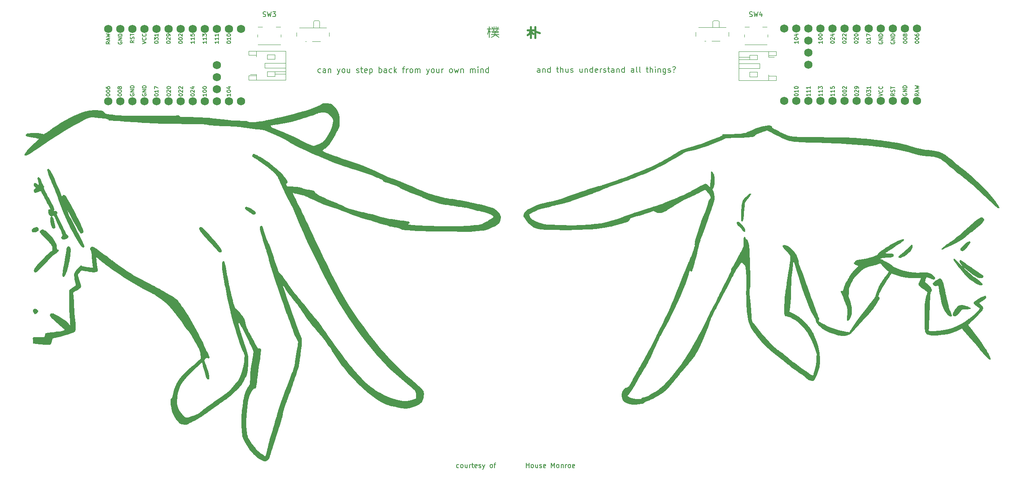
<source format=gbr>
%TF.GenerationSoftware,KiCad,Pcbnew,7.0.6*%
%TF.CreationDate,2023-11-09T09:41:23-05:00*%
%TF.ProjectId,split38,73706c69-7433-4382-9e6b-696361645f70,rev?*%
%TF.SameCoordinates,Original*%
%TF.FileFunction,Legend,Top*%
%TF.FilePolarity,Positive*%
%FSLAX46Y46*%
G04 Gerber Fmt 4.6, Leading zero omitted, Abs format (unit mm)*
G04 Created by KiCad (PCBNEW 7.0.6) date 2023-11-09 09:41:23*
%MOMM*%
%LPD*%
G01*
G04 APERTURE LIST*
%ADD10C,0.150000*%
%ADD11C,0.200000*%
%ADD12C,0.400000*%
%ADD13C,0.120000*%
%ADD14C,1.752600*%
G04 APERTURE END LIST*
D10*
X108941600Y-122897200D02*
X108846362Y-122944819D01*
X108846362Y-122944819D02*
X108655886Y-122944819D01*
X108655886Y-122944819D02*
X108560648Y-122897200D01*
X108560648Y-122897200D02*
X108513029Y-122849580D01*
X108513029Y-122849580D02*
X108465410Y-122754342D01*
X108465410Y-122754342D02*
X108465410Y-122468628D01*
X108465410Y-122468628D02*
X108513029Y-122373390D01*
X108513029Y-122373390D02*
X108560648Y-122325771D01*
X108560648Y-122325771D02*
X108655886Y-122278152D01*
X108655886Y-122278152D02*
X108846362Y-122278152D01*
X108846362Y-122278152D02*
X108941600Y-122325771D01*
X109513029Y-122944819D02*
X109417791Y-122897200D01*
X109417791Y-122897200D02*
X109370172Y-122849580D01*
X109370172Y-122849580D02*
X109322553Y-122754342D01*
X109322553Y-122754342D02*
X109322553Y-122468628D01*
X109322553Y-122468628D02*
X109370172Y-122373390D01*
X109370172Y-122373390D02*
X109417791Y-122325771D01*
X109417791Y-122325771D02*
X109513029Y-122278152D01*
X109513029Y-122278152D02*
X109655886Y-122278152D01*
X109655886Y-122278152D02*
X109751124Y-122325771D01*
X109751124Y-122325771D02*
X109798743Y-122373390D01*
X109798743Y-122373390D02*
X109846362Y-122468628D01*
X109846362Y-122468628D02*
X109846362Y-122754342D01*
X109846362Y-122754342D02*
X109798743Y-122849580D01*
X109798743Y-122849580D02*
X109751124Y-122897200D01*
X109751124Y-122897200D02*
X109655886Y-122944819D01*
X109655886Y-122944819D02*
X109513029Y-122944819D01*
X110703505Y-122278152D02*
X110703505Y-122944819D01*
X110274934Y-122278152D02*
X110274934Y-122801961D01*
X110274934Y-122801961D02*
X110322553Y-122897200D01*
X110322553Y-122897200D02*
X110417791Y-122944819D01*
X110417791Y-122944819D02*
X110560648Y-122944819D01*
X110560648Y-122944819D02*
X110655886Y-122897200D01*
X110655886Y-122897200D02*
X110703505Y-122849580D01*
X111179696Y-122944819D02*
X111179696Y-122278152D01*
X111179696Y-122468628D02*
X111227315Y-122373390D01*
X111227315Y-122373390D02*
X111274934Y-122325771D01*
X111274934Y-122325771D02*
X111370172Y-122278152D01*
X111370172Y-122278152D02*
X111465410Y-122278152D01*
X111655887Y-122278152D02*
X112036839Y-122278152D01*
X111798744Y-121944819D02*
X111798744Y-122801961D01*
X111798744Y-122801961D02*
X111846363Y-122897200D01*
X111846363Y-122897200D02*
X111941601Y-122944819D01*
X111941601Y-122944819D02*
X112036839Y-122944819D01*
X112751125Y-122897200D02*
X112655887Y-122944819D01*
X112655887Y-122944819D02*
X112465411Y-122944819D01*
X112465411Y-122944819D02*
X112370173Y-122897200D01*
X112370173Y-122897200D02*
X112322554Y-122801961D01*
X112322554Y-122801961D02*
X112322554Y-122421009D01*
X112322554Y-122421009D02*
X112370173Y-122325771D01*
X112370173Y-122325771D02*
X112465411Y-122278152D01*
X112465411Y-122278152D02*
X112655887Y-122278152D01*
X112655887Y-122278152D02*
X112751125Y-122325771D01*
X112751125Y-122325771D02*
X112798744Y-122421009D01*
X112798744Y-122421009D02*
X112798744Y-122516247D01*
X112798744Y-122516247D02*
X112322554Y-122611485D01*
X113179697Y-122897200D02*
X113274935Y-122944819D01*
X113274935Y-122944819D02*
X113465411Y-122944819D01*
X113465411Y-122944819D02*
X113560649Y-122897200D01*
X113560649Y-122897200D02*
X113608268Y-122801961D01*
X113608268Y-122801961D02*
X113608268Y-122754342D01*
X113608268Y-122754342D02*
X113560649Y-122659104D01*
X113560649Y-122659104D02*
X113465411Y-122611485D01*
X113465411Y-122611485D02*
X113322554Y-122611485D01*
X113322554Y-122611485D02*
X113227316Y-122563866D01*
X113227316Y-122563866D02*
X113179697Y-122468628D01*
X113179697Y-122468628D02*
X113179697Y-122421009D01*
X113179697Y-122421009D02*
X113227316Y-122325771D01*
X113227316Y-122325771D02*
X113322554Y-122278152D01*
X113322554Y-122278152D02*
X113465411Y-122278152D01*
X113465411Y-122278152D02*
X113560649Y-122325771D01*
X113941602Y-122278152D02*
X114179697Y-122944819D01*
X114417792Y-122278152D02*
X114179697Y-122944819D01*
X114179697Y-122944819D02*
X114084459Y-123182914D01*
X114084459Y-123182914D02*
X114036840Y-123230533D01*
X114036840Y-123230533D02*
X113941602Y-123278152D01*
X115703507Y-122944819D02*
X115608269Y-122897200D01*
X115608269Y-122897200D02*
X115560650Y-122849580D01*
X115560650Y-122849580D02*
X115513031Y-122754342D01*
X115513031Y-122754342D02*
X115513031Y-122468628D01*
X115513031Y-122468628D02*
X115560650Y-122373390D01*
X115560650Y-122373390D02*
X115608269Y-122325771D01*
X115608269Y-122325771D02*
X115703507Y-122278152D01*
X115703507Y-122278152D02*
X115846364Y-122278152D01*
X115846364Y-122278152D02*
X115941602Y-122325771D01*
X115941602Y-122325771D02*
X115989221Y-122373390D01*
X115989221Y-122373390D02*
X116036840Y-122468628D01*
X116036840Y-122468628D02*
X116036840Y-122754342D01*
X116036840Y-122754342D02*
X115989221Y-122849580D01*
X115989221Y-122849580D02*
X115941602Y-122897200D01*
X115941602Y-122897200D02*
X115846364Y-122944819D01*
X115846364Y-122944819D02*
X115703507Y-122944819D01*
X116322555Y-122278152D02*
X116703507Y-122278152D01*
X116465412Y-122944819D02*
X116465412Y-122087676D01*
X116465412Y-122087676D02*
X116513031Y-121992438D01*
X116513031Y-121992438D02*
X116608269Y-121944819D01*
X116608269Y-121944819D02*
X116703507Y-121944819D01*
X123132081Y-122944819D02*
X123132081Y-121944819D01*
X123132081Y-122421009D02*
X123703509Y-122421009D01*
X123703509Y-122944819D02*
X123703509Y-121944819D01*
X124322557Y-122944819D02*
X124227319Y-122897200D01*
X124227319Y-122897200D02*
X124179700Y-122849580D01*
X124179700Y-122849580D02*
X124132081Y-122754342D01*
X124132081Y-122754342D02*
X124132081Y-122468628D01*
X124132081Y-122468628D02*
X124179700Y-122373390D01*
X124179700Y-122373390D02*
X124227319Y-122325771D01*
X124227319Y-122325771D02*
X124322557Y-122278152D01*
X124322557Y-122278152D02*
X124465414Y-122278152D01*
X124465414Y-122278152D02*
X124560652Y-122325771D01*
X124560652Y-122325771D02*
X124608271Y-122373390D01*
X124608271Y-122373390D02*
X124655890Y-122468628D01*
X124655890Y-122468628D02*
X124655890Y-122754342D01*
X124655890Y-122754342D02*
X124608271Y-122849580D01*
X124608271Y-122849580D02*
X124560652Y-122897200D01*
X124560652Y-122897200D02*
X124465414Y-122944819D01*
X124465414Y-122944819D02*
X124322557Y-122944819D01*
X125513033Y-122278152D02*
X125513033Y-122944819D01*
X125084462Y-122278152D02*
X125084462Y-122801961D01*
X125084462Y-122801961D02*
X125132081Y-122897200D01*
X125132081Y-122897200D02*
X125227319Y-122944819D01*
X125227319Y-122944819D02*
X125370176Y-122944819D01*
X125370176Y-122944819D02*
X125465414Y-122897200D01*
X125465414Y-122897200D02*
X125513033Y-122849580D01*
X125941605Y-122897200D02*
X126036843Y-122944819D01*
X126036843Y-122944819D02*
X126227319Y-122944819D01*
X126227319Y-122944819D02*
X126322557Y-122897200D01*
X126322557Y-122897200D02*
X126370176Y-122801961D01*
X126370176Y-122801961D02*
X126370176Y-122754342D01*
X126370176Y-122754342D02*
X126322557Y-122659104D01*
X126322557Y-122659104D02*
X126227319Y-122611485D01*
X126227319Y-122611485D02*
X126084462Y-122611485D01*
X126084462Y-122611485D02*
X125989224Y-122563866D01*
X125989224Y-122563866D02*
X125941605Y-122468628D01*
X125941605Y-122468628D02*
X125941605Y-122421009D01*
X125941605Y-122421009D02*
X125989224Y-122325771D01*
X125989224Y-122325771D02*
X126084462Y-122278152D01*
X126084462Y-122278152D02*
X126227319Y-122278152D01*
X126227319Y-122278152D02*
X126322557Y-122325771D01*
X127179700Y-122897200D02*
X127084462Y-122944819D01*
X127084462Y-122944819D02*
X126893986Y-122944819D01*
X126893986Y-122944819D02*
X126798748Y-122897200D01*
X126798748Y-122897200D02*
X126751129Y-122801961D01*
X126751129Y-122801961D02*
X126751129Y-122421009D01*
X126751129Y-122421009D02*
X126798748Y-122325771D01*
X126798748Y-122325771D02*
X126893986Y-122278152D01*
X126893986Y-122278152D02*
X127084462Y-122278152D01*
X127084462Y-122278152D02*
X127179700Y-122325771D01*
X127179700Y-122325771D02*
X127227319Y-122421009D01*
X127227319Y-122421009D02*
X127227319Y-122516247D01*
X127227319Y-122516247D02*
X126751129Y-122611485D01*
X128417796Y-122944819D02*
X128417796Y-121944819D01*
X128417796Y-121944819D02*
X128751129Y-122659104D01*
X128751129Y-122659104D02*
X129084462Y-121944819D01*
X129084462Y-121944819D02*
X129084462Y-122944819D01*
X129703510Y-122944819D02*
X129608272Y-122897200D01*
X129608272Y-122897200D02*
X129560653Y-122849580D01*
X129560653Y-122849580D02*
X129513034Y-122754342D01*
X129513034Y-122754342D02*
X129513034Y-122468628D01*
X129513034Y-122468628D02*
X129560653Y-122373390D01*
X129560653Y-122373390D02*
X129608272Y-122325771D01*
X129608272Y-122325771D02*
X129703510Y-122278152D01*
X129703510Y-122278152D02*
X129846367Y-122278152D01*
X129846367Y-122278152D02*
X129941605Y-122325771D01*
X129941605Y-122325771D02*
X129989224Y-122373390D01*
X129989224Y-122373390D02*
X130036843Y-122468628D01*
X130036843Y-122468628D02*
X130036843Y-122754342D01*
X130036843Y-122754342D02*
X129989224Y-122849580D01*
X129989224Y-122849580D02*
X129941605Y-122897200D01*
X129941605Y-122897200D02*
X129846367Y-122944819D01*
X129846367Y-122944819D02*
X129703510Y-122944819D01*
X130465415Y-122278152D02*
X130465415Y-122944819D01*
X130465415Y-122373390D02*
X130513034Y-122325771D01*
X130513034Y-122325771D02*
X130608272Y-122278152D01*
X130608272Y-122278152D02*
X130751129Y-122278152D01*
X130751129Y-122278152D02*
X130846367Y-122325771D01*
X130846367Y-122325771D02*
X130893986Y-122421009D01*
X130893986Y-122421009D02*
X130893986Y-122944819D01*
X131370177Y-122944819D02*
X131370177Y-122278152D01*
X131370177Y-122468628D02*
X131417796Y-122373390D01*
X131417796Y-122373390D02*
X131465415Y-122325771D01*
X131465415Y-122325771D02*
X131560653Y-122278152D01*
X131560653Y-122278152D02*
X131655891Y-122278152D01*
X132132082Y-122944819D02*
X132036844Y-122897200D01*
X132036844Y-122897200D02*
X131989225Y-122849580D01*
X131989225Y-122849580D02*
X131941606Y-122754342D01*
X131941606Y-122754342D02*
X131941606Y-122468628D01*
X131941606Y-122468628D02*
X131989225Y-122373390D01*
X131989225Y-122373390D02*
X132036844Y-122325771D01*
X132036844Y-122325771D02*
X132132082Y-122278152D01*
X132132082Y-122278152D02*
X132274939Y-122278152D01*
X132274939Y-122278152D02*
X132370177Y-122325771D01*
X132370177Y-122325771D02*
X132417796Y-122373390D01*
X132417796Y-122373390D02*
X132465415Y-122468628D01*
X132465415Y-122468628D02*
X132465415Y-122754342D01*
X132465415Y-122754342D02*
X132417796Y-122849580D01*
X132417796Y-122849580D02*
X132370177Y-122897200D01*
X132370177Y-122897200D02*
X132274939Y-122944819D01*
X132274939Y-122944819D02*
X132132082Y-122944819D01*
X133274939Y-122897200D02*
X133179701Y-122944819D01*
X133179701Y-122944819D02*
X132989225Y-122944819D01*
X132989225Y-122944819D02*
X132893987Y-122897200D01*
X132893987Y-122897200D02*
X132846368Y-122801961D01*
X132846368Y-122801961D02*
X132846368Y-122421009D01*
X132846368Y-122421009D02*
X132893987Y-122325771D01*
X132893987Y-122325771D02*
X132989225Y-122278152D01*
X132989225Y-122278152D02*
X133179701Y-122278152D01*
X133179701Y-122278152D02*
X133274939Y-122325771D01*
X133274939Y-122325771D02*
X133322558Y-122421009D01*
X133322558Y-122421009D02*
X133322558Y-122516247D01*
X133322558Y-122516247D02*
X132846368Y-122611485D01*
D11*
X115860685Y-30545552D02*
X117384494Y-30545552D01*
X114908304Y-30545552D02*
X115765447Y-30545552D01*
X115860685Y-31021742D02*
X117289256Y-31021742D01*
X115955923Y-31307457D02*
X117289256Y-31307457D01*
X115765447Y-31688409D02*
X117384494Y-31688409D01*
X115384494Y-29974123D02*
X115384494Y-32259838D01*
X116336875Y-29974123D02*
X116336875Y-30545552D01*
X116813066Y-29974123D02*
X116813066Y-30545552D01*
X115384494Y-30926504D02*
X115574970Y-31212219D01*
X117194018Y-30069361D02*
X117098780Y-30355076D01*
X116241637Y-30640790D02*
X116241637Y-30926504D01*
X115955923Y-30069361D02*
X116051161Y-30355076D01*
X116622589Y-31021742D02*
X116527351Y-31688409D01*
X116527351Y-31688409D02*
X117003542Y-32069361D01*
X117003542Y-32069361D02*
X117384494Y-32259838D01*
X117003542Y-30640790D02*
X116908304Y-30926504D01*
X116527351Y-31783647D02*
X116241637Y-32069361D01*
X116241637Y-32069361D02*
X115765447Y-32259838D01*
X115384494Y-30450314D02*
X115003542Y-31593171D01*
X79887828Y-39660600D02*
X79773542Y-39717742D01*
X79773542Y-39717742D02*
X79544970Y-39717742D01*
X79544970Y-39717742D02*
X79430685Y-39660600D01*
X79430685Y-39660600D02*
X79373542Y-39603457D01*
X79373542Y-39603457D02*
X79316399Y-39489171D01*
X79316399Y-39489171D02*
X79316399Y-39146314D01*
X79316399Y-39146314D02*
X79373542Y-39032028D01*
X79373542Y-39032028D02*
X79430685Y-38974885D01*
X79430685Y-38974885D02*
X79544970Y-38917742D01*
X79544970Y-38917742D02*
X79773542Y-38917742D01*
X79773542Y-38917742D02*
X79887828Y-38974885D01*
X80916399Y-39717742D02*
X80916399Y-39089171D01*
X80916399Y-39089171D02*
X80859256Y-38974885D01*
X80859256Y-38974885D02*
X80744970Y-38917742D01*
X80744970Y-38917742D02*
X80516399Y-38917742D01*
X80516399Y-38917742D02*
X80402113Y-38974885D01*
X80916399Y-39660600D02*
X80802113Y-39717742D01*
X80802113Y-39717742D02*
X80516399Y-39717742D01*
X80516399Y-39717742D02*
X80402113Y-39660600D01*
X80402113Y-39660600D02*
X80344970Y-39546314D01*
X80344970Y-39546314D02*
X80344970Y-39432028D01*
X80344970Y-39432028D02*
X80402113Y-39317742D01*
X80402113Y-39317742D02*
X80516399Y-39260600D01*
X80516399Y-39260600D02*
X80802113Y-39260600D01*
X80802113Y-39260600D02*
X80916399Y-39203457D01*
X81487827Y-38917742D02*
X81487827Y-39717742D01*
X81487827Y-39032028D02*
X81544970Y-38974885D01*
X81544970Y-38974885D02*
X81659255Y-38917742D01*
X81659255Y-38917742D02*
X81830684Y-38917742D01*
X81830684Y-38917742D02*
X81944970Y-38974885D01*
X81944970Y-38974885D02*
X82002113Y-39089171D01*
X82002113Y-39089171D02*
X82002113Y-39717742D01*
X83373541Y-38917742D02*
X83659255Y-39717742D01*
X83944970Y-38917742D02*
X83659255Y-39717742D01*
X83659255Y-39717742D02*
X83544970Y-40003457D01*
X83544970Y-40003457D02*
X83487827Y-40060600D01*
X83487827Y-40060600D02*
X83373541Y-40117742D01*
X84573541Y-39717742D02*
X84459256Y-39660600D01*
X84459256Y-39660600D02*
X84402113Y-39603457D01*
X84402113Y-39603457D02*
X84344970Y-39489171D01*
X84344970Y-39489171D02*
X84344970Y-39146314D01*
X84344970Y-39146314D02*
X84402113Y-39032028D01*
X84402113Y-39032028D02*
X84459256Y-38974885D01*
X84459256Y-38974885D02*
X84573541Y-38917742D01*
X84573541Y-38917742D02*
X84744970Y-38917742D01*
X84744970Y-38917742D02*
X84859256Y-38974885D01*
X84859256Y-38974885D02*
X84916399Y-39032028D01*
X84916399Y-39032028D02*
X84973541Y-39146314D01*
X84973541Y-39146314D02*
X84973541Y-39489171D01*
X84973541Y-39489171D02*
X84916399Y-39603457D01*
X84916399Y-39603457D02*
X84859256Y-39660600D01*
X84859256Y-39660600D02*
X84744970Y-39717742D01*
X84744970Y-39717742D02*
X84573541Y-39717742D01*
X86002113Y-38917742D02*
X86002113Y-39717742D01*
X85487827Y-38917742D02*
X85487827Y-39546314D01*
X85487827Y-39546314D02*
X85544970Y-39660600D01*
X85544970Y-39660600D02*
X85659255Y-39717742D01*
X85659255Y-39717742D02*
X85830684Y-39717742D01*
X85830684Y-39717742D02*
X85944970Y-39660600D01*
X85944970Y-39660600D02*
X86002113Y-39603457D01*
X87430684Y-39660600D02*
X87544970Y-39717742D01*
X87544970Y-39717742D02*
X87773541Y-39717742D01*
X87773541Y-39717742D02*
X87887827Y-39660600D01*
X87887827Y-39660600D02*
X87944970Y-39546314D01*
X87944970Y-39546314D02*
X87944970Y-39489171D01*
X87944970Y-39489171D02*
X87887827Y-39374885D01*
X87887827Y-39374885D02*
X87773541Y-39317742D01*
X87773541Y-39317742D02*
X87602113Y-39317742D01*
X87602113Y-39317742D02*
X87487827Y-39260600D01*
X87487827Y-39260600D02*
X87430684Y-39146314D01*
X87430684Y-39146314D02*
X87430684Y-39089171D01*
X87430684Y-39089171D02*
X87487827Y-38974885D01*
X87487827Y-38974885D02*
X87602113Y-38917742D01*
X87602113Y-38917742D02*
X87773541Y-38917742D01*
X87773541Y-38917742D02*
X87887827Y-38974885D01*
X88287827Y-38917742D02*
X88744970Y-38917742D01*
X88459256Y-38517742D02*
X88459256Y-39546314D01*
X88459256Y-39546314D02*
X88516399Y-39660600D01*
X88516399Y-39660600D02*
X88630684Y-39717742D01*
X88630684Y-39717742D02*
X88744970Y-39717742D01*
X89602113Y-39660600D02*
X89487827Y-39717742D01*
X89487827Y-39717742D02*
X89259256Y-39717742D01*
X89259256Y-39717742D02*
X89144970Y-39660600D01*
X89144970Y-39660600D02*
X89087827Y-39546314D01*
X89087827Y-39546314D02*
X89087827Y-39089171D01*
X89087827Y-39089171D02*
X89144970Y-38974885D01*
X89144970Y-38974885D02*
X89259256Y-38917742D01*
X89259256Y-38917742D02*
X89487827Y-38917742D01*
X89487827Y-38917742D02*
X89602113Y-38974885D01*
X89602113Y-38974885D02*
X89659256Y-39089171D01*
X89659256Y-39089171D02*
X89659256Y-39203457D01*
X89659256Y-39203457D02*
X89087827Y-39317742D01*
X90173541Y-38917742D02*
X90173541Y-40117742D01*
X90173541Y-38974885D02*
X90287827Y-38917742D01*
X90287827Y-38917742D02*
X90516398Y-38917742D01*
X90516398Y-38917742D02*
X90630684Y-38974885D01*
X90630684Y-38974885D02*
X90687827Y-39032028D01*
X90687827Y-39032028D02*
X90744969Y-39146314D01*
X90744969Y-39146314D02*
X90744969Y-39489171D01*
X90744969Y-39489171D02*
X90687827Y-39603457D01*
X90687827Y-39603457D02*
X90630684Y-39660600D01*
X90630684Y-39660600D02*
X90516398Y-39717742D01*
X90516398Y-39717742D02*
X90287827Y-39717742D01*
X90287827Y-39717742D02*
X90173541Y-39660600D01*
X92173541Y-39717742D02*
X92173541Y-38517742D01*
X92173541Y-38974885D02*
X92287827Y-38917742D01*
X92287827Y-38917742D02*
X92516398Y-38917742D01*
X92516398Y-38917742D02*
X92630684Y-38974885D01*
X92630684Y-38974885D02*
X92687827Y-39032028D01*
X92687827Y-39032028D02*
X92744969Y-39146314D01*
X92744969Y-39146314D02*
X92744969Y-39489171D01*
X92744969Y-39489171D02*
X92687827Y-39603457D01*
X92687827Y-39603457D02*
X92630684Y-39660600D01*
X92630684Y-39660600D02*
X92516398Y-39717742D01*
X92516398Y-39717742D02*
X92287827Y-39717742D01*
X92287827Y-39717742D02*
X92173541Y-39660600D01*
X93773541Y-39717742D02*
X93773541Y-39089171D01*
X93773541Y-39089171D02*
X93716398Y-38974885D01*
X93716398Y-38974885D02*
X93602112Y-38917742D01*
X93602112Y-38917742D02*
X93373541Y-38917742D01*
X93373541Y-38917742D02*
X93259255Y-38974885D01*
X93773541Y-39660600D02*
X93659255Y-39717742D01*
X93659255Y-39717742D02*
X93373541Y-39717742D01*
X93373541Y-39717742D02*
X93259255Y-39660600D01*
X93259255Y-39660600D02*
X93202112Y-39546314D01*
X93202112Y-39546314D02*
X93202112Y-39432028D01*
X93202112Y-39432028D02*
X93259255Y-39317742D01*
X93259255Y-39317742D02*
X93373541Y-39260600D01*
X93373541Y-39260600D02*
X93659255Y-39260600D01*
X93659255Y-39260600D02*
X93773541Y-39203457D01*
X94859255Y-39660600D02*
X94744969Y-39717742D01*
X94744969Y-39717742D02*
X94516397Y-39717742D01*
X94516397Y-39717742D02*
X94402112Y-39660600D01*
X94402112Y-39660600D02*
X94344969Y-39603457D01*
X94344969Y-39603457D02*
X94287826Y-39489171D01*
X94287826Y-39489171D02*
X94287826Y-39146314D01*
X94287826Y-39146314D02*
X94344969Y-39032028D01*
X94344969Y-39032028D02*
X94402112Y-38974885D01*
X94402112Y-38974885D02*
X94516397Y-38917742D01*
X94516397Y-38917742D02*
X94744969Y-38917742D01*
X94744969Y-38917742D02*
X94859255Y-38974885D01*
X95373540Y-39717742D02*
X95373540Y-38517742D01*
X95487826Y-39260600D02*
X95830683Y-39717742D01*
X95830683Y-38917742D02*
X95373540Y-39374885D01*
X97087826Y-38917742D02*
X97544969Y-38917742D01*
X97259255Y-39717742D02*
X97259255Y-38689171D01*
X97259255Y-38689171D02*
X97316398Y-38574885D01*
X97316398Y-38574885D02*
X97430683Y-38517742D01*
X97430683Y-38517742D02*
X97544969Y-38517742D01*
X97944969Y-39717742D02*
X97944969Y-38917742D01*
X97944969Y-39146314D02*
X98002112Y-39032028D01*
X98002112Y-39032028D02*
X98059255Y-38974885D01*
X98059255Y-38974885D02*
X98173540Y-38917742D01*
X98173540Y-38917742D02*
X98287826Y-38917742D01*
X98859254Y-39717742D02*
X98744969Y-39660600D01*
X98744969Y-39660600D02*
X98687826Y-39603457D01*
X98687826Y-39603457D02*
X98630683Y-39489171D01*
X98630683Y-39489171D02*
X98630683Y-39146314D01*
X98630683Y-39146314D02*
X98687826Y-39032028D01*
X98687826Y-39032028D02*
X98744969Y-38974885D01*
X98744969Y-38974885D02*
X98859254Y-38917742D01*
X98859254Y-38917742D02*
X99030683Y-38917742D01*
X99030683Y-38917742D02*
X99144969Y-38974885D01*
X99144969Y-38974885D02*
X99202112Y-39032028D01*
X99202112Y-39032028D02*
X99259254Y-39146314D01*
X99259254Y-39146314D02*
X99259254Y-39489171D01*
X99259254Y-39489171D02*
X99202112Y-39603457D01*
X99202112Y-39603457D02*
X99144969Y-39660600D01*
X99144969Y-39660600D02*
X99030683Y-39717742D01*
X99030683Y-39717742D02*
X98859254Y-39717742D01*
X99773540Y-39717742D02*
X99773540Y-38917742D01*
X99773540Y-39032028D02*
X99830683Y-38974885D01*
X99830683Y-38974885D02*
X99944968Y-38917742D01*
X99944968Y-38917742D02*
X100116397Y-38917742D01*
X100116397Y-38917742D02*
X100230683Y-38974885D01*
X100230683Y-38974885D02*
X100287826Y-39089171D01*
X100287826Y-39089171D02*
X100287826Y-39717742D01*
X100287826Y-39089171D02*
X100344968Y-38974885D01*
X100344968Y-38974885D02*
X100459254Y-38917742D01*
X100459254Y-38917742D02*
X100630683Y-38917742D01*
X100630683Y-38917742D02*
X100744968Y-38974885D01*
X100744968Y-38974885D02*
X100802111Y-39089171D01*
X100802111Y-39089171D02*
X100802111Y-39717742D01*
X102173540Y-38917742D02*
X102459254Y-39717742D01*
X102744969Y-38917742D02*
X102459254Y-39717742D01*
X102459254Y-39717742D02*
X102344969Y-40003457D01*
X102344969Y-40003457D02*
X102287826Y-40060600D01*
X102287826Y-40060600D02*
X102173540Y-40117742D01*
X103373540Y-39717742D02*
X103259255Y-39660600D01*
X103259255Y-39660600D02*
X103202112Y-39603457D01*
X103202112Y-39603457D02*
X103144969Y-39489171D01*
X103144969Y-39489171D02*
X103144969Y-39146314D01*
X103144969Y-39146314D02*
X103202112Y-39032028D01*
X103202112Y-39032028D02*
X103259255Y-38974885D01*
X103259255Y-38974885D02*
X103373540Y-38917742D01*
X103373540Y-38917742D02*
X103544969Y-38917742D01*
X103544969Y-38917742D02*
X103659255Y-38974885D01*
X103659255Y-38974885D02*
X103716398Y-39032028D01*
X103716398Y-39032028D02*
X103773540Y-39146314D01*
X103773540Y-39146314D02*
X103773540Y-39489171D01*
X103773540Y-39489171D02*
X103716398Y-39603457D01*
X103716398Y-39603457D02*
X103659255Y-39660600D01*
X103659255Y-39660600D02*
X103544969Y-39717742D01*
X103544969Y-39717742D02*
X103373540Y-39717742D01*
X104802112Y-38917742D02*
X104802112Y-39717742D01*
X104287826Y-38917742D02*
X104287826Y-39546314D01*
X104287826Y-39546314D02*
X104344969Y-39660600D01*
X104344969Y-39660600D02*
X104459254Y-39717742D01*
X104459254Y-39717742D02*
X104630683Y-39717742D01*
X104630683Y-39717742D02*
X104744969Y-39660600D01*
X104744969Y-39660600D02*
X104802112Y-39603457D01*
X105373540Y-39717742D02*
X105373540Y-38917742D01*
X105373540Y-39146314D02*
X105430683Y-39032028D01*
X105430683Y-39032028D02*
X105487826Y-38974885D01*
X105487826Y-38974885D02*
X105602111Y-38917742D01*
X105602111Y-38917742D02*
X105716397Y-38917742D01*
X107202111Y-39717742D02*
X107087826Y-39660600D01*
X107087826Y-39660600D02*
X107030683Y-39603457D01*
X107030683Y-39603457D02*
X106973540Y-39489171D01*
X106973540Y-39489171D02*
X106973540Y-39146314D01*
X106973540Y-39146314D02*
X107030683Y-39032028D01*
X107030683Y-39032028D02*
X107087826Y-38974885D01*
X107087826Y-38974885D02*
X107202111Y-38917742D01*
X107202111Y-38917742D02*
X107373540Y-38917742D01*
X107373540Y-38917742D02*
X107487826Y-38974885D01*
X107487826Y-38974885D02*
X107544969Y-39032028D01*
X107544969Y-39032028D02*
X107602111Y-39146314D01*
X107602111Y-39146314D02*
X107602111Y-39489171D01*
X107602111Y-39489171D02*
X107544969Y-39603457D01*
X107544969Y-39603457D02*
X107487826Y-39660600D01*
X107487826Y-39660600D02*
X107373540Y-39717742D01*
X107373540Y-39717742D02*
X107202111Y-39717742D01*
X108002111Y-38917742D02*
X108230683Y-39717742D01*
X108230683Y-39717742D02*
X108459254Y-39146314D01*
X108459254Y-39146314D02*
X108687825Y-39717742D01*
X108687825Y-39717742D02*
X108916397Y-38917742D01*
X109373540Y-38917742D02*
X109373540Y-39717742D01*
X109373540Y-39032028D02*
X109430683Y-38974885D01*
X109430683Y-38974885D02*
X109544968Y-38917742D01*
X109544968Y-38917742D02*
X109716397Y-38917742D01*
X109716397Y-38917742D02*
X109830683Y-38974885D01*
X109830683Y-38974885D02*
X109887826Y-39089171D01*
X109887826Y-39089171D02*
X109887826Y-39717742D01*
X111373540Y-39717742D02*
X111373540Y-38917742D01*
X111373540Y-39032028D02*
X111430683Y-38974885D01*
X111430683Y-38974885D02*
X111544968Y-38917742D01*
X111544968Y-38917742D02*
X111716397Y-38917742D01*
X111716397Y-38917742D02*
X111830683Y-38974885D01*
X111830683Y-38974885D02*
X111887826Y-39089171D01*
X111887826Y-39089171D02*
X111887826Y-39717742D01*
X111887826Y-39089171D02*
X111944968Y-38974885D01*
X111944968Y-38974885D02*
X112059254Y-38917742D01*
X112059254Y-38917742D02*
X112230683Y-38917742D01*
X112230683Y-38917742D02*
X112344968Y-38974885D01*
X112344968Y-38974885D02*
X112402111Y-39089171D01*
X112402111Y-39089171D02*
X112402111Y-39717742D01*
X112973540Y-39717742D02*
X112973540Y-38917742D01*
X112973540Y-38517742D02*
X112916397Y-38574885D01*
X112916397Y-38574885D02*
X112973540Y-38632028D01*
X112973540Y-38632028D02*
X113030683Y-38574885D01*
X113030683Y-38574885D02*
X112973540Y-38517742D01*
X112973540Y-38517742D02*
X112973540Y-38632028D01*
X113544969Y-38917742D02*
X113544969Y-39717742D01*
X113544969Y-39032028D02*
X113602112Y-38974885D01*
X113602112Y-38974885D02*
X113716397Y-38917742D01*
X113716397Y-38917742D02*
X113887826Y-38917742D01*
X113887826Y-38917742D02*
X114002112Y-38974885D01*
X114002112Y-38974885D02*
X114059255Y-39089171D01*
X114059255Y-39089171D02*
X114059255Y-39717742D01*
X115144969Y-39717742D02*
X115144969Y-38517742D01*
X115144969Y-39660600D02*
X115030683Y-39717742D01*
X115030683Y-39717742D02*
X114802111Y-39717742D01*
X114802111Y-39717742D02*
X114687826Y-39660600D01*
X114687826Y-39660600D02*
X114630683Y-39603457D01*
X114630683Y-39603457D02*
X114573540Y-39489171D01*
X114573540Y-39489171D02*
X114573540Y-39146314D01*
X114573540Y-39146314D02*
X114630683Y-39032028D01*
X114630683Y-39032028D02*
X114687826Y-38974885D01*
X114687826Y-38974885D02*
X114802111Y-38917742D01*
X114802111Y-38917742D02*
X115030683Y-38917742D01*
X115030683Y-38917742D02*
X115144969Y-38974885D01*
D12*
X123419883Y-30730390D02*
X124657978Y-30730390D01*
X124086549Y-30063723D02*
X124086549Y-32349438D01*
X125038930Y-30063723D02*
X125038930Y-32349438D01*
X124086549Y-31016104D02*
X124562740Y-31492295D01*
X125038930Y-31016104D02*
X125896073Y-31397057D01*
X124086549Y-30730390D02*
X123705597Y-31492295D01*
X123705597Y-31492295D02*
X123419883Y-31778009D01*
D11*
X126007828Y-39667742D02*
X126007828Y-39039171D01*
X126007828Y-39039171D02*
X125950685Y-38924885D01*
X125950685Y-38924885D02*
X125836399Y-38867742D01*
X125836399Y-38867742D02*
X125607828Y-38867742D01*
X125607828Y-38867742D02*
X125493542Y-38924885D01*
X126007828Y-39610600D02*
X125893542Y-39667742D01*
X125893542Y-39667742D02*
X125607828Y-39667742D01*
X125607828Y-39667742D02*
X125493542Y-39610600D01*
X125493542Y-39610600D02*
X125436399Y-39496314D01*
X125436399Y-39496314D02*
X125436399Y-39382028D01*
X125436399Y-39382028D02*
X125493542Y-39267742D01*
X125493542Y-39267742D02*
X125607828Y-39210600D01*
X125607828Y-39210600D02*
X125893542Y-39210600D01*
X125893542Y-39210600D02*
X126007828Y-39153457D01*
X126579256Y-38867742D02*
X126579256Y-39667742D01*
X126579256Y-38982028D02*
X126636399Y-38924885D01*
X126636399Y-38924885D02*
X126750684Y-38867742D01*
X126750684Y-38867742D02*
X126922113Y-38867742D01*
X126922113Y-38867742D02*
X127036399Y-38924885D01*
X127036399Y-38924885D02*
X127093542Y-39039171D01*
X127093542Y-39039171D02*
X127093542Y-39667742D01*
X128179256Y-39667742D02*
X128179256Y-38467742D01*
X128179256Y-39610600D02*
X128064970Y-39667742D01*
X128064970Y-39667742D02*
X127836398Y-39667742D01*
X127836398Y-39667742D02*
X127722113Y-39610600D01*
X127722113Y-39610600D02*
X127664970Y-39553457D01*
X127664970Y-39553457D02*
X127607827Y-39439171D01*
X127607827Y-39439171D02*
X127607827Y-39096314D01*
X127607827Y-39096314D02*
X127664970Y-38982028D01*
X127664970Y-38982028D02*
X127722113Y-38924885D01*
X127722113Y-38924885D02*
X127836398Y-38867742D01*
X127836398Y-38867742D02*
X128064970Y-38867742D01*
X128064970Y-38867742D02*
X128179256Y-38924885D01*
X129493541Y-38867742D02*
X129950684Y-38867742D01*
X129664970Y-38467742D02*
X129664970Y-39496314D01*
X129664970Y-39496314D02*
X129722113Y-39610600D01*
X129722113Y-39610600D02*
X129836398Y-39667742D01*
X129836398Y-39667742D02*
X129950684Y-39667742D01*
X130350684Y-39667742D02*
X130350684Y-38467742D01*
X130864970Y-39667742D02*
X130864970Y-39039171D01*
X130864970Y-39039171D02*
X130807827Y-38924885D01*
X130807827Y-38924885D02*
X130693541Y-38867742D01*
X130693541Y-38867742D02*
X130522112Y-38867742D01*
X130522112Y-38867742D02*
X130407827Y-38924885D01*
X130407827Y-38924885D02*
X130350684Y-38982028D01*
X131950684Y-38867742D02*
X131950684Y-39667742D01*
X131436398Y-38867742D02*
X131436398Y-39496314D01*
X131436398Y-39496314D02*
X131493541Y-39610600D01*
X131493541Y-39610600D02*
X131607826Y-39667742D01*
X131607826Y-39667742D02*
X131779255Y-39667742D01*
X131779255Y-39667742D02*
X131893541Y-39610600D01*
X131893541Y-39610600D02*
X131950684Y-39553457D01*
X132464969Y-39610600D02*
X132579255Y-39667742D01*
X132579255Y-39667742D02*
X132807826Y-39667742D01*
X132807826Y-39667742D02*
X132922112Y-39610600D01*
X132922112Y-39610600D02*
X132979255Y-39496314D01*
X132979255Y-39496314D02*
X132979255Y-39439171D01*
X132979255Y-39439171D02*
X132922112Y-39324885D01*
X132922112Y-39324885D02*
X132807826Y-39267742D01*
X132807826Y-39267742D02*
X132636398Y-39267742D01*
X132636398Y-39267742D02*
X132522112Y-39210600D01*
X132522112Y-39210600D02*
X132464969Y-39096314D01*
X132464969Y-39096314D02*
X132464969Y-39039171D01*
X132464969Y-39039171D02*
X132522112Y-38924885D01*
X132522112Y-38924885D02*
X132636398Y-38867742D01*
X132636398Y-38867742D02*
X132807826Y-38867742D01*
X132807826Y-38867742D02*
X132922112Y-38924885D01*
X134922113Y-38867742D02*
X134922113Y-39667742D01*
X134407827Y-38867742D02*
X134407827Y-39496314D01*
X134407827Y-39496314D02*
X134464970Y-39610600D01*
X134464970Y-39610600D02*
X134579255Y-39667742D01*
X134579255Y-39667742D02*
X134750684Y-39667742D01*
X134750684Y-39667742D02*
X134864970Y-39610600D01*
X134864970Y-39610600D02*
X134922113Y-39553457D01*
X135493541Y-38867742D02*
X135493541Y-39667742D01*
X135493541Y-38982028D02*
X135550684Y-38924885D01*
X135550684Y-38924885D02*
X135664969Y-38867742D01*
X135664969Y-38867742D02*
X135836398Y-38867742D01*
X135836398Y-38867742D02*
X135950684Y-38924885D01*
X135950684Y-38924885D02*
X136007827Y-39039171D01*
X136007827Y-39039171D02*
X136007827Y-39667742D01*
X137093541Y-39667742D02*
X137093541Y-38467742D01*
X137093541Y-39610600D02*
X136979255Y-39667742D01*
X136979255Y-39667742D02*
X136750683Y-39667742D01*
X136750683Y-39667742D02*
X136636398Y-39610600D01*
X136636398Y-39610600D02*
X136579255Y-39553457D01*
X136579255Y-39553457D02*
X136522112Y-39439171D01*
X136522112Y-39439171D02*
X136522112Y-39096314D01*
X136522112Y-39096314D02*
X136579255Y-38982028D01*
X136579255Y-38982028D02*
X136636398Y-38924885D01*
X136636398Y-38924885D02*
X136750683Y-38867742D01*
X136750683Y-38867742D02*
X136979255Y-38867742D01*
X136979255Y-38867742D02*
X137093541Y-38924885D01*
X138122112Y-39610600D02*
X138007826Y-39667742D01*
X138007826Y-39667742D02*
X137779255Y-39667742D01*
X137779255Y-39667742D02*
X137664969Y-39610600D01*
X137664969Y-39610600D02*
X137607826Y-39496314D01*
X137607826Y-39496314D02*
X137607826Y-39039171D01*
X137607826Y-39039171D02*
X137664969Y-38924885D01*
X137664969Y-38924885D02*
X137779255Y-38867742D01*
X137779255Y-38867742D02*
X138007826Y-38867742D01*
X138007826Y-38867742D02*
X138122112Y-38924885D01*
X138122112Y-38924885D02*
X138179255Y-39039171D01*
X138179255Y-39039171D02*
X138179255Y-39153457D01*
X138179255Y-39153457D02*
X137607826Y-39267742D01*
X138693540Y-39667742D02*
X138693540Y-38867742D01*
X138693540Y-39096314D02*
X138750683Y-38982028D01*
X138750683Y-38982028D02*
X138807826Y-38924885D01*
X138807826Y-38924885D02*
X138922111Y-38867742D01*
X138922111Y-38867742D02*
X139036397Y-38867742D01*
X139379254Y-39610600D02*
X139493540Y-39667742D01*
X139493540Y-39667742D02*
X139722111Y-39667742D01*
X139722111Y-39667742D02*
X139836397Y-39610600D01*
X139836397Y-39610600D02*
X139893540Y-39496314D01*
X139893540Y-39496314D02*
X139893540Y-39439171D01*
X139893540Y-39439171D02*
X139836397Y-39324885D01*
X139836397Y-39324885D02*
X139722111Y-39267742D01*
X139722111Y-39267742D02*
X139550683Y-39267742D01*
X139550683Y-39267742D02*
X139436397Y-39210600D01*
X139436397Y-39210600D02*
X139379254Y-39096314D01*
X139379254Y-39096314D02*
X139379254Y-39039171D01*
X139379254Y-39039171D02*
X139436397Y-38924885D01*
X139436397Y-38924885D02*
X139550683Y-38867742D01*
X139550683Y-38867742D02*
X139722111Y-38867742D01*
X139722111Y-38867742D02*
X139836397Y-38924885D01*
X140236397Y-38867742D02*
X140693540Y-38867742D01*
X140407826Y-38467742D02*
X140407826Y-39496314D01*
X140407826Y-39496314D02*
X140464969Y-39610600D01*
X140464969Y-39610600D02*
X140579254Y-39667742D01*
X140579254Y-39667742D02*
X140693540Y-39667742D01*
X141607826Y-39667742D02*
X141607826Y-39039171D01*
X141607826Y-39039171D02*
X141550683Y-38924885D01*
X141550683Y-38924885D02*
X141436397Y-38867742D01*
X141436397Y-38867742D02*
X141207826Y-38867742D01*
X141207826Y-38867742D02*
X141093540Y-38924885D01*
X141607826Y-39610600D02*
X141493540Y-39667742D01*
X141493540Y-39667742D02*
X141207826Y-39667742D01*
X141207826Y-39667742D02*
X141093540Y-39610600D01*
X141093540Y-39610600D02*
X141036397Y-39496314D01*
X141036397Y-39496314D02*
X141036397Y-39382028D01*
X141036397Y-39382028D02*
X141093540Y-39267742D01*
X141093540Y-39267742D02*
X141207826Y-39210600D01*
X141207826Y-39210600D02*
X141493540Y-39210600D01*
X141493540Y-39210600D02*
X141607826Y-39153457D01*
X142179254Y-38867742D02*
X142179254Y-39667742D01*
X142179254Y-38982028D02*
X142236397Y-38924885D01*
X142236397Y-38924885D02*
X142350682Y-38867742D01*
X142350682Y-38867742D02*
X142522111Y-38867742D01*
X142522111Y-38867742D02*
X142636397Y-38924885D01*
X142636397Y-38924885D02*
X142693540Y-39039171D01*
X142693540Y-39039171D02*
X142693540Y-39667742D01*
X143779254Y-39667742D02*
X143779254Y-38467742D01*
X143779254Y-39610600D02*
X143664968Y-39667742D01*
X143664968Y-39667742D02*
X143436396Y-39667742D01*
X143436396Y-39667742D02*
X143322111Y-39610600D01*
X143322111Y-39610600D02*
X143264968Y-39553457D01*
X143264968Y-39553457D02*
X143207825Y-39439171D01*
X143207825Y-39439171D02*
X143207825Y-39096314D01*
X143207825Y-39096314D02*
X143264968Y-38982028D01*
X143264968Y-38982028D02*
X143322111Y-38924885D01*
X143322111Y-38924885D02*
X143436396Y-38867742D01*
X143436396Y-38867742D02*
X143664968Y-38867742D01*
X143664968Y-38867742D02*
X143779254Y-38924885D01*
X145779254Y-39667742D02*
X145779254Y-39039171D01*
X145779254Y-39039171D02*
X145722111Y-38924885D01*
X145722111Y-38924885D02*
X145607825Y-38867742D01*
X145607825Y-38867742D02*
X145379254Y-38867742D01*
X145379254Y-38867742D02*
X145264968Y-38924885D01*
X145779254Y-39610600D02*
X145664968Y-39667742D01*
X145664968Y-39667742D02*
X145379254Y-39667742D01*
X145379254Y-39667742D02*
X145264968Y-39610600D01*
X145264968Y-39610600D02*
X145207825Y-39496314D01*
X145207825Y-39496314D02*
X145207825Y-39382028D01*
X145207825Y-39382028D02*
X145264968Y-39267742D01*
X145264968Y-39267742D02*
X145379254Y-39210600D01*
X145379254Y-39210600D02*
X145664968Y-39210600D01*
X145664968Y-39210600D02*
X145779254Y-39153457D01*
X146522110Y-39667742D02*
X146407825Y-39610600D01*
X146407825Y-39610600D02*
X146350682Y-39496314D01*
X146350682Y-39496314D02*
X146350682Y-38467742D01*
X147150681Y-39667742D02*
X147036396Y-39610600D01*
X147036396Y-39610600D02*
X146979253Y-39496314D01*
X146979253Y-39496314D02*
X146979253Y-38467742D01*
X148350681Y-38867742D02*
X148807824Y-38867742D01*
X148522110Y-38467742D02*
X148522110Y-39496314D01*
X148522110Y-39496314D02*
X148579253Y-39610600D01*
X148579253Y-39610600D02*
X148693538Y-39667742D01*
X148693538Y-39667742D02*
X148807824Y-39667742D01*
X149207824Y-39667742D02*
X149207824Y-38467742D01*
X149722110Y-39667742D02*
X149722110Y-39039171D01*
X149722110Y-39039171D02*
X149664967Y-38924885D01*
X149664967Y-38924885D02*
X149550681Y-38867742D01*
X149550681Y-38867742D02*
X149379252Y-38867742D01*
X149379252Y-38867742D02*
X149264967Y-38924885D01*
X149264967Y-38924885D02*
X149207824Y-38982028D01*
X150293538Y-39667742D02*
X150293538Y-38867742D01*
X150293538Y-38467742D02*
X150236395Y-38524885D01*
X150236395Y-38524885D02*
X150293538Y-38582028D01*
X150293538Y-38582028D02*
X150350681Y-38524885D01*
X150350681Y-38524885D02*
X150293538Y-38467742D01*
X150293538Y-38467742D02*
X150293538Y-38582028D01*
X150864967Y-38867742D02*
X150864967Y-39667742D01*
X150864967Y-38982028D02*
X150922110Y-38924885D01*
X150922110Y-38924885D02*
X151036395Y-38867742D01*
X151036395Y-38867742D02*
X151207824Y-38867742D01*
X151207824Y-38867742D02*
X151322110Y-38924885D01*
X151322110Y-38924885D02*
X151379253Y-39039171D01*
X151379253Y-39039171D02*
X151379253Y-39667742D01*
X152464967Y-38867742D02*
X152464967Y-39839171D01*
X152464967Y-39839171D02*
X152407824Y-39953457D01*
X152407824Y-39953457D02*
X152350681Y-40010600D01*
X152350681Y-40010600D02*
X152236395Y-40067742D01*
X152236395Y-40067742D02*
X152064967Y-40067742D01*
X152064967Y-40067742D02*
X151950681Y-40010600D01*
X152464967Y-39610600D02*
X152350681Y-39667742D01*
X152350681Y-39667742D02*
X152122109Y-39667742D01*
X152122109Y-39667742D02*
X152007824Y-39610600D01*
X152007824Y-39610600D02*
X151950681Y-39553457D01*
X151950681Y-39553457D02*
X151893538Y-39439171D01*
X151893538Y-39439171D02*
X151893538Y-39096314D01*
X151893538Y-39096314D02*
X151950681Y-38982028D01*
X151950681Y-38982028D02*
X152007824Y-38924885D01*
X152007824Y-38924885D02*
X152122109Y-38867742D01*
X152122109Y-38867742D02*
X152350681Y-38867742D01*
X152350681Y-38867742D02*
X152464967Y-38924885D01*
X152979252Y-39610600D02*
X153093538Y-39667742D01*
X153093538Y-39667742D02*
X153322109Y-39667742D01*
X153322109Y-39667742D02*
X153436395Y-39610600D01*
X153436395Y-39610600D02*
X153493538Y-39496314D01*
X153493538Y-39496314D02*
X153493538Y-39439171D01*
X153493538Y-39439171D02*
X153436395Y-39324885D01*
X153436395Y-39324885D02*
X153322109Y-39267742D01*
X153322109Y-39267742D02*
X153150681Y-39267742D01*
X153150681Y-39267742D02*
X153036395Y-39210600D01*
X153036395Y-39210600D02*
X152979252Y-39096314D01*
X152979252Y-39096314D02*
X152979252Y-39039171D01*
X152979252Y-39039171D02*
X153036395Y-38924885D01*
X153036395Y-38924885D02*
X153150681Y-38867742D01*
X153150681Y-38867742D02*
X153322109Y-38867742D01*
X153322109Y-38867742D02*
X153436395Y-38924885D01*
X154179252Y-39553457D02*
X154236395Y-39610600D01*
X154236395Y-39610600D02*
X154179252Y-39667742D01*
X154179252Y-39667742D02*
X154122110Y-39610600D01*
X154122110Y-39610600D02*
X154179252Y-39553457D01*
X154179252Y-39553457D02*
X154179252Y-39667742D01*
X153950681Y-38524885D02*
X154064967Y-38467742D01*
X154064967Y-38467742D02*
X154350681Y-38467742D01*
X154350681Y-38467742D02*
X154464967Y-38524885D01*
X154464967Y-38524885D02*
X154522110Y-38639171D01*
X154522110Y-38639171D02*
X154522110Y-38753457D01*
X154522110Y-38753457D02*
X154464967Y-38867742D01*
X154464967Y-38867742D02*
X154407824Y-38924885D01*
X154407824Y-38924885D02*
X154293538Y-38982028D01*
X154293538Y-38982028D02*
X154236395Y-39039171D01*
X154236395Y-39039171D02*
X154179252Y-39153457D01*
X154179252Y-39153457D02*
X154179252Y-39210600D01*
D10*
X53305395Y-33096142D02*
X53305395Y-33553285D01*
X53305395Y-33324713D02*
X52505395Y-33324713D01*
X52505395Y-33324713D02*
X52619680Y-33400904D01*
X52619680Y-33400904D02*
X52695871Y-33477094D01*
X52695871Y-33477094D02*
X52733966Y-33553285D01*
X53305395Y-32334237D02*
X53305395Y-32791380D01*
X53305395Y-32562808D02*
X52505395Y-32562808D01*
X52505395Y-32562808D02*
X52619680Y-32638999D01*
X52619680Y-32638999D02*
X52695871Y-32715189D01*
X52695871Y-32715189D02*
X52733966Y-32791380D01*
X52505395Y-31610427D02*
X52505395Y-31991379D01*
X52505395Y-31991379D02*
X52886347Y-32029475D01*
X52886347Y-32029475D02*
X52848252Y-31991379D01*
X52848252Y-31991379D02*
X52810157Y-31915189D01*
X52810157Y-31915189D02*
X52810157Y-31724713D01*
X52810157Y-31724713D02*
X52848252Y-31648522D01*
X52848252Y-31648522D02*
X52886347Y-31610427D01*
X52886347Y-31610427D02*
X52962538Y-31572332D01*
X52962538Y-31572332D02*
X53153014Y-31572332D01*
X53153014Y-31572332D02*
X53229204Y-31610427D01*
X53229204Y-31610427D02*
X53267300Y-31648522D01*
X53267300Y-31648522D02*
X53305395Y-31724713D01*
X53305395Y-31724713D02*
X53305395Y-31915189D01*
X53305395Y-31915189D02*
X53267300Y-31991379D01*
X53267300Y-31991379D02*
X53229204Y-32029475D01*
X37195395Y-44437189D02*
X37195395Y-44360999D01*
X37195395Y-44360999D02*
X37233490Y-44284808D01*
X37233490Y-44284808D02*
X37271585Y-44246713D01*
X37271585Y-44246713D02*
X37347776Y-44208618D01*
X37347776Y-44208618D02*
X37500157Y-44170523D01*
X37500157Y-44170523D02*
X37690633Y-44170523D01*
X37690633Y-44170523D02*
X37843014Y-44208618D01*
X37843014Y-44208618D02*
X37919204Y-44246713D01*
X37919204Y-44246713D02*
X37957300Y-44284808D01*
X37957300Y-44284808D02*
X37995395Y-44360999D01*
X37995395Y-44360999D02*
X37995395Y-44437189D01*
X37995395Y-44437189D02*
X37957300Y-44513380D01*
X37957300Y-44513380D02*
X37919204Y-44551475D01*
X37919204Y-44551475D02*
X37843014Y-44589570D01*
X37843014Y-44589570D02*
X37690633Y-44627666D01*
X37690633Y-44627666D02*
X37500157Y-44627666D01*
X37500157Y-44627666D02*
X37347776Y-44589570D01*
X37347776Y-44589570D02*
X37271585Y-44551475D01*
X37271585Y-44551475D02*
X37233490Y-44513380D01*
X37233490Y-44513380D02*
X37195395Y-44437189D01*
X37195395Y-43675284D02*
X37195395Y-43599094D01*
X37195395Y-43599094D02*
X37233490Y-43522903D01*
X37233490Y-43522903D02*
X37271585Y-43484808D01*
X37271585Y-43484808D02*
X37347776Y-43446713D01*
X37347776Y-43446713D02*
X37500157Y-43408618D01*
X37500157Y-43408618D02*
X37690633Y-43408618D01*
X37690633Y-43408618D02*
X37843014Y-43446713D01*
X37843014Y-43446713D02*
X37919204Y-43484808D01*
X37919204Y-43484808D02*
X37957300Y-43522903D01*
X37957300Y-43522903D02*
X37995395Y-43599094D01*
X37995395Y-43599094D02*
X37995395Y-43675284D01*
X37995395Y-43675284D02*
X37957300Y-43751475D01*
X37957300Y-43751475D02*
X37919204Y-43789570D01*
X37919204Y-43789570D02*
X37843014Y-43827665D01*
X37843014Y-43827665D02*
X37690633Y-43865761D01*
X37690633Y-43865761D02*
X37500157Y-43865761D01*
X37500157Y-43865761D02*
X37347776Y-43827665D01*
X37347776Y-43827665D02*
X37271585Y-43789570D01*
X37271585Y-43789570D02*
X37233490Y-43751475D01*
X37233490Y-43751475D02*
X37195395Y-43675284D01*
X37538252Y-42951475D02*
X37500157Y-43027665D01*
X37500157Y-43027665D02*
X37462061Y-43065760D01*
X37462061Y-43065760D02*
X37385871Y-43103856D01*
X37385871Y-43103856D02*
X37347776Y-43103856D01*
X37347776Y-43103856D02*
X37271585Y-43065760D01*
X37271585Y-43065760D02*
X37233490Y-43027665D01*
X37233490Y-43027665D02*
X37195395Y-42951475D01*
X37195395Y-42951475D02*
X37195395Y-42799094D01*
X37195395Y-42799094D02*
X37233490Y-42722903D01*
X37233490Y-42722903D02*
X37271585Y-42684808D01*
X37271585Y-42684808D02*
X37347776Y-42646713D01*
X37347776Y-42646713D02*
X37385871Y-42646713D01*
X37385871Y-42646713D02*
X37462061Y-42684808D01*
X37462061Y-42684808D02*
X37500157Y-42722903D01*
X37500157Y-42722903D02*
X37538252Y-42799094D01*
X37538252Y-42799094D02*
X37538252Y-42951475D01*
X37538252Y-42951475D02*
X37576347Y-43027665D01*
X37576347Y-43027665D02*
X37614442Y-43065760D01*
X37614442Y-43065760D02*
X37690633Y-43103856D01*
X37690633Y-43103856D02*
X37843014Y-43103856D01*
X37843014Y-43103856D02*
X37919204Y-43065760D01*
X37919204Y-43065760D02*
X37957300Y-43027665D01*
X37957300Y-43027665D02*
X37995395Y-42951475D01*
X37995395Y-42951475D02*
X37995395Y-42799094D01*
X37995395Y-42799094D02*
X37957300Y-42722903D01*
X37957300Y-42722903D02*
X37919204Y-42684808D01*
X37919204Y-42684808D02*
X37843014Y-42646713D01*
X37843014Y-42646713D02*
X37690633Y-42646713D01*
X37690633Y-42646713D02*
X37614442Y-42684808D01*
X37614442Y-42684808D02*
X37576347Y-42722903D01*
X37576347Y-42722903D02*
X37538252Y-42799094D01*
X58385395Y-33096142D02*
X58385395Y-33553285D01*
X58385395Y-33324713D02*
X57585395Y-33324713D01*
X57585395Y-33324713D02*
X57699680Y-33400904D01*
X57699680Y-33400904D02*
X57775871Y-33477094D01*
X57775871Y-33477094D02*
X57813966Y-33553285D01*
X58385395Y-32334237D02*
X58385395Y-32791380D01*
X58385395Y-32562808D02*
X57585395Y-32562808D01*
X57585395Y-32562808D02*
X57699680Y-32638999D01*
X57699680Y-32638999D02*
X57775871Y-32715189D01*
X57775871Y-32715189D02*
X57813966Y-32791380D01*
X58385395Y-31572332D02*
X58385395Y-32029475D01*
X58385395Y-31800903D02*
X57585395Y-31800903D01*
X57585395Y-31800903D02*
X57699680Y-31877094D01*
X57699680Y-31877094D02*
X57775871Y-31953284D01*
X57775871Y-31953284D02*
X57813966Y-32029475D01*
X44885395Y-33362808D02*
X44885395Y-33286618D01*
X44885395Y-33286618D02*
X44923490Y-33210427D01*
X44923490Y-33210427D02*
X44961585Y-33172332D01*
X44961585Y-33172332D02*
X45037776Y-33134237D01*
X45037776Y-33134237D02*
X45190157Y-33096142D01*
X45190157Y-33096142D02*
X45380633Y-33096142D01*
X45380633Y-33096142D02*
X45533014Y-33134237D01*
X45533014Y-33134237D02*
X45609204Y-33172332D01*
X45609204Y-33172332D02*
X45647300Y-33210427D01*
X45647300Y-33210427D02*
X45685395Y-33286618D01*
X45685395Y-33286618D02*
X45685395Y-33362808D01*
X45685395Y-33362808D02*
X45647300Y-33438999D01*
X45647300Y-33438999D02*
X45609204Y-33477094D01*
X45609204Y-33477094D02*
X45533014Y-33515189D01*
X45533014Y-33515189D02*
X45380633Y-33553285D01*
X45380633Y-33553285D02*
X45190157Y-33553285D01*
X45190157Y-33553285D02*
X45037776Y-33515189D01*
X45037776Y-33515189D02*
X44961585Y-33477094D01*
X44961585Y-33477094D02*
X44923490Y-33438999D01*
X44923490Y-33438999D02*
X44885395Y-33362808D01*
X44885395Y-32829475D02*
X44885395Y-32334237D01*
X44885395Y-32334237D02*
X45190157Y-32600903D01*
X45190157Y-32600903D02*
X45190157Y-32486618D01*
X45190157Y-32486618D02*
X45228252Y-32410427D01*
X45228252Y-32410427D02*
X45266347Y-32372332D01*
X45266347Y-32372332D02*
X45342538Y-32334237D01*
X45342538Y-32334237D02*
X45533014Y-32334237D01*
X45533014Y-32334237D02*
X45609204Y-32372332D01*
X45609204Y-32372332D02*
X45647300Y-32410427D01*
X45647300Y-32410427D02*
X45685395Y-32486618D01*
X45685395Y-32486618D02*
X45685395Y-32715189D01*
X45685395Y-32715189D02*
X45647300Y-32791380D01*
X45647300Y-32791380D02*
X45609204Y-32829475D01*
X45685395Y-31572332D02*
X45685395Y-32029475D01*
X45685395Y-31800903D02*
X44885395Y-31800903D01*
X44885395Y-31800903D02*
X44999680Y-31877094D01*
X44999680Y-31877094D02*
X45075871Y-31953284D01*
X45075871Y-31953284D02*
X45113966Y-32029475D01*
X49995395Y-44437189D02*
X49995395Y-44360999D01*
X49995395Y-44360999D02*
X50033490Y-44284808D01*
X50033490Y-44284808D02*
X50071585Y-44246713D01*
X50071585Y-44246713D02*
X50147776Y-44208618D01*
X50147776Y-44208618D02*
X50300157Y-44170523D01*
X50300157Y-44170523D02*
X50490633Y-44170523D01*
X50490633Y-44170523D02*
X50643014Y-44208618D01*
X50643014Y-44208618D02*
X50719204Y-44246713D01*
X50719204Y-44246713D02*
X50757300Y-44284808D01*
X50757300Y-44284808D02*
X50795395Y-44360999D01*
X50795395Y-44360999D02*
X50795395Y-44437189D01*
X50795395Y-44437189D02*
X50757300Y-44513380D01*
X50757300Y-44513380D02*
X50719204Y-44551475D01*
X50719204Y-44551475D02*
X50643014Y-44589570D01*
X50643014Y-44589570D02*
X50490633Y-44627666D01*
X50490633Y-44627666D02*
X50300157Y-44627666D01*
X50300157Y-44627666D02*
X50147776Y-44589570D01*
X50147776Y-44589570D02*
X50071585Y-44551475D01*
X50071585Y-44551475D02*
X50033490Y-44513380D01*
X50033490Y-44513380D02*
X49995395Y-44437189D01*
X50071585Y-43865761D02*
X50033490Y-43827665D01*
X50033490Y-43827665D02*
X49995395Y-43751475D01*
X49995395Y-43751475D02*
X49995395Y-43560999D01*
X49995395Y-43560999D02*
X50033490Y-43484808D01*
X50033490Y-43484808D02*
X50071585Y-43446713D01*
X50071585Y-43446713D02*
X50147776Y-43408618D01*
X50147776Y-43408618D02*
X50223966Y-43408618D01*
X50223966Y-43408618D02*
X50338252Y-43446713D01*
X50338252Y-43446713D02*
X50795395Y-43903856D01*
X50795395Y-43903856D02*
X50795395Y-43408618D01*
X50071585Y-43103856D02*
X50033490Y-43065760D01*
X50033490Y-43065760D02*
X49995395Y-42989570D01*
X49995395Y-42989570D02*
X49995395Y-42799094D01*
X49995395Y-42799094D02*
X50033490Y-42722903D01*
X50033490Y-42722903D02*
X50071585Y-42684808D01*
X50071585Y-42684808D02*
X50147776Y-42646713D01*
X50147776Y-42646713D02*
X50223966Y-42646713D01*
X50223966Y-42646713D02*
X50338252Y-42684808D01*
X50338252Y-42684808D02*
X50795395Y-43141951D01*
X50795395Y-43141951D02*
X50795395Y-42646713D01*
X52505395Y-44437189D02*
X52505395Y-44360999D01*
X52505395Y-44360999D02*
X52543490Y-44284808D01*
X52543490Y-44284808D02*
X52581585Y-44246713D01*
X52581585Y-44246713D02*
X52657776Y-44208618D01*
X52657776Y-44208618D02*
X52810157Y-44170523D01*
X52810157Y-44170523D02*
X53000633Y-44170523D01*
X53000633Y-44170523D02*
X53153014Y-44208618D01*
X53153014Y-44208618D02*
X53229204Y-44246713D01*
X53229204Y-44246713D02*
X53267300Y-44284808D01*
X53267300Y-44284808D02*
X53305395Y-44360999D01*
X53305395Y-44360999D02*
X53305395Y-44437189D01*
X53305395Y-44437189D02*
X53267300Y-44513380D01*
X53267300Y-44513380D02*
X53229204Y-44551475D01*
X53229204Y-44551475D02*
X53153014Y-44589570D01*
X53153014Y-44589570D02*
X53000633Y-44627666D01*
X53000633Y-44627666D02*
X52810157Y-44627666D01*
X52810157Y-44627666D02*
X52657776Y-44589570D01*
X52657776Y-44589570D02*
X52581585Y-44551475D01*
X52581585Y-44551475D02*
X52543490Y-44513380D01*
X52543490Y-44513380D02*
X52505395Y-44437189D01*
X52581585Y-43865761D02*
X52543490Y-43827665D01*
X52543490Y-43827665D02*
X52505395Y-43751475D01*
X52505395Y-43751475D02*
X52505395Y-43560999D01*
X52505395Y-43560999D02*
X52543490Y-43484808D01*
X52543490Y-43484808D02*
X52581585Y-43446713D01*
X52581585Y-43446713D02*
X52657776Y-43408618D01*
X52657776Y-43408618D02*
X52733966Y-43408618D01*
X52733966Y-43408618D02*
X52848252Y-43446713D01*
X52848252Y-43446713D02*
X53305395Y-43903856D01*
X53305395Y-43903856D02*
X53305395Y-43408618D01*
X52772061Y-42722903D02*
X53305395Y-42722903D01*
X52467300Y-42913379D02*
X53038728Y-43103856D01*
X53038728Y-43103856D02*
X53038728Y-42608617D01*
X42383490Y-44170523D02*
X42345395Y-44246713D01*
X42345395Y-44246713D02*
X42345395Y-44360999D01*
X42345395Y-44360999D02*
X42383490Y-44475285D01*
X42383490Y-44475285D02*
X42459680Y-44551475D01*
X42459680Y-44551475D02*
X42535871Y-44589570D01*
X42535871Y-44589570D02*
X42688252Y-44627666D01*
X42688252Y-44627666D02*
X42802538Y-44627666D01*
X42802538Y-44627666D02*
X42954919Y-44589570D01*
X42954919Y-44589570D02*
X43031109Y-44551475D01*
X43031109Y-44551475D02*
X43107300Y-44475285D01*
X43107300Y-44475285D02*
X43145395Y-44360999D01*
X43145395Y-44360999D02*
X43145395Y-44284808D01*
X43145395Y-44284808D02*
X43107300Y-44170523D01*
X43107300Y-44170523D02*
X43069204Y-44132427D01*
X43069204Y-44132427D02*
X42802538Y-44132427D01*
X42802538Y-44132427D02*
X42802538Y-44284808D01*
X43145395Y-43789570D02*
X42345395Y-43789570D01*
X42345395Y-43789570D02*
X43145395Y-43332427D01*
X43145395Y-43332427D02*
X42345395Y-43332427D01*
X43145395Y-42951475D02*
X42345395Y-42951475D01*
X42345395Y-42951475D02*
X42345395Y-42760999D01*
X42345395Y-42760999D02*
X42383490Y-42646713D01*
X42383490Y-42646713D02*
X42459680Y-42570523D01*
X42459680Y-42570523D02*
X42535871Y-42532428D01*
X42535871Y-42532428D02*
X42688252Y-42494332D01*
X42688252Y-42494332D02*
X42802538Y-42494332D01*
X42802538Y-42494332D02*
X42954919Y-42532428D01*
X42954919Y-42532428D02*
X43031109Y-42570523D01*
X43031109Y-42570523D02*
X43107300Y-42646713D01*
X43107300Y-42646713D02*
X43145395Y-42760999D01*
X43145395Y-42760999D02*
X43145395Y-42951475D01*
X49965395Y-33362808D02*
X49965395Y-33286618D01*
X49965395Y-33286618D02*
X50003490Y-33210427D01*
X50003490Y-33210427D02*
X50041585Y-33172332D01*
X50041585Y-33172332D02*
X50117776Y-33134237D01*
X50117776Y-33134237D02*
X50270157Y-33096142D01*
X50270157Y-33096142D02*
X50460633Y-33096142D01*
X50460633Y-33096142D02*
X50613014Y-33134237D01*
X50613014Y-33134237D02*
X50689204Y-33172332D01*
X50689204Y-33172332D02*
X50727300Y-33210427D01*
X50727300Y-33210427D02*
X50765395Y-33286618D01*
X50765395Y-33286618D02*
X50765395Y-33362808D01*
X50765395Y-33362808D02*
X50727300Y-33438999D01*
X50727300Y-33438999D02*
X50689204Y-33477094D01*
X50689204Y-33477094D02*
X50613014Y-33515189D01*
X50613014Y-33515189D02*
X50460633Y-33553285D01*
X50460633Y-33553285D02*
X50270157Y-33553285D01*
X50270157Y-33553285D02*
X50117776Y-33515189D01*
X50117776Y-33515189D02*
X50041585Y-33477094D01*
X50041585Y-33477094D02*
X50003490Y-33438999D01*
X50003490Y-33438999D02*
X49965395Y-33362808D01*
X49965395Y-32600903D02*
X49965395Y-32524713D01*
X49965395Y-32524713D02*
X50003490Y-32448522D01*
X50003490Y-32448522D02*
X50041585Y-32410427D01*
X50041585Y-32410427D02*
X50117776Y-32372332D01*
X50117776Y-32372332D02*
X50270157Y-32334237D01*
X50270157Y-32334237D02*
X50460633Y-32334237D01*
X50460633Y-32334237D02*
X50613014Y-32372332D01*
X50613014Y-32372332D02*
X50689204Y-32410427D01*
X50689204Y-32410427D02*
X50727300Y-32448522D01*
X50727300Y-32448522D02*
X50765395Y-32524713D01*
X50765395Y-32524713D02*
X50765395Y-32600903D01*
X50765395Y-32600903D02*
X50727300Y-32677094D01*
X50727300Y-32677094D02*
X50689204Y-32715189D01*
X50689204Y-32715189D02*
X50613014Y-32753284D01*
X50613014Y-32753284D02*
X50460633Y-32791380D01*
X50460633Y-32791380D02*
X50270157Y-32791380D01*
X50270157Y-32791380D02*
X50117776Y-32753284D01*
X50117776Y-32753284D02*
X50041585Y-32715189D01*
X50041585Y-32715189D02*
X50003490Y-32677094D01*
X50003490Y-32677094D02*
X49965395Y-32600903D01*
X50041585Y-32029475D02*
X50003490Y-31991379D01*
X50003490Y-31991379D02*
X49965395Y-31915189D01*
X49965395Y-31915189D02*
X49965395Y-31724713D01*
X49965395Y-31724713D02*
X50003490Y-31648522D01*
X50003490Y-31648522D02*
X50041585Y-31610427D01*
X50041585Y-31610427D02*
X50117776Y-31572332D01*
X50117776Y-31572332D02*
X50193966Y-31572332D01*
X50193966Y-31572332D02*
X50308252Y-31610427D01*
X50308252Y-31610427D02*
X50765395Y-32067570D01*
X50765395Y-32067570D02*
X50765395Y-31572332D01*
X44895395Y-44437189D02*
X44895395Y-44360999D01*
X44895395Y-44360999D02*
X44933490Y-44284808D01*
X44933490Y-44284808D02*
X44971585Y-44246713D01*
X44971585Y-44246713D02*
X45047776Y-44208618D01*
X45047776Y-44208618D02*
X45200157Y-44170523D01*
X45200157Y-44170523D02*
X45390633Y-44170523D01*
X45390633Y-44170523D02*
X45543014Y-44208618D01*
X45543014Y-44208618D02*
X45619204Y-44246713D01*
X45619204Y-44246713D02*
X45657300Y-44284808D01*
X45657300Y-44284808D02*
X45695395Y-44360999D01*
X45695395Y-44360999D02*
X45695395Y-44437189D01*
X45695395Y-44437189D02*
X45657300Y-44513380D01*
X45657300Y-44513380D02*
X45619204Y-44551475D01*
X45619204Y-44551475D02*
X45543014Y-44589570D01*
X45543014Y-44589570D02*
X45390633Y-44627666D01*
X45390633Y-44627666D02*
X45200157Y-44627666D01*
X45200157Y-44627666D02*
X45047776Y-44589570D01*
X45047776Y-44589570D02*
X44971585Y-44551475D01*
X44971585Y-44551475D02*
X44933490Y-44513380D01*
X44933490Y-44513380D02*
X44895395Y-44437189D01*
X45695395Y-43408618D02*
X45695395Y-43865761D01*
X45695395Y-43637189D02*
X44895395Y-43637189D01*
X44895395Y-43637189D02*
X45009680Y-43713380D01*
X45009680Y-43713380D02*
X45085871Y-43789570D01*
X45085871Y-43789570D02*
X45123966Y-43865761D01*
X44895395Y-43141951D02*
X44895395Y-42608617D01*
X44895395Y-42608617D02*
X45695395Y-42951475D01*
X60925395Y-44170523D02*
X60925395Y-44627666D01*
X60925395Y-44399094D02*
X60125395Y-44399094D01*
X60125395Y-44399094D02*
X60239680Y-44475285D01*
X60239680Y-44475285D02*
X60315871Y-44551475D01*
X60315871Y-44551475D02*
X60353966Y-44627666D01*
X60125395Y-43675284D02*
X60125395Y-43599094D01*
X60125395Y-43599094D02*
X60163490Y-43522903D01*
X60163490Y-43522903D02*
X60201585Y-43484808D01*
X60201585Y-43484808D02*
X60277776Y-43446713D01*
X60277776Y-43446713D02*
X60430157Y-43408618D01*
X60430157Y-43408618D02*
X60620633Y-43408618D01*
X60620633Y-43408618D02*
X60773014Y-43446713D01*
X60773014Y-43446713D02*
X60849204Y-43484808D01*
X60849204Y-43484808D02*
X60887300Y-43522903D01*
X60887300Y-43522903D02*
X60925395Y-43599094D01*
X60925395Y-43599094D02*
X60925395Y-43675284D01*
X60925395Y-43675284D02*
X60887300Y-43751475D01*
X60887300Y-43751475D02*
X60849204Y-43789570D01*
X60849204Y-43789570D02*
X60773014Y-43827665D01*
X60773014Y-43827665D02*
X60620633Y-43865761D01*
X60620633Y-43865761D02*
X60430157Y-43865761D01*
X60430157Y-43865761D02*
X60277776Y-43827665D01*
X60277776Y-43827665D02*
X60201585Y-43789570D01*
X60201585Y-43789570D02*
X60163490Y-43751475D01*
X60163490Y-43751475D02*
X60125395Y-43675284D01*
X60392061Y-42722903D02*
X60925395Y-42722903D01*
X60087300Y-42913379D02*
X60658728Y-43103856D01*
X60658728Y-43103856D02*
X60658728Y-42608617D01*
X39843490Y-44170523D02*
X39805395Y-44246713D01*
X39805395Y-44246713D02*
X39805395Y-44360999D01*
X39805395Y-44360999D02*
X39843490Y-44475285D01*
X39843490Y-44475285D02*
X39919680Y-44551475D01*
X39919680Y-44551475D02*
X39995871Y-44589570D01*
X39995871Y-44589570D02*
X40148252Y-44627666D01*
X40148252Y-44627666D02*
X40262538Y-44627666D01*
X40262538Y-44627666D02*
X40414919Y-44589570D01*
X40414919Y-44589570D02*
X40491109Y-44551475D01*
X40491109Y-44551475D02*
X40567300Y-44475285D01*
X40567300Y-44475285D02*
X40605395Y-44360999D01*
X40605395Y-44360999D02*
X40605395Y-44284808D01*
X40605395Y-44284808D02*
X40567300Y-44170523D01*
X40567300Y-44170523D02*
X40529204Y-44132427D01*
X40529204Y-44132427D02*
X40262538Y-44132427D01*
X40262538Y-44132427D02*
X40262538Y-44284808D01*
X40605395Y-43789570D02*
X39805395Y-43789570D01*
X39805395Y-43789570D02*
X40605395Y-43332427D01*
X40605395Y-43332427D02*
X39805395Y-43332427D01*
X40605395Y-42951475D02*
X39805395Y-42951475D01*
X39805395Y-42951475D02*
X39805395Y-42760999D01*
X39805395Y-42760999D02*
X39843490Y-42646713D01*
X39843490Y-42646713D02*
X39919680Y-42570523D01*
X39919680Y-42570523D02*
X39995871Y-42532428D01*
X39995871Y-42532428D02*
X40148252Y-42494332D01*
X40148252Y-42494332D02*
X40262538Y-42494332D01*
X40262538Y-42494332D02*
X40414919Y-42532428D01*
X40414919Y-42532428D02*
X40491109Y-42570523D01*
X40491109Y-42570523D02*
X40567300Y-42646713D01*
X40567300Y-42646713D02*
X40605395Y-42760999D01*
X40605395Y-42760999D02*
X40605395Y-42951475D01*
X40605395Y-32950094D02*
X40224442Y-33216761D01*
X40605395Y-33407237D02*
X39805395Y-33407237D01*
X39805395Y-33407237D02*
X39805395Y-33102475D01*
X39805395Y-33102475D02*
X39843490Y-33026285D01*
X39843490Y-33026285D02*
X39881585Y-32988190D01*
X39881585Y-32988190D02*
X39957776Y-32950094D01*
X39957776Y-32950094D02*
X40072061Y-32950094D01*
X40072061Y-32950094D02*
X40148252Y-32988190D01*
X40148252Y-32988190D02*
X40186347Y-33026285D01*
X40186347Y-33026285D02*
X40224442Y-33102475D01*
X40224442Y-33102475D02*
X40224442Y-33407237D01*
X40567300Y-32645333D02*
X40605395Y-32531047D01*
X40605395Y-32531047D02*
X40605395Y-32340571D01*
X40605395Y-32340571D02*
X40567300Y-32264380D01*
X40567300Y-32264380D02*
X40529204Y-32226285D01*
X40529204Y-32226285D02*
X40453014Y-32188190D01*
X40453014Y-32188190D02*
X40376823Y-32188190D01*
X40376823Y-32188190D02*
X40300633Y-32226285D01*
X40300633Y-32226285D02*
X40262538Y-32264380D01*
X40262538Y-32264380D02*
X40224442Y-32340571D01*
X40224442Y-32340571D02*
X40186347Y-32492952D01*
X40186347Y-32492952D02*
X40148252Y-32569142D01*
X40148252Y-32569142D02*
X40110157Y-32607237D01*
X40110157Y-32607237D02*
X40033966Y-32645333D01*
X40033966Y-32645333D02*
X39957776Y-32645333D01*
X39957776Y-32645333D02*
X39881585Y-32607237D01*
X39881585Y-32607237D02*
X39843490Y-32569142D01*
X39843490Y-32569142D02*
X39805395Y-32492952D01*
X39805395Y-32492952D02*
X39805395Y-32302475D01*
X39805395Y-32302475D02*
X39843490Y-32188190D01*
X39805395Y-31959618D02*
X39805395Y-31502475D01*
X40605395Y-31731047D02*
X39805395Y-31731047D01*
X37303490Y-33254856D02*
X37265395Y-33331046D01*
X37265395Y-33331046D02*
X37265395Y-33445332D01*
X37265395Y-33445332D02*
X37303490Y-33559618D01*
X37303490Y-33559618D02*
X37379680Y-33635808D01*
X37379680Y-33635808D02*
X37455871Y-33673903D01*
X37455871Y-33673903D02*
X37608252Y-33711999D01*
X37608252Y-33711999D02*
X37722538Y-33711999D01*
X37722538Y-33711999D02*
X37874919Y-33673903D01*
X37874919Y-33673903D02*
X37951109Y-33635808D01*
X37951109Y-33635808D02*
X38027300Y-33559618D01*
X38027300Y-33559618D02*
X38065395Y-33445332D01*
X38065395Y-33445332D02*
X38065395Y-33369141D01*
X38065395Y-33369141D02*
X38027300Y-33254856D01*
X38027300Y-33254856D02*
X37989204Y-33216760D01*
X37989204Y-33216760D02*
X37722538Y-33216760D01*
X37722538Y-33216760D02*
X37722538Y-33369141D01*
X38065395Y-32873903D02*
X37265395Y-32873903D01*
X37265395Y-32873903D02*
X38065395Y-32416760D01*
X38065395Y-32416760D02*
X37265395Y-32416760D01*
X38065395Y-32035808D02*
X37265395Y-32035808D01*
X37265395Y-32035808D02*
X37265395Y-31845332D01*
X37265395Y-31845332D02*
X37303490Y-31731046D01*
X37303490Y-31731046D02*
X37379680Y-31654856D01*
X37379680Y-31654856D02*
X37455871Y-31616761D01*
X37455871Y-31616761D02*
X37608252Y-31578665D01*
X37608252Y-31578665D02*
X37722538Y-31578665D01*
X37722538Y-31578665D02*
X37874919Y-31616761D01*
X37874919Y-31616761D02*
X37951109Y-31654856D01*
X37951109Y-31654856D02*
X38027300Y-31731046D01*
X38027300Y-31731046D02*
X38065395Y-31845332D01*
X38065395Y-31845332D02*
X38065395Y-32035808D01*
X35525395Y-33178665D02*
X35144442Y-33445332D01*
X35525395Y-33635808D02*
X34725395Y-33635808D01*
X34725395Y-33635808D02*
X34725395Y-33331046D01*
X34725395Y-33331046D02*
X34763490Y-33254856D01*
X34763490Y-33254856D02*
X34801585Y-33216761D01*
X34801585Y-33216761D02*
X34877776Y-33178665D01*
X34877776Y-33178665D02*
X34992061Y-33178665D01*
X34992061Y-33178665D02*
X35068252Y-33216761D01*
X35068252Y-33216761D02*
X35106347Y-33254856D01*
X35106347Y-33254856D02*
X35144442Y-33331046D01*
X35144442Y-33331046D02*
X35144442Y-33635808D01*
X35296823Y-32873904D02*
X35296823Y-32492951D01*
X35525395Y-32950094D02*
X34725395Y-32683427D01*
X34725395Y-32683427D02*
X35525395Y-32416761D01*
X34725395Y-32226285D02*
X35525395Y-32035809D01*
X35525395Y-32035809D02*
X34953966Y-31883428D01*
X34953966Y-31883428D02*
X35525395Y-31731047D01*
X35525395Y-31731047D02*
X34725395Y-31540571D01*
X34725395Y-44437189D02*
X34725395Y-44360999D01*
X34725395Y-44360999D02*
X34763490Y-44284808D01*
X34763490Y-44284808D02*
X34801585Y-44246713D01*
X34801585Y-44246713D02*
X34877776Y-44208618D01*
X34877776Y-44208618D02*
X35030157Y-44170523D01*
X35030157Y-44170523D02*
X35220633Y-44170523D01*
X35220633Y-44170523D02*
X35373014Y-44208618D01*
X35373014Y-44208618D02*
X35449204Y-44246713D01*
X35449204Y-44246713D02*
X35487300Y-44284808D01*
X35487300Y-44284808D02*
X35525395Y-44360999D01*
X35525395Y-44360999D02*
X35525395Y-44437189D01*
X35525395Y-44437189D02*
X35487300Y-44513380D01*
X35487300Y-44513380D02*
X35449204Y-44551475D01*
X35449204Y-44551475D02*
X35373014Y-44589570D01*
X35373014Y-44589570D02*
X35220633Y-44627666D01*
X35220633Y-44627666D02*
X35030157Y-44627666D01*
X35030157Y-44627666D02*
X34877776Y-44589570D01*
X34877776Y-44589570D02*
X34801585Y-44551475D01*
X34801585Y-44551475D02*
X34763490Y-44513380D01*
X34763490Y-44513380D02*
X34725395Y-44437189D01*
X34725395Y-43675284D02*
X34725395Y-43599094D01*
X34725395Y-43599094D02*
X34763490Y-43522903D01*
X34763490Y-43522903D02*
X34801585Y-43484808D01*
X34801585Y-43484808D02*
X34877776Y-43446713D01*
X34877776Y-43446713D02*
X35030157Y-43408618D01*
X35030157Y-43408618D02*
X35220633Y-43408618D01*
X35220633Y-43408618D02*
X35373014Y-43446713D01*
X35373014Y-43446713D02*
X35449204Y-43484808D01*
X35449204Y-43484808D02*
X35487300Y-43522903D01*
X35487300Y-43522903D02*
X35525395Y-43599094D01*
X35525395Y-43599094D02*
X35525395Y-43675284D01*
X35525395Y-43675284D02*
X35487300Y-43751475D01*
X35487300Y-43751475D02*
X35449204Y-43789570D01*
X35449204Y-43789570D02*
X35373014Y-43827665D01*
X35373014Y-43827665D02*
X35220633Y-43865761D01*
X35220633Y-43865761D02*
X35030157Y-43865761D01*
X35030157Y-43865761D02*
X34877776Y-43827665D01*
X34877776Y-43827665D02*
X34801585Y-43789570D01*
X34801585Y-43789570D02*
X34763490Y-43751475D01*
X34763490Y-43751475D02*
X34725395Y-43675284D01*
X34725395Y-42722903D02*
X34725395Y-42875284D01*
X34725395Y-42875284D02*
X34763490Y-42951475D01*
X34763490Y-42951475D02*
X34801585Y-42989570D01*
X34801585Y-42989570D02*
X34915871Y-43065760D01*
X34915871Y-43065760D02*
X35068252Y-43103856D01*
X35068252Y-43103856D02*
X35373014Y-43103856D01*
X35373014Y-43103856D02*
X35449204Y-43065760D01*
X35449204Y-43065760D02*
X35487300Y-43027665D01*
X35487300Y-43027665D02*
X35525395Y-42951475D01*
X35525395Y-42951475D02*
X35525395Y-42799094D01*
X35525395Y-42799094D02*
X35487300Y-42722903D01*
X35487300Y-42722903D02*
X35449204Y-42684808D01*
X35449204Y-42684808D02*
X35373014Y-42646713D01*
X35373014Y-42646713D02*
X35182538Y-42646713D01*
X35182538Y-42646713D02*
X35106347Y-42684808D01*
X35106347Y-42684808D02*
X35068252Y-42722903D01*
X35068252Y-42722903D02*
X35030157Y-42799094D01*
X35030157Y-42799094D02*
X35030157Y-42951475D01*
X35030157Y-42951475D02*
X35068252Y-43027665D01*
X35068252Y-43027665D02*
X35106347Y-43065760D01*
X35106347Y-43065760D02*
X35182538Y-43103856D01*
X42345395Y-33629475D02*
X43145395Y-33362808D01*
X43145395Y-33362808D02*
X42345395Y-33096142D01*
X43069204Y-32372332D02*
X43107300Y-32410428D01*
X43107300Y-32410428D02*
X43145395Y-32524713D01*
X43145395Y-32524713D02*
X43145395Y-32600904D01*
X43145395Y-32600904D02*
X43107300Y-32715190D01*
X43107300Y-32715190D02*
X43031109Y-32791380D01*
X43031109Y-32791380D02*
X42954919Y-32829475D01*
X42954919Y-32829475D02*
X42802538Y-32867571D01*
X42802538Y-32867571D02*
X42688252Y-32867571D01*
X42688252Y-32867571D02*
X42535871Y-32829475D01*
X42535871Y-32829475D02*
X42459680Y-32791380D01*
X42459680Y-32791380D02*
X42383490Y-32715190D01*
X42383490Y-32715190D02*
X42345395Y-32600904D01*
X42345395Y-32600904D02*
X42345395Y-32524713D01*
X42345395Y-32524713D02*
X42383490Y-32410428D01*
X42383490Y-32410428D02*
X42421585Y-32372332D01*
X43069204Y-31572332D02*
X43107300Y-31610428D01*
X43107300Y-31610428D02*
X43145395Y-31724713D01*
X43145395Y-31724713D02*
X43145395Y-31800904D01*
X43145395Y-31800904D02*
X43107300Y-31915190D01*
X43107300Y-31915190D02*
X43031109Y-31991380D01*
X43031109Y-31991380D02*
X42954919Y-32029475D01*
X42954919Y-32029475D02*
X42802538Y-32067571D01*
X42802538Y-32067571D02*
X42688252Y-32067571D01*
X42688252Y-32067571D02*
X42535871Y-32029475D01*
X42535871Y-32029475D02*
X42459680Y-31991380D01*
X42459680Y-31991380D02*
X42383490Y-31915190D01*
X42383490Y-31915190D02*
X42345395Y-31800904D01*
X42345395Y-31800904D02*
X42345395Y-31724713D01*
X42345395Y-31724713D02*
X42383490Y-31610428D01*
X42383490Y-31610428D02*
X42421585Y-31572332D01*
X55845395Y-44170523D02*
X55845395Y-44627666D01*
X55845395Y-44399094D02*
X55045395Y-44399094D01*
X55045395Y-44399094D02*
X55159680Y-44475285D01*
X55159680Y-44475285D02*
X55235871Y-44551475D01*
X55235871Y-44551475D02*
X55273966Y-44627666D01*
X55045395Y-43675284D02*
X55045395Y-43599094D01*
X55045395Y-43599094D02*
X55083490Y-43522903D01*
X55083490Y-43522903D02*
X55121585Y-43484808D01*
X55121585Y-43484808D02*
X55197776Y-43446713D01*
X55197776Y-43446713D02*
X55350157Y-43408618D01*
X55350157Y-43408618D02*
X55540633Y-43408618D01*
X55540633Y-43408618D02*
X55693014Y-43446713D01*
X55693014Y-43446713D02*
X55769204Y-43484808D01*
X55769204Y-43484808D02*
X55807300Y-43522903D01*
X55807300Y-43522903D02*
X55845395Y-43599094D01*
X55845395Y-43599094D02*
X55845395Y-43675284D01*
X55845395Y-43675284D02*
X55807300Y-43751475D01*
X55807300Y-43751475D02*
X55769204Y-43789570D01*
X55769204Y-43789570D02*
X55693014Y-43827665D01*
X55693014Y-43827665D02*
X55540633Y-43865761D01*
X55540633Y-43865761D02*
X55350157Y-43865761D01*
X55350157Y-43865761D02*
X55197776Y-43827665D01*
X55197776Y-43827665D02*
X55121585Y-43789570D01*
X55121585Y-43789570D02*
X55083490Y-43751475D01*
X55083490Y-43751475D02*
X55045395Y-43675284D01*
X55045395Y-42913379D02*
X55045395Y-42837189D01*
X55045395Y-42837189D02*
X55083490Y-42760998D01*
X55083490Y-42760998D02*
X55121585Y-42722903D01*
X55121585Y-42722903D02*
X55197776Y-42684808D01*
X55197776Y-42684808D02*
X55350157Y-42646713D01*
X55350157Y-42646713D02*
X55540633Y-42646713D01*
X55540633Y-42646713D02*
X55693014Y-42684808D01*
X55693014Y-42684808D02*
X55769204Y-42722903D01*
X55769204Y-42722903D02*
X55807300Y-42760998D01*
X55807300Y-42760998D02*
X55845395Y-42837189D01*
X55845395Y-42837189D02*
X55845395Y-42913379D01*
X55845395Y-42913379D02*
X55807300Y-42989570D01*
X55807300Y-42989570D02*
X55769204Y-43027665D01*
X55769204Y-43027665D02*
X55693014Y-43065760D01*
X55693014Y-43065760D02*
X55540633Y-43103856D01*
X55540633Y-43103856D02*
X55350157Y-43103856D01*
X55350157Y-43103856D02*
X55197776Y-43065760D01*
X55197776Y-43065760D02*
X55121585Y-43027665D01*
X55121585Y-43027665D02*
X55083490Y-42989570D01*
X55083490Y-42989570D02*
X55045395Y-42913379D01*
X47425395Y-33362808D02*
X47425395Y-33286618D01*
X47425395Y-33286618D02*
X47463490Y-33210427D01*
X47463490Y-33210427D02*
X47501585Y-33172332D01*
X47501585Y-33172332D02*
X47577776Y-33134237D01*
X47577776Y-33134237D02*
X47730157Y-33096142D01*
X47730157Y-33096142D02*
X47920633Y-33096142D01*
X47920633Y-33096142D02*
X48073014Y-33134237D01*
X48073014Y-33134237D02*
X48149204Y-33172332D01*
X48149204Y-33172332D02*
X48187300Y-33210427D01*
X48187300Y-33210427D02*
X48225395Y-33286618D01*
X48225395Y-33286618D02*
X48225395Y-33362808D01*
X48225395Y-33362808D02*
X48187300Y-33438999D01*
X48187300Y-33438999D02*
X48149204Y-33477094D01*
X48149204Y-33477094D02*
X48073014Y-33515189D01*
X48073014Y-33515189D02*
X47920633Y-33553285D01*
X47920633Y-33553285D02*
X47730157Y-33553285D01*
X47730157Y-33553285D02*
X47577776Y-33515189D01*
X47577776Y-33515189D02*
X47501585Y-33477094D01*
X47501585Y-33477094D02*
X47463490Y-33438999D01*
X47463490Y-33438999D02*
X47425395Y-33362808D01*
X47501585Y-32791380D02*
X47463490Y-32753284D01*
X47463490Y-32753284D02*
X47425395Y-32677094D01*
X47425395Y-32677094D02*
X47425395Y-32486618D01*
X47425395Y-32486618D02*
X47463490Y-32410427D01*
X47463490Y-32410427D02*
X47501585Y-32372332D01*
X47501585Y-32372332D02*
X47577776Y-32334237D01*
X47577776Y-32334237D02*
X47653966Y-32334237D01*
X47653966Y-32334237D02*
X47768252Y-32372332D01*
X47768252Y-32372332D02*
X48225395Y-32829475D01*
X48225395Y-32829475D02*
X48225395Y-32334237D01*
X48225395Y-31953284D02*
X48225395Y-31800903D01*
X48225395Y-31800903D02*
X48187300Y-31724713D01*
X48187300Y-31724713D02*
X48149204Y-31686617D01*
X48149204Y-31686617D02*
X48034919Y-31610427D01*
X48034919Y-31610427D02*
X47882538Y-31572332D01*
X47882538Y-31572332D02*
X47577776Y-31572332D01*
X47577776Y-31572332D02*
X47501585Y-31610427D01*
X47501585Y-31610427D02*
X47463490Y-31648522D01*
X47463490Y-31648522D02*
X47425395Y-31724713D01*
X47425395Y-31724713D02*
X47425395Y-31877094D01*
X47425395Y-31877094D02*
X47463490Y-31953284D01*
X47463490Y-31953284D02*
X47501585Y-31991379D01*
X47501585Y-31991379D02*
X47577776Y-32029475D01*
X47577776Y-32029475D02*
X47768252Y-32029475D01*
X47768252Y-32029475D02*
X47844442Y-31991379D01*
X47844442Y-31991379D02*
X47882538Y-31953284D01*
X47882538Y-31953284D02*
X47920633Y-31877094D01*
X47920633Y-31877094D02*
X47920633Y-31724713D01*
X47920633Y-31724713D02*
X47882538Y-31648522D01*
X47882538Y-31648522D02*
X47844442Y-31610427D01*
X47844442Y-31610427D02*
X47768252Y-31572332D01*
X55845395Y-33096142D02*
X55845395Y-33553285D01*
X55845395Y-33324713D02*
X55045395Y-33324713D01*
X55045395Y-33324713D02*
X55159680Y-33400904D01*
X55159680Y-33400904D02*
X55235871Y-33477094D01*
X55235871Y-33477094D02*
X55273966Y-33553285D01*
X55845395Y-32334237D02*
X55845395Y-32791380D01*
X55845395Y-32562808D02*
X55045395Y-32562808D01*
X55045395Y-32562808D02*
X55159680Y-32638999D01*
X55159680Y-32638999D02*
X55235871Y-32715189D01*
X55235871Y-32715189D02*
X55273966Y-32791380D01*
X55045395Y-32067570D02*
X55045395Y-31572332D01*
X55045395Y-31572332D02*
X55350157Y-31838998D01*
X55350157Y-31838998D02*
X55350157Y-31724713D01*
X55350157Y-31724713D02*
X55388252Y-31648522D01*
X55388252Y-31648522D02*
X55426347Y-31610427D01*
X55426347Y-31610427D02*
X55502538Y-31572332D01*
X55502538Y-31572332D02*
X55693014Y-31572332D01*
X55693014Y-31572332D02*
X55769204Y-31610427D01*
X55769204Y-31610427D02*
X55807300Y-31648522D01*
X55807300Y-31648522D02*
X55845395Y-31724713D01*
X55845395Y-31724713D02*
X55845395Y-31953284D01*
X55845395Y-31953284D02*
X55807300Y-32029475D01*
X55807300Y-32029475D02*
X55769204Y-32067570D01*
X60125395Y-33362808D02*
X60125395Y-33286618D01*
X60125395Y-33286618D02*
X60163490Y-33210427D01*
X60163490Y-33210427D02*
X60201585Y-33172332D01*
X60201585Y-33172332D02*
X60277776Y-33134237D01*
X60277776Y-33134237D02*
X60430157Y-33096142D01*
X60430157Y-33096142D02*
X60620633Y-33096142D01*
X60620633Y-33096142D02*
X60773014Y-33134237D01*
X60773014Y-33134237D02*
X60849204Y-33172332D01*
X60849204Y-33172332D02*
X60887300Y-33210427D01*
X60887300Y-33210427D02*
X60925395Y-33286618D01*
X60925395Y-33286618D02*
X60925395Y-33362808D01*
X60925395Y-33362808D02*
X60887300Y-33438999D01*
X60887300Y-33438999D02*
X60849204Y-33477094D01*
X60849204Y-33477094D02*
X60773014Y-33515189D01*
X60773014Y-33515189D02*
X60620633Y-33553285D01*
X60620633Y-33553285D02*
X60430157Y-33553285D01*
X60430157Y-33553285D02*
X60277776Y-33515189D01*
X60277776Y-33515189D02*
X60201585Y-33477094D01*
X60201585Y-33477094D02*
X60163490Y-33438999D01*
X60163490Y-33438999D02*
X60125395Y-33362808D01*
X60925395Y-32334237D02*
X60925395Y-32791380D01*
X60925395Y-32562808D02*
X60125395Y-32562808D01*
X60125395Y-32562808D02*
X60239680Y-32638999D01*
X60239680Y-32638999D02*
X60315871Y-32715189D01*
X60315871Y-32715189D02*
X60353966Y-32791380D01*
X60125395Y-31838998D02*
X60125395Y-31762808D01*
X60125395Y-31762808D02*
X60163490Y-31686617D01*
X60163490Y-31686617D02*
X60201585Y-31648522D01*
X60201585Y-31648522D02*
X60277776Y-31610427D01*
X60277776Y-31610427D02*
X60430157Y-31572332D01*
X60430157Y-31572332D02*
X60620633Y-31572332D01*
X60620633Y-31572332D02*
X60773014Y-31610427D01*
X60773014Y-31610427D02*
X60849204Y-31648522D01*
X60849204Y-31648522D02*
X60887300Y-31686617D01*
X60887300Y-31686617D02*
X60925395Y-31762808D01*
X60925395Y-31762808D02*
X60925395Y-31838998D01*
X60925395Y-31838998D02*
X60887300Y-31915189D01*
X60887300Y-31915189D02*
X60849204Y-31953284D01*
X60849204Y-31953284D02*
X60773014Y-31991379D01*
X60773014Y-31991379D02*
X60620633Y-32029475D01*
X60620633Y-32029475D02*
X60430157Y-32029475D01*
X60430157Y-32029475D02*
X60277776Y-31991379D01*
X60277776Y-31991379D02*
X60201585Y-31953284D01*
X60201585Y-31953284D02*
X60163490Y-31915189D01*
X60163490Y-31915189D02*
X60125395Y-31838998D01*
X47495395Y-44437189D02*
X47495395Y-44360999D01*
X47495395Y-44360999D02*
X47533490Y-44284808D01*
X47533490Y-44284808D02*
X47571585Y-44246713D01*
X47571585Y-44246713D02*
X47647776Y-44208618D01*
X47647776Y-44208618D02*
X47800157Y-44170523D01*
X47800157Y-44170523D02*
X47990633Y-44170523D01*
X47990633Y-44170523D02*
X48143014Y-44208618D01*
X48143014Y-44208618D02*
X48219204Y-44246713D01*
X48219204Y-44246713D02*
X48257300Y-44284808D01*
X48257300Y-44284808D02*
X48295395Y-44360999D01*
X48295395Y-44360999D02*
X48295395Y-44437189D01*
X48295395Y-44437189D02*
X48257300Y-44513380D01*
X48257300Y-44513380D02*
X48219204Y-44551475D01*
X48219204Y-44551475D02*
X48143014Y-44589570D01*
X48143014Y-44589570D02*
X47990633Y-44627666D01*
X47990633Y-44627666D02*
X47800157Y-44627666D01*
X47800157Y-44627666D02*
X47647776Y-44589570D01*
X47647776Y-44589570D02*
X47571585Y-44551475D01*
X47571585Y-44551475D02*
X47533490Y-44513380D01*
X47533490Y-44513380D02*
X47495395Y-44437189D01*
X47571585Y-43865761D02*
X47533490Y-43827665D01*
X47533490Y-43827665D02*
X47495395Y-43751475D01*
X47495395Y-43751475D02*
X47495395Y-43560999D01*
X47495395Y-43560999D02*
X47533490Y-43484808D01*
X47533490Y-43484808D02*
X47571585Y-43446713D01*
X47571585Y-43446713D02*
X47647776Y-43408618D01*
X47647776Y-43408618D02*
X47723966Y-43408618D01*
X47723966Y-43408618D02*
X47838252Y-43446713D01*
X47838252Y-43446713D02*
X48295395Y-43903856D01*
X48295395Y-43903856D02*
X48295395Y-43408618D01*
X47495395Y-42913379D02*
X47495395Y-42837189D01*
X47495395Y-42837189D02*
X47533490Y-42760998D01*
X47533490Y-42760998D02*
X47571585Y-42722903D01*
X47571585Y-42722903D02*
X47647776Y-42684808D01*
X47647776Y-42684808D02*
X47800157Y-42646713D01*
X47800157Y-42646713D02*
X47990633Y-42646713D01*
X47990633Y-42646713D02*
X48143014Y-42684808D01*
X48143014Y-42684808D02*
X48219204Y-42722903D01*
X48219204Y-42722903D02*
X48257300Y-42760998D01*
X48257300Y-42760998D02*
X48295395Y-42837189D01*
X48295395Y-42837189D02*
X48295395Y-42913379D01*
X48295395Y-42913379D02*
X48257300Y-42989570D01*
X48257300Y-42989570D02*
X48219204Y-43027665D01*
X48219204Y-43027665D02*
X48143014Y-43065760D01*
X48143014Y-43065760D02*
X47990633Y-43103856D01*
X47990633Y-43103856D02*
X47800157Y-43103856D01*
X47800157Y-43103856D02*
X47647776Y-43065760D01*
X47647776Y-43065760D02*
X47571585Y-43027665D01*
X47571585Y-43027665D02*
X47533490Y-42989570D01*
X47533490Y-42989570D02*
X47495395Y-42913379D01*
X170116667Y-27869700D02*
X170259524Y-27917319D01*
X170259524Y-27917319D02*
X170497619Y-27917319D01*
X170497619Y-27917319D02*
X170592857Y-27869700D01*
X170592857Y-27869700D02*
X170640476Y-27822080D01*
X170640476Y-27822080D02*
X170688095Y-27726842D01*
X170688095Y-27726842D02*
X170688095Y-27631604D01*
X170688095Y-27631604D02*
X170640476Y-27536366D01*
X170640476Y-27536366D02*
X170592857Y-27488747D01*
X170592857Y-27488747D02*
X170497619Y-27441128D01*
X170497619Y-27441128D02*
X170307143Y-27393509D01*
X170307143Y-27393509D02*
X170211905Y-27345890D01*
X170211905Y-27345890D02*
X170164286Y-27298271D01*
X170164286Y-27298271D02*
X170116667Y-27203033D01*
X170116667Y-27203033D02*
X170116667Y-27107795D01*
X170116667Y-27107795D02*
X170164286Y-27012557D01*
X170164286Y-27012557D02*
X170211905Y-26964938D01*
X170211905Y-26964938D02*
X170307143Y-26917319D01*
X170307143Y-26917319D02*
X170545238Y-26917319D01*
X170545238Y-26917319D02*
X170688095Y-26964938D01*
X171021429Y-26917319D02*
X171259524Y-27917319D01*
X171259524Y-27917319D02*
X171450000Y-27203033D01*
X171450000Y-27203033D02*
X171640476Y-27917319D01*
X171640476Y-27917319D02*
X171878572Y-26917319D01*
X172688095Y-27250652D02*
X172688095Y-27917319D01*
X172450000Y-26869700D02*
X172211905Y-27583985D01*
X172211905Y-27583985D02*
X172830952Y-27583985D01*
X67722917Y-27869700D02*
X67865774Y-27917319D01*
X67865774Y-27917319D02*
X68103869Y-27917319D01*
X68103869Y-27917319D02*
X68199107Y-27869700D01*
X68199107Y-27869700D02*
X68246726Y-27822080D01*
X68246726Y-27822080D02*
X68294345Y-27726842D01*
X68294345Y-27726842D02*
X68294345Y-27631604D01*
X68294345Y-27631604D02*
X68246726Y-27536366D01*
X68246726Y-27536366D02*
X68199107Y-27488747D01*
X68199107Y-27488747D02*
X68103869Y-27441128D01*
X68103869Y-27441128D02*
X67913393Y-27393509D01*
X67913393Y-27393509D02*
X67818155Y-27345890D01*
X67818155Y-27345890D02*
X67770536Y-27298271D01*
X67770536Y-27298271D02*
X67722917Y-27203033D01*
X67722917Y-27203033D02*
X67722917Y-27107795D01*
X67722917Y-27107795D02*
X67770536Y-27012557D01*
X67770536Y-27012557D02*
X67818155Y-26964938D01*
X67818155Y-26964938D02*
X67913393Y-26917319D01*
X67913393Y-26917319D02*
X68151488Y-26917319D01*
X68151488Y-26917319D02*
X68294345Y-26964938D01*
X68627679Y-26917319D02*
X68865774Y-27917319D01*
X68865774Y-27917319D02*
X69056250Y-27203033D01*
X69056250Y-27203033D02*
X69246726Y-27917319D01*
X69246726Y-27917319D02*
X69484822Y-26917319D01*
X69770536Y-26917319D02*
X70389583Y-26917319D01*
X70389583Y-26917319D02*
X70056250Y-27298271D01*
X70056250Y-27298271D02*
X70199107Y-27298271D01*
X70199107Y-27298271D02*
X70294345Y-27345890D01*
X70294345Y-27345890D02*
X70341964Y-27393509D01*
X70341964Y-27393509D02*
X70389583Y-27488747D01*
X70389583Y-27488747D02*
X70389583Y-27726842D01*
X70389583Y-27726842D02*
X70341964Y-27822080D01*
X70341964Y-27822080D02*
X70294345Y-27869700D01*
X70294345Y-27869700D02*
X70199107Y-27917319D01*
X70199107Y-27917319D02*
X69913393Y-27917319D01*
X69913393Y-27917319D02*
X69818155Y-27869700D01*
X69818155Y-27869700D02*
X69770536Y-27822080D01*
X189665296Y-33346083D02*
X189665296Y-33269893D01*
X189665296Y-33269893D02*
X189703391Y-33193702D01*
X189703391Y-33193702D02*
X189741486Y-33155607D01*
X189741486Y-33155607D02*
X189817677Y-33117512D01*
X189817677Y-33117512D02*
X189970058Y-33079417D01*
X189970058Y-33079417D02*
X190160534Y-33079417D01*
X190160534Y-33079417D02*
X190312915Y-33117512D01*
X190312915Y-33117512D02*
X190389105Y-33155607D01*
X190389105Y-33155607D02*
X190427201Y-33193702D01*
X190427201Y-33193702D02*
X190465296Y-33269893D01*
X190465296Y-33269893D02*
X190465296Y-33346083D01*
X190465296Y-33346083D02*
X190427201Y-33422274D01*
X190427201Y-33422274D02*
X190389105Y-33460369D01*
X190389105Y-33460369D02*
X190312915Y-33498464D01*
X190312915Y-33498464D02*
X190160534Y-33536560D01*
X190160534Y-33536560D02*
X189970058Y-33536560D01*
X189970058Y-33536560D02*
X189817677Y-33498464D01*
X189817677Y-33498464D02*
X189741486Y-33460369D01*
X189741486Y-33460369D02*
X189703391Y-33422274D01*
X189703391Y-33422274D02*
X189665296Y-33346083D01*
X189741486Y-32774655D02*
X189703391Y-32736559D01*
X189703391Y-32736559D02*
X189665296Y-32660369D01*
X189665296Y-32660369D02*
X189665296Y-32469893D01*
X189665296Y-32469893D02*
X189703391Y-32393702D01*
X189703391Y-32393702D02*
X189741486Y-32355607D01*
X189741486Y-32355607D02*
X189817677Y-32317512D01*
X189817677Y-32317512D02*
X189893867Y-32317512D01*
X189893867Y-32317512D02*
X190008153Y-32355607D01*
X190008153Y-32355607D02*
X190465296Y-32812750D01*
X190465296Y-32812750D02*
X190465296Y-32317512D01*
X189741486Y-32012750D02*
X189703391Y-31974654D01*
X189703391Y-31974654D02*
X189665296Y-31898464D01*
X189665296Y-31898464D02*
X189665296Y-31707988D01*
X189665296Y-31707988D02*
X189703391Y-31631797D01*
X189703391Y-31631797D02*
X189741486Y-31593702D01*
X189741486Y-31593702D02*
X189817677Y-31555607D01*
X189817677Y-31555607D02*
X189893867Y-31555607D01*
X189893867Y-31555607D02*
X190008153Y-31593702D01*
X190008153Y-31593702D02*
X190465296Y-32050845D01*
X190465296Y-32050845D02*
X190465296Y-31555607D01*
X205735296Y-44109369D02*
X205354343Y-44376036D01*
X205735296Y-44566512D02*
X204935296Y-44566512D01*
X204935296Y-44566512D02*
X204935296Y-44261750D01*
X204935296Y-44261750D02*
X204973391Y-44185560D01*
X204973391Y-44185560D02*
X205011486Y-44147465D01*
X205011486Y-44147465D02*
X205087677Y-44109369D01*
X205087677Y-44109369D02*
X205201962Y-44109369D01*
X205201962Y-44109369D02*
X205278153Y-44147465D01*
X205278153Y-44147465D02*
X205316248Y-44185560D01*
X205316248Y-44185560D02*
X205354343Y-44261750D01*
X205354343Y-44261750D02*
X205354343Y-44566512D01*
X205506724Y-43804608D02*
X205506724Y-43423655D01*
X205735296Y-43880798D02*
X204935296Y-43614131D01*
X204935296Y-43614131D02*
X205735296Y-43347465D01*
X204935296Y-43156989D02*
X205735296Y-42966513D01*
X205735296Y-42966513D02*
X205163867Y-42814132D01*
X205163867Y-42814132D02*
X205735296Y-42661751D01*
X205735296Y-42661751D02*
X204935296Y-42471275D01*
X204935296Y-33346083D02*
X204935296Y-33269893D01*
X204935296Y-33269893D02*
X204973391Y-33193702D01*
X204973391Y-33193702D02*
X205011486Y-33155607D01*
X205011486Y-33155607D02*
X205087677Y-33117512D01*
X205087677Y-33117512D02*
X205240058Y-33079417D01*
X205240058Y-33079417D02*
X205430534Y-33079417D01*
X205430534Y-33079417D02*
X205582915Y-33117512D01*
X205582915Y-33117512D02*
X205659105Y-33155607D01*
X205659105Y-33155607D02*
X205697201Y-33193702D01*
X205697201Y-33193702D02*
X205735296Y-33269893D01*
X205735296Y-33269893D02*
X205735296Y-33346083D01*
X205735296Y-33346083D02*
X205697201Y-33422274D01*
X205697201Y-33422274D02*
X205659105Y-33460369D01*
X205659105Y-33460369D02*
X205582915Y-33498464D01*
X205582915Y-33498464D02*
X205430534Y-33536560D01*
X205430534Y-33536560D02*
X205240058Y-33536560D01*
X205240058Y-33536560D02*
X205087677Y-33498464D01*
X205087677Y-33498464D02*
X205011486Y-33460369D01*
X205011486Y-33460369D02*
X204973391Y-33422274D01*
X204973391Y-33422274D02*
X204935296Y-33346083D01*
X204935296Y-32584178D02*
X204935296Y-32507988D01*
X204935296Y-32507988D02*
X204973391Y-32431797D01*
X204973391Y-32431797D02*
X205011486Y-32393702D01*
X205011486Y-32393702D02*
X205087677Y-32355607D01*
X205087677Y-32355607D02*
X205240058Y-32317512D01*
X205240058Y-32317512D02*
X205430534Y-32317512D01*
X205430534Y-32317512D02*
X205582915Y-32355607D01*
X205582915Y-32355607D02*
X205659105Y-32393702D01*
X205659105Y-32393702D02*
X205697201Y-32431797D01*
X205697201Y-32431797D02*
X205735296Y-32507988D01*
X205735296Y-32507988D02*
X205735296Y-32584178D01*
X205735296Y-32584178D02*
X205697201Y-32660369D01*
X205697201Y-32660369D02*
X205659105Y-32698464D01*
X205659105Y-32698464D02*
X205582915Y-32736559D01*
X205582915Y-32736559D02*
X205430534Y-32774655D01*
X205430534Y-32774655D02*
X205240058Y-32774655D01*
X205240058Y-32774655D02*
X205087677Y-32736559D01*
X205087677Y-32736559D02*
X205011486Y-32698464D01*
X205011486Y-32698464D02*
X204973391Y-32660369D01*
X204973391Y-32660369D02*
X204935296Y-32584178D01*
X204935296Y-31631797D02*
X204935296Y-31784178D01*
X204935296Y-31784178D02*
X204973391Y-31860369D01*
X204973391Y-31860369D02*
X205011486Y-31898464D01*
X205011486Y-31898464D02*
X205125772Y-31974654D01*
X205125772Y-31974654D02*
X205278153Y-32012750D01*
X205278153Y-32012750D02*
X205582915Y-32012750D01*
X205582915Y-32012750D02*
X205659105Y-31974654D01*
X205659105Y-31974654D02*
X205697201Y-31936559D01*
X205697201Y-31936559D02*
X205735296Y-31860369D01*
X205735296Y-31860369D02*
X205735296Y-31707988D01*
X205735296Y-31707988D02*
X205697201Y-31631797D01*
X205697201Y-31631797D02*
X205659105Y-31593702D01*
X205659105Y-31593702D02*
X205582915Y-31555607D01*
X205582915Y-31555607D02*
X205392439Y-31555607D01*
X205392439Y-31555607D02*
X205316248Y-31593702D01*
X205316248Y-31593702D02*
X205278153Y-31631797D01*
X205278153Y-31631797D02*
X205240058Y-31707988D01*
X205240058Y-31707988D02*
X205240058Y-31860369D01*
X205240058Y-31860369D02*
X205278153Y-31936559D01*
X205278153Y-31936559D02*
X205316248Y-31974654D01*
X205316248Y-31974654D02*
X205392439Y-32012750D01*
X187955296Y-44153798D02*
X187955296Y-44610941D01*
X187955296Y-44382369D02*
X187155296Y-44382369D01*
X187155296Y-44382369D02*
X187269581Y-44458560D01*
X187269581Y-44458560D02*
X187345772Y-44534750D01*
X187345772Y-44534750D02*
X187383867Y-44610941D01*
X187955296Y-43391893D02*
X187955296Y-43849036D01*
X187955296Y-43620464D02*
X187155296Y-43620464D01*
X187155296Y-43620464D02*
X187269581Y-43696655D01*
X187269581Y-43696655D02*
X187345772Y-43772845D01*
X187345772Y-43772845D02*
X187383867Y-43849036D01*
X187155296Y-42668083D02*
X187155296Y-43049035D01*
X187155296Y-43049035D02*
X187536248Y-43087131D01*
X187536248Y-43087131D02*
X187498153Y-43049035D01*
X187498153Y-43049035D02*
X187460058Y-42972845D01*
X187460058Y-42972845D02*
X187460058Y-42782369D01*
X187460058Y-42782369D02*
X187498153Y-42706178D01*
X187498153Y-42706178D02*
X187536248Y-42668083D01*
X187536248Y-42668083D02*
X187612439Y-42629988D01*
X187612439Y-42629988D02*
X187802915Y-42629988D01*
X187802915Y-42629988D02*
X187879105Y-42668083D01*
X187879105Y-42668083D02*
X187917201Y-42706178D01*
X187917201Y-42706178D02*
X187955296Y-42782369D01*
X187955296Y-42782369D02*
X187955296Y-42972845D01*
X187955296Y-42972845D02*
X187917201Y-43049035D01*
X187917201Y-43049035D02*
X187879105Y-43087131D01*
X197353391Y-33231797D02*
X197315296Y-33307987D01*
X197315296Y-33307987D02*
X197315296Y-33422273D01*
X197315296Y-33422273D02*
X197353391Y-33536559D01*
X197353391Y-33536559D02*
X197429581Y-33612749D01*
X197429581Y-33612749D02*
X197505772Y-33650844D01*
X197505772Y-33650844D02*
X197658153Y-33688940D01*
X197658153Y-33688940D02*
X197772439Y-33688940D01*
X197772439Y-33688940D02*
X197924820Y-33650844D01*
X197924820Y-33650844D02*
X198001010Y-33612749D01*
X198001010Y-33612749D02*
X198077201Y-33536559D01*
X198077201Y-33536559D02*
X198115296Y-33422273D01*
X198115296Y-33422273D02*
X198115296Y-33346082D01*
X198115296Y-33346082D02*
X198077201Y-33231797D01*
X198077201Y-33231797D02*
X198039105Y-33193701D01*
X198039105Y-33193701D02*
X197772439Y-33193701D01*
X197772439Y-33193701D02*
X197772439Y-33346082D01*
X198115296Y-32850844D02*
X197315296Y-32850844D01*
X197315296Y-32850844D02*
X198115296Y-32393701D01*
X198115296Y-32393701D02*
X197315296Y-32393701D01*
X198115296Y-32012749D02*
X197315296Y-32012749D01*
X197315296Y-32012749D02*
X197315296Y-31822273D01*
X197315296Y-31822273D02*
X197353391Y-31707987D01*
X197353391Y-31707987D02*
X197429581Y-31631797D01*
X197429581Y-31631797D02*
X197505772Y-31593702D01*
X197505772Y-31593702D02*
X197658153Y-31555606D01*
X197658153Y-31555606D02*
X197772439Y-31555606D01*
X197772439Y-31555606D02*
X197924820Y-31593702D01*
X197924820Y-31593702D02*
X198001010Y-31631797D01*
X198001010Y-31631797D02*
X198077201Y-31707987D01*
X198077201Y-31707987D02*
X198115296Y-31822273D01*
X198115296Y-31822273D02*
X198115296Y-32012749D01*
X185415296Y-33079417D02*
X185415296Y-33536560D01*
X185415296Y-33307988D02*
X184615296Y-33307988D01*
X184615296Y-33307988D02*
X184729581Y-33384179D01*
X184729581Y-33384179D02*
X184805772Y-33460369D01*
X184805772Y-33460369D02*
X184843867Y-33536560D01*
X184615296Y-32584178D02*
X184615296Y-32507988D01*
X184615296Y-32507988D02*
X184653391Y-32431797D01*
X184653391Y-32431797D02*
X184691486Y-32393702D01*
X184691486Y-32393702D02*
X184767677Y-32355607D01*
X184767677Y-32355607D02*
X184920058Y-32317512D01*
X184920058Y-32317512D02*
X185110534Y-32317512D01*
X185110534Y-32317512D02*
X185262915Y-32355607D01*
X185262915Y-32355607D02*
X185339105Y-32393702D01*
X185339105Y-32393702D02*
X185377201Y-32431797D01*
X185377201Y-32431797D02*
X185415296Y-32507988D01*
X185415296Y-32507988D02*
X185415296Y-32584178D01*
X185415296Y-32584178D02*
X185377201Y-32660369D01*
X185377201Y-32660369D02*
X185339105Y-32698464D01*
X185339105Y-32698464D02*
X185262915Y-32736559D01*
X185262915Y-32736559D02*
X185110534Y-32774655D01*
X185110534Y-32774655D02*
X184920058Y-32774655D01*
X184920058Y-32774655D02*
X184767677Y-32736559D01*
X184767677Y-32736559D02*
X184691486Y-32698464D01*
X184691486Y-32698464D02*
X184653391Y-32660369D01*
X184653391Y-32660369D02*
X184615296Y-32584178D01*
X184615296Y-31822273D02*
X184615296Y-31746083D01*
X184615296Y-31746083D02*
X184653391Y-31669892D01*
X184653391Y-31669892D02*
X184691486Y-31631797D01*
X184691486Y-31631797D02*
X184767677Y-31593702D01*
X184767677Y-31593702D02*
X184920058Y-31555607D01*
X184920058Y-31555607D02*
X185110534Y-31555607D01*
X185110534Y-31555607D02*
X185262915Y-31593702D01*
X185262915Y-31593702D02*
X185339105Y-31631797D01*
X185339105Y-31631797D02*
X185377201Y-31669892D01*
X185377201Y-31669892D02*
X185415296Y-31746083D01*
X185415296Y-31746083D02*
X185415296Y-31822273D01*
X185415296Y-31822273D02*
X185377201Y-31898464D01*
X185377201Y-31898464D02*
X185339105Y-31936559D01*
X185339105Y-31936559D02*
X185262915Y-31974654D01*
X185262915Y-31974654D02*
X185110534Y-32012750D01*
X185110534Y-32012750D02*
X184920058Y-32012750D01*
X184920058Y-32012750D02*
X184767677Y-31974654D01*
X184767677Y-31974654D02*
X184691486Y-31936559D01*
X184691486Y-31936559D02*
X184653391Y-31898464D01*
X184653391Y-31898464D02*
X184615296Y-31822273D01*
X194775296Y-44420464D02*
X194775296Y-44344274D01*
X194775296Y-44344274D02*
X194813391Y-44268083D01*
X194813391Y-44268083D02*
X194851486Y-44229988D01*
X194851486Y-44229988D02*
X194927677Y-44191893D01*
X194927677Y-44191893D02*
X195080058Y-44153798D01*
X195080058Y-44153798D02*
X195270534Y-44153798D01*
X195270534Y-44153798D02*
X195422915Y-44191893D01*
X195422915Y-44191893D02*
X195499105Y-44229988D01*
X195499105Y-44229988D02*
X195537201Y-44268083D01*
X195537201Y-44268083D02*
X195575296Y-44344274D01*
X195575296Y-44344274D02*
X195575296Y-44420464D01*
X195575296Y-44420464D02*
X195537201Y-44496655D01*
X195537201Y-44496655D02*
X195499105Y-44534750D01*
X195499105Y-44534750D02*
X195422915Y-44572845D01*
X195422915Y-44572845D02*
X195270534Y-44610941D01*
X195270534Y-44610941D02*
X195080058Y-44610941D01*
X195080058Y-44610941D02*
X194927677Y-44572845D01*
X194927677Y-44572845D02*
X194851486Y-44534750D01*
X194851486Y-44534750D02*
X194813391Y-44496655D01*
X194813391Y-44496655D02*
X194775296Y-44420464D01*
X194775296Y-43887131D02*
X194775296Y-43391893D01*
X194775296Y-43391893D02*
X195080058Y-43658559D01*
X195080058Y-43658559D02*
X195080058Y-43544274D01*
X195080058Y-43544274D02*
X195118153Y-43468083D01*
X195118153Y-43468083D02*
X195156248Y-43429988D01*
X195156248Y-43429988D02*
X195232439Y-43391893D01*
X195232439Y-43391893D02*
X195422915Y-43391893D01*
X195422915Y-43391893D02*
X195499105Y-43429988D01*
X195499105Y-43429988D02*
X195537201Y-43468083D01*
X195537201Y-43468083D02*
X195575296Y-43544274D01*
X195575296Y-43544274D02*
X195575296Y-43772845D01*
X195575296Y-43772845D02*
X195537201Y-43849036D01*
X195537201Y-43849036D02*
X195499105Y-43887131D01*
X195575296Y-42629988D02*
X195575296Y-43087131D01*
X195575296Y-42858559D02*
X194775296Y-42858559D01*
X194775296Y-42858559D02*
X194889581Y-42934750D01*
X194889581Y-42934750D02*
X194965772Y-43010940D01*
X194965772Y-43010940D02*
X195003867Y-43087131D01*
X197315296Y-44687131D02*
X198115296Y-44420464D01*
X198115296Y-44420464D02*
X197315296Y-44153798D01*
X198039105Y-43429988D02*
X198077201Y-43468084D01*
X198077201Y-43468084D02*
X198115296Y-43582369D01*
X198115296Y-43582369D02*
X198115296Y-43658560D01*
X198115296Y-43658560D02*
X198077201Y-43772846D01*
X198077201Y-43772846D02*
X198001010Y-43849036D01*
X198001010Y-43849036D02*
X197924820Y-43887131D01*
X197924820Y-43887131D02*
X197772439Y-43925227D01*
X197772439Y-43925227D02*
X197658153Y-43925227D01*
X197658153Y-43925227D02*
X197505772Y-43887131D01*
X197505772Y-43887131D02*
X197429581Y-43849036D01*
X197429581Y-43849036D02*
X197353391Y-43772846D01*
X197353391Y-43772846D02*
X197315296Y-43658560D01*
X197315296Y-43658560D02*
X197315296Y-43582369D01*
X197315296Y-43582369D02*
X197353391Y-43468084D01*
X197353391Y-43468084D02*
X197391486Y-43429988D01*
X198039105Y-42629988D02*
X198077201Y-42668084D01*
X198077201Y-42668084D02*
X198115296Y-42782369D01*
X198115296Y-42782369D02*
X198115296Y-42858560D01*
X198115296Y-42858560D02*
X198077201Y-42972846D01*
X198077201Y-42972846D02*
X198001010Y-43049036D01*
X198001010Y-43049036D02*
X197924820Y-43087131D01*
X197924820Y-43087131D02*
X197772439Y-43125227D01*
X197772439Y-43125227D02*
X197658153Y-43125227D01*
X197658153Y-43125227D02*
X197505772Y-43087131D01*
X197505772Y-43087131D02*
X197429581Y-43049036D01*
X197429581Y-43049036D02*
X197353391Y-42972846D01*
X197353391Y-42972846D02*
X197315296Y-42858560D01*
X197315296Y-42858560D02*
X197315296Y-42782369D01*
X197315296Y-42782369D02*
X197353391Y-42668084D01*
X197353391Y-42668084D02*
X197391486Y-42629988D01*
X202433391Y-44147464D02*
X202395296Y-44223654D01*
X202395296Y-44223654D02*
X202395296Y-44337940D01*
X202395296Y-44337940D02*
X202433391Y-44452226D01*
X202433391Y-44452226D02*
X202509581Y-44528416D01*
X202509581Y-44528416D02*
X202585772Y-44566511D01*
X202585772Y-44566511D02*
X202738153Y-44604607D01*
X202738153Y-44604607D02*
X202852439Y-44604607D01*
X202852439Y-44604607D02*
X203004820Y-44566511D01*
X203004820Y-44566511D02*
X203081010Y-44528416D01*
X203081010Y-44528416D02*
X203157201Y-44452226D01*
X203157201Y-44452226D02*
X203195296Y-44337940D01*
X203195296Y-44337940D02*
X203195296Y-44261749D01*
X203195296Y-44261749D02*
X203157201Y-44147464D01*
X203157201Y-44147464D02*
X203119105Y-44109368D01*
X203119105Y-44109368D02*
X202852439Y-44109368D01*
X202852439Y-44109368D02*
X202852439Y-44261749D01*
X203195296Y-43766511D02*
X202395296Y-43766511D01*
X202395296Y-43766511D02*
X203195296Y-43309368D01*
X203195296Y-43309368D02*
X202395296Y-43309368D01*
X203195296Y-42928416D02*
X202395296Y-42928416D01*
X202395296Y-42928416D02*
X202395296Y-42737940D01*
X202395296Y-42737940D02*
X202433391Y-42623654D01*
X202433391Y-42623654D02*
X202509581Y-42547464D01*
X202509581Y-42547464D02*
X202585772Y-42509369D01*
X202585772Y-42509369D02*
X202738153Y-42471273D01*
X202738153Y-42471273D02*
X202852439Y-42471273D01*
X202852439Y-42471273D02*
X203004820Y-42509369D01*
X203004820Y-42509369D02*
X203081010Y-42547464D01*
X203081010Y-42547464D02*
X203157201Y-42623654D01*
X203157201Y-42623654D02*
X203195296Y-42737940D01*
X203195296Y-42737940D02*
X203195296Y-42928416D01*
X192165296Y-33346083D02*
X192165296Y-33269893D01*
X192165296Y-33269893D02*
X192203391Y-33193702D01*
X192203391Y-33193702D02*
X192241486Y-33155607D01*
X192241486Y-33155607D02*
X192317677Y-33117512D01*
X192317677Y-33117512D02*
X192470058Y-33079417D01*
X192470058Y-33079417D02*
X192660534Y-33079417D01*
X192660534Y-33079417D02*
X192812915Y-33117512D01*
X192812915Y-33117512D02*
X192889105Y-33155607D01*
X192889105Y-33155607D02*
X192927201Y-33193702D01*
X192927201Y-33193702D02*
X192965296Y-33269893D01*
X192965296Y-33269893D02*
X192965296Y-33346083D01*
X192965296Y-33346083D02*
X192927201Y-33422274D01*
X192927201Y-33422274D02*
X192889105Y-33460369D01*
X192889105Y-33460369D02*
X192812915Y-33498464D01*
X192812915Y-33498464D02*
X192660534Y-33536560D01*
X192660534Y-33536560D02*
X192470058Y-33536560D01*
X192470058Y-33536560D02*
X192317677Y-33498464D01*
X192317677Y-33498464D02*
X192241486Y-33460369D01*
X192241486Y-33460369D02*
X192203391Y-33422274D01*
X192203391Y-33422274D02*
X192165296Y-33346083D01*
X192241486Y-32774655D02*
X192203391Y-32736559D01*
X192203391Y-32736559D02*
X192165296Y-32660369D01*
X192165296Y-32660369D02*
X192165296Y-32469893D01*
X192165296Y-32469893D02*
X192203391Y-32393702D01*
X192203391Y-32393702D02*
X192241486Y-32355607D01*
X192241486Y-32355607D02*
X192317677Y-32317512D01*
X192317677Y-32317512D02*
X192393867Y-32317512D01*
X192393867Y-32317512D02*
X192508153Y-32355607D01*
X192508153Y-32355607D02*
X192965296Y-32812750D01*
X192965296Y-32812750D02*
X192965296Y-32317512D01*
X192165296Y-31822273D02*
X192165296Y-31746083D01*
X192165296Y-31746083D02*
X192203391Y-31669892D01*
X192203391Y-31669892D02*
X192241486Y-31631797D01*
X192241486Y-31631797D02*
X192317677Y-31593702D01*
X192317677Y-31593702D02*
X192470058Y-31555607D01*
X192470058Y-31555607D02*
X192660534Y-31555607D01*
X192660534Y-31555607D02*
X192812915Y-31593702D01*
X192812915Y-31593702D02*
X192889105Y-31631797D01*
X192889105Y-31631797D02*
X192927201Y-31669892D01*
X192927201Y-31669892D02*
X192965296Y-31746083D01*
X192965296Y-31746083D02*
X192965296Y-31822273D01*
X192965296Y-31822273D02*
X192927201Y-31898464D01*
X192927201Y-31898464D02*
X192889105Y-31936559D01*
X192889105Y-31936559D02*
X192812915Y-31974654D01*
X192812915Y-31974654D02*
X192660534Y-32012750D01*
X192660534Y-32012750D02*
X192470058Y-32012750D01*
X192470058Y-32012750D02*
X192317677Y-31974654D01*
X192317677Y-31974654D02*
X192241486Y-31936559D01*
X192241486Y-31936559D02*
X192203391Y-31898464D01*
X192203391Y-31898464D02*
X192165296Y-31822273D01*
X200655296Y-44109368D02*
X200274343Y-44376035D01*
X200655296Y-44566511D02*
X199855296Y-44566511D01*
X199855296Y-44566511D02*
X199855296Y-44261749D01*
X199855296Y-44261749D02*
X199893391Y-44185559D01*
X199893391Y-44185559D02*
X199931486Y-44147464D01*
X199931486Y-44147464D02*
X200007677Y-44109368D01*
X200007677Y-44109368D02*
X200121962Y-44109368D01*
X200121962Y-44109368D02*
X200198153Y-44147464D01*
X200198153Y-44147464D02*
X200236248Y-44185559D01*
X200236248Y-44185559D02*
X200274343Y-44261749D01*
X200274343Y-44261749D02*
X200274343Y-44566511D01*
X200617201Y-43804607D02*
X200655296Y-43690321D01*
X200655296Y-43690321D02*
X200655296Y-43499845D01*
X200655296Y-43499845D02*
X200617201Y-43423654D01*
X200617201Y-43423654D02*
X200579105Y-43385559D01*
X200579105Y-43385559D02*
X200502915Y-43347464D01*
X200502915Y-43347464D02*
X200426724Y-43347464D01*
X200426724Y-43347464D02*
X200350534Y-43385559D01*
X200350534Y-43385559D02*
X200312439Y-43423654D01*
X200312439Y-43423654D02*
X200274343Y-43499845D01*
X200274343Y-43499845D02*
X200236248Y-43652226D01*
X200236248Y-43652226D02*
X200198153Y-43728416D01*
X200198153Y-43728416D02*
X200160058Y-43766511D01*
X200160058Y-43766511D02*
X200083867Y-43804607D01*
X200083867Y-43804607D02*
X200007677Y-43804607D01*
X200007677Y-43804607D02*
X199931486Y-43766511D01*
X199931486Y-43766511D02*
X199893391Y-43728416D01*
X199893391Y-43728416D02*
X199855296Y-43652226D01*
X199855296Y-43652226D02*
X199855296Y-43461749D01*
X199855296Y-43461749D02*
X199893391Y-43347464D01*
X199855296Y-43118892D02*
X199855296Y-42661749D01*
X200655296Y-42890321D02*
X199855296Y-42890321D01*
X187155296Y-33346083D02*
X187155296Y-33269893D01*
X187155296Y-33269893D02*
X187193391Y-33193702D01*
X187193391Y-33193702D02*
X187231486Y-33155607D01*
X187231486Y-33155607D02*
X187307677Y-33117512D01*
X187307677Y-33117512D02*
X187460058Y-33079417D01*
X187460058Y-33079417D02*
X187650534Y-33079417D01*
X187650534Y-33079417D02*
X187802915Y-33117512D01*
X187802915Y-33117512D02*
X187879105Y-33155607D01*
X187879105Y-33155607D02*
X187917201Y-33193702D01*
X187917201Y-33193702D02*
X187955296Y-33269893D01*
X187955296Y-33269893D02*
X187955296Y-33346083D01*
X187955296Y-33346083D02*
X187917201Y-33422274D01*
X187917201Y-33422274D02*
X187879105Y-33460369D01*
X187879105Y-33460369D02*
X187802915Y-33498464D01*
X187802915Y-33498464D02*
X187650534Y-33536560D01*
X187650534Y-33536560D02*
X187460058Y-33536560D01*
X187460058Y-33536560D02*
X187307677Y-33498464D01*
X187307677Y-33498464D02*
X187231486Y-33460369D01*
X187231486Y-33460369D02*
X187193391Y-33422274D01*
X187193391Y-33422274D02*
X187155296Y-33346083D01*
X187231486Y-32774655D02*
X187193391Y-32736559D01*
X187193391Y-32736559D02*
X187155296Y-32660369D01*
X187155296Y-32660369D02*
X187155296Y-32469893D01*
X187155296Y-32469893D02*
X187193391Y-32393702D01*
X187193391Y-32393702D02*
X187231486Y-32355607D01*
X187231486Y-32355607D02*
X187307677Y-32317512D01*
X187307677Y-32317512D02*
X187383867Y-32317512D01*
X187383867Y-32317512D02*
X187498153Y-32355607D01*
X187498153Y-32355607D02*
X187955296Y-32812750D01*
X187955296Y-32812750D02*
X187955296Y-32317512D01*
X187421962Y-31631797D02*
X187955296Y-31631797D01*
X187117201Y-31822273D02*
X187688629Y-32012750D01*
X187688629Y-32012750D02*
X187688629Y-31517511D01*
X192235296Y-44420464D02*
X192235296Y-44344274D01*
X192235296Y-44344274D02*
X192273391Y-44268083D01*
X192273391Y-44268083D02*
X192311486Y-44229988D01*
X192311486Y-44229988D02*
X192387677Y-44191893D01*
X192387677Y-44191893D02*
X192540058Y-44153798D01*
X192540058Y-44153798D02*
X192730534Y-44153798D01*
X192730534Y-44153798D02*
X192882915Y-44191893D01*
X192882915Y-44191893D02*
X192959105Y-44229988D01*
X192959105Y-44229988D02*
X192997201Y-44268083D01*
X192997201Y-44268083D02*
X193035296Y-44344274D01*
X193035296Y-44344274D02*
X193035296Y-44420464D01*
X193035296Y-44420464D02*
X192997201Y-44496655D01*
X192997201Y-44496655D02*
X192959105Y-44534750D01*
X192959105Y-44534750D02*
X192882915Y-44572845D01*
X192882915Y-44572845D02*
X192730534Y-44610941D01*
X192730534Y-44610941D02*
X192540058Y-44610941D01*
X192540058Y-44610941D02*
X192387677Y-44572845D01*
X192387677Y-44572845D02*
X192311486Y-44534750D01*
X192311486Y-44534750D02*
X192273391Y-44496655D01*
X192273391Y-44496655D02*
X192235296Y-44420464D01*
X192311486Y-43849036D02*
X192273391Y-43810940D01*
X192273391Y-43810940D02*
X192235296Y-43734750D01*
X192235296Y-43734750D02*
X192235296Y-43544274D01*
X192235296Y-43544274D02*
X192273391Y-43468083D01*
X192273391Y-43468083D02*
X192311486Y-43429988D01*
X192311486Y-43429988D02*
X192387677Y-43391893D01*
X192387677Y-43391893D02*
X192463867Y-43391893D01*
X192463867Y-43391893D02*
X192578153Y-43429988D01*
X192578153Y-43429988D02*
X193035296Y-43887131D01*
X193035296Y-43887131D02*
X193035296Y-43391893D01*
X193035296Y-43010940D02*
X193035296Y-42858559D01*
X193035296Y-42858559D02*
X192997201Y-42782369D01*
X192997201Y-42782369D02*
X192959105Y-42744273D01*
X192959105Y-42744273D02*
X192844820Y-42668083D01*
X192844820Y-42668083D02*
X192692439Y-42629988D01*
X192692439Y-42629988D02*
X192387677Y-42629988D01*
X192387677Y-42629988D02*
X192311486Y-42668083D01*
X192311486Y-42668083D02*
X192273391Y-42706178D01*
X192273391Y-42706178D02*
X192235296Y-42782369D01*
X192235296Y-42782369D02*
X192235296Y-42934750D01*
X192235296Y-42934750D02*
X192273391Y-43010940D01*
X192273391Y-43010940D02*
X192311486Y-43049035D01*
X192311486Y-43049035D02*
X192387677Y-43087131D01*
X192387677Y-43087131D02*
X192578153Y-43087131D01*
X192578153Y-43087131D02*
X192654343Y-43049035D01*
X192654343Y-43049035D02*
X192692439Y-43010940D01*
X192692439Y-43010940D02*
X192730534Y-42934750D01*
X192730534Y-42934750D02*
X192730534Y-42782369D01*
X192730534Y-42782369D02*
X192692439Y-42706178D01*
X192692439Y-42706178D02*
X192654343Y-42668083D01*
X192654343Y-42668083D02*
X192578153Y-42629988D01*
X182875296Y-44153798D02*
X182875296Y-44610941D01*
X182875296Y-44382369D02*
X182075296Y-44382369D01*
X182075296Y-44382369D02*
X182189581Y-44458560D01*
X182189581Y-44458560D02*
X182265772Y-44534750D01*
X182265772Y-44534750D02*
X182303867Y-44610941D01*
X182875296Y-43391893D02*
X182875296Y-43849036D01*
X182875296Y-43620464D02*
X182075296Y-43620464D01*
X182075296Y-43620464D02*
X182189581Y-43696655D01*
X182189581Y-43696655D02*
X182265772Y-43772845D01*
X182265772Y-43772845D02*
X182303867Y-43849036D01*
X182875296Y-42629988D02*
X182875296Y-43087131D01*
X182875296Y-42858559D02*
X182075296Y-42858559D01*
X182075296Y-42858559D02*
X182189581Y-42934750D01*
X182189581Y-42934750D02*
X182265772Y-43010940D01*
X182265772Y-43010940D02*
X182303867Y-43087131D01*
X180335296Y-33079417D02*
X180335296Y-33536560D01*
X180335296Y-33307988D02*
X179535296Y-33307988D01*
X179535296Y-33307988D02*
X179649581Y-33384179D01*
X179649581Y-33384179D02*
X179725772Y-33460369D01*
X179725772Y-33460369D02*
X179763867Y-33536560D01*
X179535296Y-32584178D02*
X179535296Y-32507988D01*
X179535296Y-32507988D02*
X179573391Y-32431797D01*
X179573391Y-32431797D02*
X179611486Y-32393702D01*
X179611486Y-32393702D02*
X179687677Y-32355607D01*
X179687677Y-32355607D02*
X179840058Y-32317512D01*
X179840058Y-32317512D02*
X180030534Y-32317512D01*
X180030534Y-32317512D02*
X180182915Y-32355607D01*
X180182915Y-32355607D02*
X180259105Y-32393702D01*
X180259105Y-32393702D02*
X180297201Y-32431797D01*
X180297201Y-32431797D02*
X180335296Y-32507988D01*
X180335296Y-32507988D02*
X180335296Y-32584178D01*
X180335296Y-32584178D02*
X180297201Y-32660369D01*
X180297201Y-32660369D02*
X180259105Y-32698464D01*
X180259105Y-32698464D02*
X180182915Y-32736559D01*
X180182915Y-32736559D02*
X180030534Y-32774655D01*
X180030534Y-32774655D02*
X179840058Y-32774655D01*
X179840058Y-32774655D02*
X179687677Y-32736559D01*
X179687677Y-32736559D02*
X179611486Y-32698464D01*
X179611486Y-32698464D02*
X179573391Y-32660369D01*
X179573391Y-32660369D02*
X179535296Y-32584178D01*
X179801962Y-31631797D02*
X180335296Y-31631797D01*
X179497201Y-31822273D02*
X180068629Y-32012750D01*
X180068629Y-32012750D02*
X180068629Y-31517511D01*
X189695296Y-44420464D02*
X189695296Y-44344274D01*
X189695296Y-44344274D02*
X189733391Y-44268083D01*
X189733391Y-44268083D02*
X189771486Y-44229988D01*
X189771486Y-44229988D02*
X189847677Y-44191893D01*
X189847677Y-44191893D02*
X190000058Y-44153798D01*
X190000058Y-44153798D02*
X190190534Y-44153798D01*
X190190534Y-44153798D02*
X190342915Y-44191893D01*
X190342915Y-44191893D02*
X190419105Y-44229988D01*
X190419105Y-44229988D02*
X190457201Y-44268083D01*
X190457201Y-44268083D02*
X190495296Y-44344274D01*
X190495296Y-44344274D02*
X190495296Y-44420464D01*
X190495296Y-44420464D02*
X190457201Y-44496655D01*
X190457201Y-44496655D02*
X190419105Y-44534750D01*
X190419105Y-44534750D02*
X190342915Y-44572845D01*
X190342915Y-44572845D02*
X190190534Y-44610941D01*
X190190534Y-44610941D02*
X190000058Y-44610941D01*
X190000058Y-44610941D02*
X189847677Y-44572845D01*
X189847677Y-44572845D02*
X189771486Y-44534750D01*
X189771486Y-44534750D02*
X189733391Y-44496655D01*
X189733391Y-44496655D02*
X189695296Y-44420464D01*
X189695296Y-43658559D02*
X189695296Y-43582369D01*
X189695296Y-43582369D02*
X189733391Y-43506178D01*
X189733391Y-43506178D02*
X189771486Y-43468083D01*
X189771486Y-43468083D02*
X189847677Y-43429988D01*
X189847677Y-43429988D02*
X190000058Y-43391893D01*
X190000058Y-43391893D02*
X190190534Y-43391893D01*
X190190534Y-43391893D02*
X190342915Y-43429988D01*
X190342915Y-43429988D02*
X190419105Y-43468083D01*
X190419105Y-43468083D02*
X190457201Y-43506178D01*
X190457201Y-43506178D02*
X190495296Y-43582369D01*
X190495296Y-43582369D02*
X190495296Y-43658559D01*
X190495296Y-43658559D02*
X190457201Y-43734750D01*
X190457201Y-43734750D02*
X190419105Y-43772845D01*
X190419105Y-43772845D02*
X190342915Y-43810940D01*
X190342915Y-43810940D02*
X190190534Y-43849036D01*
X190190534Y-43849036D02*
X190000058Y-43849036D01*
X190000058Y-43849036D02*
X189847677Y-43810940D01*
X189847677Y-43810940D02*
X189771486Y-43772845D01*
X189771486Y-43772845D02*
X189733391Y-43734750D01*
X189733391Y-43734750D02*
X189695296Y-43658559D01*
X189771486Y-43087131D02*
X189733391Y-43049035D01*
X189733391Y-43049035D02*
X189695296Y-42972845D01*
X189695296Y-42972845D02*
X189695296Y-42782369D01*
X189695296Y-42782369D02*
X189733391Y-42706178D01*
X189733391Y-42706178D02*
X189771486Y-42668083D01*
X189771486Y-42668083D02*
X189847677Y-42629988D01*
X189847677Y-42629988D02*
X189923867Y-42629988D01*
X189923867Y-42629988D02*
X190038153Y-42668083D01*
X190038153Y-42668083D02*
X190495296Y-43125226D01*
X190495296Y-43125226D02*
X190495296Y-42629988D01*
X202465296Y-33346083D02*
X202465296Y-33269893D01*
X202465296Y-33269893D02*
X202503391Y-33193702D01*
X202503391Y-33193702D02*
X202541486Y-33155607D01*
X202541486Y-33155607D02*
X202617677Y-33117512D01*
X202617677Y-33117512D02*
X202770058Y-33079417D01*
X202770058Y-33079417D02*
X202960534Y-33079417D01*
X202960534Y-33079417D02*
X203112915Y-33117512D01*
X203112915Y-33117512D02*
X203189105Y-33155607D01*
X203189105Y-33155607D02*
X203227201Y-33193702D01*
X203227201Y-33193702D02*
X203265296Y-33269893D01*
X203265296Y-33269893D02*
X203265296Y-33346083D01*
X203265296Y-33346083D02*
X203227201Y-33422274D01*
X203227201Y-33422274D02*
X203189105Y-33460369D01*
X203189105Y-33460369D02*
X203112915Y-33498464D01*
X203112915Y-33498464D02*
X202960534Y-33536560D01*
X202960534Y-33536560D02*
X202770058Y-33536560D01*
X202770058Y-33536560D02*
X202617677Y-33498464D01*
X202617677Y-33498464D02*
X202541486Y-33460369D01*
X202541486Y-33460369D02*
X202503391Y-33422274D01*
X202503391Y-33422274D02*
X202465296Y-33346083D01*
X202465296Y-32584178D02*
X202465296Y-32507988D01*
X202465296Y-32507988D02*
X202503391Y-32431797D01*
X202503391Y-32431797D02*
X202541486Y-32393702D01*
X202541486Y-32393702D02*
X202617677Y-32355607D01*
X202617677Y-32355607D02*
X202770058Y-32317512D01*
X202770058Y-32317512D02*
X202960534Y-32317512D01*
X202960534Y-32317512D02*
X203112915Y-32355607D01*
X203112915Y-32355607D02*
X203189105Y-32393702D01*
X203189105Y-32393702D02*
X203227201Y-32431797D01*
X203227201Y-32431797D02*
X203265296Y-32507988D01*
X203265296Y-32507988D02*
X203265296Y-32584178D01*
X203265296Y-32584178D02*
X203227201Y-32660369D01*
X203227201Y-32660369D02*
X203189105Y-32698464D01*
X203189105Y-32698464D02*
X203112915Y-32736559D01*
X203112915Y-32736559D02*
X202960534Y-32774655D01*
X202960534Y-32774655D02*
X202770058Y-32774655D01*
X202770058Y-32774655D02*
X202617677Y-32736559D01*
X202617677Y-32736559D02*
X202541486Y-32698464D01*
X202541486Y-32698464D02*
X202503391Y-32660369D01*
X202503391Y-32660369D02*
X202465296Y-32584178D01*
X202808153Y-31860369D02*
X202770058Y-31936559D01*
X202770058Y-31936559D02*
X202731962Y-31974654D01*
X202731962Y-31974654D02*
X202655772Y-32012750D01*
X202655772Y-32012750D02*
X202617677Y-32012750D01*
X202617677Y-32012750D02*
X202541486Y-31974654D01*
X202541486Y-31974654D02*
X202503391Y-31936559D01*
X202503391Y-31936559D02*
X202465296Y-31860369D01*
X202465296Y-31860369D02*
X202465296Y-31707988D01*
X202465296Y-31707988D02*
X202503391Y-31631797D01*
X202503391Y-31631797D02*
X202541486Y-31593702D01*
X202541486Y-31593702D02*
X202617677Y-31555607D01*
X202617677Y-31555607D02*
X202655772Y-31555607D01*
X202655772Y-31555607D02*
X202731962Y-31593702D01*
X202731962Y-31593702D02*
X202770058Y-31631797D01*
X202770058Y-31631797D02*
X202808153Y-31707988D01*
X202808153Y-31707988D02*
X202808153Y-31860369D01*
X202808153Y-31860369D02*
X202846248Y-31936559D01*
X202846248Y-31936559D02*
X202884343Y-31974654D01*
X202884343Y-31974654D02*
X202960534Y-32012750D01*
X202960534Y-32012750D02*
X203112915Y-32012750D01*
X203112915Y-32012750D02*
X203189105Y-31974654D01*
X203189105Y-31974654D02*
X203227201Y-31936559D01*
X203227201Y-31936559D02*
X203265296Y-31860369D01*
X203265296Y-31860369D02*
X203265296Y-31707988D01*
X203265296Y-31707988D02*
X203227201Y-31631797D01*
X203227201Y-31631797D02*
X203189105Y-31593702D01*
X203189105Y-31593702D02*
X203112915Y-31555607D01*
X203112915Y-31555607D02*
X202960534Y-31555607D01*
X202960534Y-31555607D02*
X202884343Y-31593702D01*
X202884343Y-31593702D02*
X202846248Y-31631797D01*
X202846248Y-31631797D02*
X202808153Y-31707988D01*
X179535296Y-44420464D02*
X179535296Y-44344274D01*
X179535296Y-44344274D02*
X179573391Y-44268083D01*
X179573391Y-44268083D02*
X179611486Y-44229988D01*
X179611486Y-44229988D02*
X179687677Y-44191893D01*
X179687677Y-44191893D02*
X179840058Y-44153798D01*
X179840058Y-44153798D02*
X180030534Y-44153798D01*
X180030534Y-44153798D02*
X180182915Y-44191893D01*
X180182915Y-44191893D02*
X180259105Y-44229988D01*
X180259105Y-44229988D02*
X180297201Y-44268083D01*
X180297201Y-44268083D02*
X180335296Y-44344274D01*
X180335296Y-44344274D02*
X180335296Y-44420464D01*
X180335296Y-44420464D02*
X180297201Y-44496655D01*
X180297201Y-44496655D02*
X180259105Y-44534750D01*
X180259105Y-44534750D02*
X180182915Y-44572845D01*
X180182915Y-44572845D02*
X180030534Y-44610941D01*
X180030534Y-44610941D02*
X179840058Y-44610941D01*
X179840058Y-44610941D02*
X179687677Y-44572845D01*
X179687677Y-44572845D02*
X179611486Y-44534750D01*
X179611486Y-44534750D02*
X179573391Y-44496655D01*
X179573391Y-44496655D02*
X179535296Y-44420464D01*
X180335296Y-43391893D02*
X180335296Y-43849036D01*
X180335296Y-43620464D02*
X179535296Y-43620464D01*
X179535296Y-43620464D02*
X179649581Y-43696655D01*
X179649581Y-43696655D02*
X179725772Y-43772845D01*
X179725772Y-43772845D02*
X179763867Y-43849036D01*
X179535296Y-42896654D02*
X179535296Y-42820464D01*
X179535296Y-42820464D02*
X179573391Y-42744273D01*
X179573391Y-42744273D02*
X179611486Y-42706178D01*
X179611486Y-42706178D02*
X179687677Y-42668083D01*
X179687677Y-42668083D02*
X179840058Y-42629988D01*
X179840058Y-42629988D02*
X180030534Y-42629988D01*
X180030534Y-42629988D02*
X180182915Y-42668083D01*
X180182915Y-42668083D02*
X180259105Y-42706178D01*
X180259105Y-42706178D02*
X180297201Y-42744273D01*
X180297201Y-42744273D02*
X180335296Y-42820464D01*
X180335296Y-42820464D02*
X180335296Y-42896654D01*
X180335296Y-42896654D02*
X180297201Y-42972845D01*
X180297201Y-42972845D02*
X180259105Y-43010940D01*
X180259105Y-43010940D02*
X180182915Y-43049035D01*
X180182915Y-43049035D02*
X180030534Y-43087131D01*
X180030534Y-43087131D02*
X179840058Y-43087131D01*
X179840058Y-43087131D02*
X179687677Y-43049035D01*
X179687677Y-43049035D02*
X179611486Y-43010940D01*
X179611486Y-43010940D02*
X179573391Y-42972845D01*
X179573391Y-42972845D02*
X179535296Y-42896654D01*
X185415296Y-44153798D02*
X185415296Y-44610941D01*
X185415296Y-44382369D02*
X184615296Y-44382369D01*
X184615296Y-44382369D02*
X184729581Y-44458560D01*
X184729581Y-44458560D02*
X184805772Y-44534750D01*
X184805772Y-44534750D02*
X184843867Y-44610941D01*
X185415296Y-43391893D02*
X185415296Y-43849036D01*
X185415296Y-43620464D02*
X184615296Y-43620464D01*
X184615296Y-43620464D02*
X184729581Y-43696655D01*
X184729581Y-43696655D02*
X184805772Y-43772845D01*
X184805772Y-43772845D02*
X184843867Y-43849036D01*
X184615296Y-43125226D02*
X184615296Y-42629988D01*
X184615296Y-42629988D02*
X184920058Y-42896654D01*
X184920058Y-42896654D02*
X184920058Y-42782369D01*
X184920058Y-42782369D02*
X184958153Y-42706178D01*
X184958153Y-42706178D02*
X184996248Y-42668083D01*
X184996248Y-42668083D02*
X185072439Y-42629988D01*
X185072439Y-42629988D02*
X185262915Y-42629988D01*
X185262915Y-42629988D02*
X185339105Y-42668083D01*
X185339105Y-42668083D02*
X185377201Y-42706178D01*
X185377201Y-42706178D02*
X185415296Y-42782369D01*
X185415296Y-42782369D02*
X185415296Y-43010940D01*
X185415296Y-43010940D02*
X185377201Y-43087131D01*
X185377201Y-43087131D02*
X185339105Y-43125226D01*
X199893391Y-33231797D02*
X199855296Y-33307987D01*
X199855296Y-33307987D02*
X199855296Y-33422273D01*
X199855296Y-33422273D02*
X199893391Y-33536559D01*
X199893391Y-33536559D02*
X199969581Y-33612749D01*
X199969581Y-33612749D02*
X200045772Y-33650844D01*
X200045772Y-33650844D02*
X200198153Y-33688940D01*
X200198153Y-33688940D02*
X200312439Y-33688940D01*
X200312439Y-33688940D02*
X200464820Y-33650844D01*
X200464820Y-33650844D02*
X200541010Y-33612749D01*
X200541010Y-33612749D02*
X200617201Y-33536559D01*
X200617201Y-33536559D02*
X200655296Y-33422273D01*
X200655296Y-33422273D02*
X200655296Y-33346082D01*
X200655296Y-33346082D02*
X200617201Y-33231797D01*
X200617201Y-33231797D02*
X200579105Y-33193701D01*
X200579105Y-33193701D02*
X200312439Y-33193701D01*
X200312439Y-33193701D02*
X200312439Y-33346082D01*
X200655296Y-32850844D02*
X199855296Y-32850844D01*
X199855296Y-32850844D02*
X200655296Y-32393701D01*
X200655296Y-32393701D02*
X199855296Y-32393701D01*
X200655296Y-32012749D02*
X199855296Y-32012749D01*
X199855296Y-32012749D02*
X199855296Y-31822273D01*
X199855296Y-31822273D02*
X199893391Y-31707987D01*
X199893391Y-31707987D02*
X199969581Y-31631797D01*
X199969581Y-31631797D02*
X200045772Y-31593702D01*
X200045772Y-31593702D02*
X200198153Y-31555606D01*
X200198153Y-31555606D02*
X200312439Y-31555606D01*
X200312439Y-31555606D02*
X200464820Y-31593702D01*
X200464820Y-31593702D02*
X200541010Y-31631797D01*
X200541010Y-31631797D02*
X200617201Y-31707987D01*
X200617201Y-31707987D02*
X200655296Y-31822273D01*
X200655296Y-31822273D02*
X200655296Y-32012749D01*
X194765296Y-33346083D02*
X194765296Y-33269893D01*
X194765296Y-33269893D02*
X194803391Y-33193702D01*
X194803391Y-33193702D02*
X194841486Y-33155607D01*
X194841486Y-33155607D02*
X194917677Y-33117512D01*
X194917677Y-33117512D02*
X195070058Y-33079417D01*
X195070058Y-33079417D02*
X195260534Y-33079417D01*
X195260534Y-33079417D02*
X195412915Y-33117512D01*
X195412915Y-33117512D02*
X195489105Y-33155607D01*
X195489105Y-33155607D02*
X195527201Y-33193702D01*
X195527201Y-33193702D02*
X195565296Y-33269893D01*
X195565296Y-33269893D02*
X195565296Y-33346083D01*
X195565296Y-33346083D02*
X195527201Y-33422274D01*
X195527201Y-33422274D02*
X195489105Y-33460369D01*
X195489105Y-33460369D02*
X195412915Y-33498464D01*
X195412915Y-33498464D02*
X195260534Y-33536560D01*
X195260534Y-33536560D02*
X195070058Y-33536560D01*
X195070058Y-33536560D02*
X194917677Y-33498464D01*
X194917677Y-33498464D02*
X194841486Y-33460369D01*
X194841486Y-33460369D02*
X194803391Y-33422274D01*
X194803391Y-33422274D02*
X194765296Y-33346083D01*
X195565296Y-32317512D02*
X195565296Y-32774655D01*
X195565296Y-32546083D02*
X194765296Y-32546083D01*
X194765296Y-32546083D02*
X194879581Y-32622274D01*
X194879581Y-32622274D02*
X194955772Y-32698464D01*
X194955772Y-32698464D02*
X194993867Y-32774655D01*
X194765296Y-32050845D02*
X194765296Y-31517511D01*
X194765296Y-31517511D02*
X195565296Y-31860369D01*
D13*
%TO.C,J1*%
X64684889Y-41259187D02*
X72504889Y-41259187D01*
X66284889Y-41259187D02*
X66284889Y-40339187D01*
X72504889Y-41259187D02*
X72504889Y-35139187D01*
X68644889Y-40499187D02*
X70244889Y-40499187D01*
X70244889Y-40499187D02*
X70244889Y-39499187D01*
X64684889Y-40339187D02*
X64684889Y-41259187D01*
X66284889Y-40339187D02*
X64684889Y-40339187D01*
X66284889Y-40059187D02*
X66284889Y-40339187D01*
X66284889Y-40059187D02*
X65069889Y-40059187D01*
X70244889Y-39999187D02*
X72504889Y-39999187D01*
X68644889Y-39499187D02*
X68644889Y-40499187D01*
X70244889Y-39499187D02*
X68644889Y-39499187D01*
X70244889Y-39499187D02*
X72504889Y-39499187D01*
X68144889Y-38699187D02*
X68144889Y-37699187D01*
X72504889Y-38699187D02*
X68144889Y-38699187D01*
X68144889Y-37699187D02*
X72504889Y-37699187D01*
X68644889Y-36899187D02*
X68644889Y-35899187D01*
X70244889Y-36899187D02*
X68644889Y-36899187D01*
X64684889Y-36059187D02*
X66284889Y-36059187D01*
X66284889Y-36059187D02*
X66284889Y-36339187D01*
X68644889Y-35899187D02*
X70244889Y-35899187D01*
X70244889Y-35899187D02*
X70244889Y-36899187D01*
X64684889Y-35139187D02*
X64684889Y-36059187D01*
X66284889Y-35139187D02*
X66284889Y-36059187D01*
X72504889Y-35139187D02*
X64684889Y-35139187D01*
%TO.C,SW1*%
X81674756Y-32066021D02*
X81674756Y-31276021D01*
X81074756Y-30266021D02*
X75374756Y-30266021D01*
X79824756Y-33116021D02*
X78124756Y-33116021D01*
X79624756Y-30266021D02*
X79624756Y-28976021D01*
X79624756Y-28976021D02*
X79424756Y-28766021D01*
X79424756Y-28766021D02*
X78524756Y-28766021D01*
X78324756Y-28976021D02*
X78524756Y-28766021D01*
X78324756Y-28976021D02*
X78324756Y-30266021D01*
X76824756Y-33116021D02*
X76624756Y-33116021D01*
X74774756Y-31276021D02*
X74774756Y-32066021D01*
%TO.C,G\u002A\u002A\u002A*%
G36*
X216525227Y-75289833D02*
G01*
X216588312Y-75412561D01*
X216577723Y-75493379D01*
X216494355Y-75673692D01*
X216343732Y-75916663D01*
X216142329Y-76198458D01*
X215906618Y-76495244D01*
X215794637Y-76626319D01*
X215494028Y-76949511D01*
X215242870Y-77171605D01*
X215032546Y-77296953D01*
X214854442Y-77329905D01*
X214699943Y-77274814D01*
X214628572Y-77215332D01*
X214532126Y-77068282D01*
X214522428Y-76898303D01*
X214603496Y-76696706D01*
X214779346Y-76454801D01*
X215053995Y-76163900D01*
X215162990Y-76059437D01*
X215460062Y-75799944D01*
X215751702Y-75581401D01*
X216021556Y-75413047D01*
X216253270Y-75304122D01*
X216430489Y-75263864D01*
X216525227Y-75289833D01*
G37*
G36*
X167826764Y-71144743D02*
G01*
X167924425Y-71180265D01*
X168037198Y-71257524D01*
X168185882Y-71391291D01*
X168391274Y-71596339D01*
X168436718Y-71642825D01*
X168799564Y-72049190D01*
X169052640Y-72412654D01*
X169197544Y-72736015D01*
X169235874Y-73022073D01*
X169234592Y-73040955D01*
X169206836Y-73200756D01*
X169145348Y-73274608D01*
X169085232Y-73291477D01*
X168992335Y-73274165D01*
X168875339Y-73188349D01*
X168717238Y-73020187D01*
X168641628Y-72930340D01*
X168457263Y-72718217D01*
X168222717Y-72464316D01*
X167975770Y-72209034D01*
X167854043Y-72088221D01*
X167621440Y-71852292D01*
X167472432Y-71672768D01*
X167397324Y-71529981D01*
X167386417Y-71404260D01*
X167430015Y-71275937D01*
X167442064Y-71252607D01*
X167541169Y-71163506D01*
X167723420Y-71136185D01*
X167826764Y-71144743D01*
G37*
G36*
X204352854Y-76005139D02*
G01*
X204421247Y-76140909D01*
X204455380Y-76320273D01*
X204456534Y-76359107D01*
X204405940Y-76617939D01*
X204264106Y-76916544D01*
X204045951Y-77237940D01*
X203766395Y-77565144D01*
X203440357Y-77881174D01*
X203082756Y-78169048D01*
X202708513Y-78411784D01*
X202602456Y-78469514D01*
X202241345Y-78637437D01*
X201937458Y-78737980D01*
X201701914Y-78768787D01*
X201545830Y-78727506D01*
X201515338Y-78699728D01*
X201453919Y-78591799D01*
X201458643Y-78480177D01*
X201538471Y-78352348D01*
X201702363Y-78195793D01*
X201959280Y-77997996D01*
X202079046Y-77912321D01*
X202388443Y-77676232D01*
X202745265Y-77374705D01*
X203119226Y-77034238D01*
X203442467Y-76719398D01*
X203690399Y-76472775D01*
X203911794Y-76259012D01*
X204091943Y-76091797D01*
X204216132Y-75984818D01*
X204267956Y-75951351D01*
X204352854Y-76005139D01*
G37*
G36*
X214992197Y-88706451D02*
G01*
X215262529Y-88772897D01*
X215565246Y-88860767D01*
X215872271Y-88960344D01*
X216155529Y-89061915D01*
X216386943Y-89155762D01*
X216538437Y-89232171D01*
X216564427Y-89250505D01*
X216657093Y-89337898D01*
X216661001Y-89401482D01*
X216605919Y-89466787D01*
X216540152Y-89510600D01*
X216428865Y-89543115D01*
X216252422Y-89567200D01*
X215991187Y-89585723D01*
X215703075Y-89598651D01*
X215399132Y-89613152D01*
X215135458Y-89630966D01*
X214937074Y-89650025D01*
X214829003Y-89668259D01*
X214820435Y-89671621D01*
X214752577Y-89733183D01*
X214628361Y-89868361D01*
X214466211Y-90056434D01*
X214305667Y-90250597D01*
X213992243Y-90611535D01*
X213722049Y-90865862D01*
X213489012Y-91016788D01*
X213287058Y-91067521D01*
X213110112Y-91021271D01*
X213003453Y-90938554D01*
X212912330Y-90800443D01*
X212893508Y-90627274D01*
X212948982Y-90400964D01*
X213080747Y-90103433D01*
X213099677Y-90066179D01*
X213393768Y-89558498D01*
X213696383Y-89168278D01*
X214011464Y-88892686D01*
X214342953Y-88728890D01*
X214694792Y-88674058D01*
X214992197Y-88706451D01*
G37*
G36*
X214624477Y-79273094D02*
G01*
X214720061Y-79324758D01*
X214894190Y-79434349D01*
X215127837Y-79589289D01*
X215401974Y-79777000D01*
X215647700Y-79949441D01*
X215969369Y-80176145D01*
X216360081Y-80449111D01*
X216789214Y-80747089D01*
X217226144Y-81048827D01*
X217640249Y-81333077D01*
X217726847Y-81392246D01*
X218186538Y-81706979D01*
X218554658Y-81962858D01*
X218839544Y-82168188D01*
X219049529Y-82331272D01*
X219192948Y-82460415D01*
X219278135Y-82563922D01*
X219313425Y-82650098D01*
X219307153Y-82727246D01*
X219267653Y-82803672D01*
X219214201Y-82874241D01*
X219046432Y-82991046D01*
X218804155Y-83038936D01*
X218512179Y-83017021D01*
X218195310Y-82924409D01*
X218164794Y-82911893D01*
X217846433Y-82753675D01*
X217465096Y-82525302D01*
X217041801Y-82242853D01*
X216597563Y-81922408D01*
X216153400Y-81580047D01*
X215730328Y-81231849D01*
X215349364Y-80893894D01*
X215031523Y-80582262D01*
X214843148Y-80370510D01*
X214614473Y-80064507D01*
X214449854Y-79791756D01*
X214351339Y-79562544D01*
X214320978Y-79387159D01*
X214360822Y-79275888D01*
X214472920Y-79239019D01*
X214624477Y-79273094D01*
G37*
G36*
X213223482Y-78941676D02*
G01*
X213362503Y-79058608D01*
X213566690Y-79242171D01*
X213826087Y-79483099D01*
X214130737Y-79772127D01*
X214470683Y-80099990D01*
X214835967Y-80457423D01*
X214891925Y-80512616D01*
X215374477Y-80987518D01*
X215787108Y-81389134D01*
X216144291Y-81730019D01*
X216460497Y-82022730D01*
X216750197Y-82279824D01*
X217027862Y-82513857D01*
X217307966Y-82737387D01*
X217604978Y-82962970D01*
X217933371Y-83203163D01*
X218270751Y-83444362D01*
X218627044Y-83702907D01*
X218888681Y-83908086D01*
X219063562Y-84069565D01*
X219159590Y-84197011D01*
X219184664Y-84300090D01*
X219146687Y-84388467D01*
X219088815Y-84445151D01*
X218952803Y-84527010D01*
X218799150Y-84549555D01*
X218596257Y-84512799D01*
X218390420Y-84445479D01*
X217795217Y-84181899D01*
X217185714Y-83814821D01*
X216559343Y-83341963D01*
X215913533Y-82761047D01*
X215245716Y-82069793D01*
X214553322Y-81265923D01*
X213964052Y-80519327D01*
X213620721Y-80058299D01*
X213357852Y-79680785D01*
X213173390Y-79382648D01*
X213065281Y-79159755D01*
X213031470Y-79007972D01*
X213069901Y-78923162D01*
X213159586Y-78900640D01*
X213223482Y-78941676D01*
G37*
G36*
X170435651Y-65260883D02*
G01*
X170449425Y-65326513D01*
X170414195Y-65401351D01*
X170317410Y-65551084D01*
X170172430Y-65756378D01*
X169992614Y-65997898D01*
X169921625Y-66090378D01*
X169719134Y-66353190D01*
X169532047Y-66598080D01*
X169378292Y-66801434D01*
X169275798Y-66939642D01*
X169259528Y-66962319D01*
X169217544Y-67030261D01*
X169182736Y-67113339D01*
X169152882Y-67226869D01*
X169125759Y-67386164D01*
X169099143Y-67606541D01*
X169070813Y-67903314D01*
X169038544Y-68291799D01*
X169006186Y-68707816D01*
X168972208Y-69144125D01*
X168939126Y-69554761D01*
X168908609Y-69920061D01*
X168882328Y-70220361D01*
X168861953Y-70435996D01*
X168851035Y-70534289D01*
X168793959Y-70786186D01*
X168706392Y-70966778D01*
X168600577Y-71062880D01*
X168488758Y-71061303D01*
X168417942Y-71000758D01*
X168367392Y-70896185D01*
X168332701Y-70722652D01*
X168313412Y-70469760D01*
X168309070Y-70127104D01*
X168319219Y-69684285D01*
X168339449Y-69210118D01*
X168371299Y-68707904D01*
X168415862Y-68215483D01*
X168470368Y-67751984D01*
X168532050Y-67336537D01*
X168598138Y-66988271D01*
X168665867Y-66726316D01*
X168717962Y-66594384D01*
X168798479Y-66483470D01*
X168944974Y-66318246D01*
X169137995Y-66117339D01*
X169358090Y-65899373D01*
X169585808Y-65682975D01*
X169801697Y-65486770D01*
X169986307Y-65329383D01*
X170120184Y-65229440D01*
X170169603Y-65204385D01*
X170341333Y-65193719D01*
X170435651Y-65260883D01*
G37*
G36*
X219275194Y-70302510D02*
G01*
X219415450Y-70438624D01*
X219423956Y-70451298D01*
X219480356Y-70612107D01*
X219456336Y-70805123D01*
X219348778Y-71033811D01*
X219154568Y-71301634D01*
X218870590Y-71612057D01*
X218493727Y-71968545D01*
X218020863Y-72374560D01*
X217448882Y-72833569D01*
X216907424Y-73249126D01*
X216606597Y-73481121D01*
X216299341Y-73726364D01*
X216017816Y-73958676D01*
X215794182Y-74151874D01*
X215755794Y-74186668D01*
X215314522Y-74552282D01*
X214782686Y-74928059D01*
X214187202Y-75297899D01*
X213554986Y-75645701D01*
X212912952Y-75955366D01*
X212521937Y-76121075D01*
X212250608Y-76237524D01*
X211933123Y-76385762D01*
X211628046Y-76538207D01*
X211558904Y-76574638D01*
X211192120Y-76765458D01*
X210916372Y-76896627D01*
X210720826Y-76972629D01*
X210594646Y-76997946D01*
X210550728Y-76991834D01*
X210480304Y-76924061D01*
X210516497Y-76809017D01*
X210660171Y-76644772D01*
X210738167Y-76573409D01*
X210853855Y-76475357D01*
X210987442Y-76370411D01*
X211152223Y-76249310D01*
X211361492Y-76102797D01*
X211628545Y-75921611D01*
X211966675Y-75696493D01*
X212389178Y-75418185D01*
X212521937Y-75331087D01*
X212769631Y-75159873D01*
X213065316Y-74938953D01*
X213413917Y-74664181D01*
X213820361Y-74331414D01*
X214289571Y-73936505D01*
X214826473Y-73475310D01*
X215435993Y-72943684D01*
X216123056Y-72337482D01*
X216885681Y-71658727D01*
X217307355Y-71284472D01*
X217652921Y-70984243D01*
X217933987Y-70749620D01*
X218162158Y-70572181D01*
X218349041Y-70443506D01*
X218506243Y-70355175D01*
X218645370Y-70298768D01*
X218778029Y-70265863D01*
X218813620Y-70260009D01*
X219082976Y-70245602D01*
X219275194Y-70302510D01*
G37*
G36*
X210333255Y-83095878D02*
G01*
X210372623Y-83109126D01*
X210460904Y-83158601D01*
X210545075Y-83243398D01*
X210627815Y-83372125D01*
X210711805Y-83553391D01*
X210799724Y-83795807D01*
X210894253Y-84107982D01*
X210998072Y-84498525D01*
X211113860Y-84976046D01*
X211244299Y-85549154D01*
X211392067Y-86226459D01*
X211498584Y-86726209D01*
X211629693Y-87341487D01*
X211741322Y-87853850D01*
X211837495Y-88278448D01*
X211922241Y-88630428D01*
X211999585Y-88924937D01*
X212073555Y-89177124D01*
X212148177Y-89402136D01*
X212227478Y-89615121D01*
X212315485Y-89831227D01*
X212338348Y-89885237D01*
X212449359Y-90154280D01*
X212550655Y-90414401D01*
X212626316Y-90624150D01*
X212647455Y-90690040D01*
X212691065Y-90856396D01*
X212690152Y-90950748D01*
X212640522Y-91014513D01*
X212612429Y-91036130D01*
X212533370Y-91090923D01*
X212467368Y-91109603D01*
X212373198Y-91091515D01*
X212209637Y-91036003D01*
X212190894Y-91029425D01*
X211950025Y-90892261D01*
X211695641Y-90653203D01*
X211438219Y-90328318D01*
X211188232Y-89933678D01*
X210956156Y-89485352D01*
X210752464Y-88999410D01*
X210628347Y-88632249D01*
X210537134Y-88298028D01*
X210435285Y-87866241D01*
X210327210Y-87358755D01*
X210217322Y-86797441D01*
X210110032Y-86204165D01*
X210009752Y-85600796D01*
X209985332Y-85444711D01*
X209929853Y-85097248D01*
X209885479Y-84853614D01*
X209848003Y-84698238D01*
X209813217Y-84615549D01*
X209776912Y-84589974D01*
X209755508Y-84594298D01*
X209641685Y-84624025D01*
X209463093Y-84653410D01*
X209381436Y-84663267D01*
X209170307Y-84668979D01*
X209012559Y-84622436D01*
X208918526Y-84564130D01*
X208742664Y-84399825D01*
X208674645Y-84229808D01*
X208716454Y-84048980D01*
X208870079Y-83852240D01*
X209137505Y-83634492D01*
X209330789Y-83505836D01*
X209648381Y-83311125D01*
X209888115Y-83180126D01*
X210069300Y-83105486D01*
X210211244Y-83079854D01*
X210333255Y-83095878D01*
G37*
G36*
X174580543Y-50886835D02*
G01*
X174659935Y-50911345D01*
X174800613Y-51011019D01*
X174887460Y-51149673D01*
X174897562Y-51285526D01*
X174883034Y-51318161D01*
X174923706Y-51360465D01*
X175057964Y-51445428D01*
X175270099Y-51565252D01*
X175544402Y-51712140D01*
X175865165Y-51878292D01*
X176216678Y-52055912D01*
X176583234Y-52237202D01*
X176949123Y-52414363D01*
X177298637Y-52579597D01*
X177616067Y-52725106D01*
X177885704Y-52843092D01*
X178091841Y-52925758D01*
X178183785Y-52956699D01*
X178360217Y-53007060D01*
X178523380Y-53051713D01*
X178681413Y-53091077D01*
X178842450Y-53125572D01*
X179014628Y-53155616D01*
X179206083Y-53181631D01*
X179424952Y-53204035D01*
X179679371Y-53223248D01*
X179977476Y-53239690D01*
X180327404Y-53253780D01*
X180737290Y-53265937D01*
X181215272Y-53276582D01*
X181769485Y-53286134D01*
X182408066Y-53295012D01*
X183139151Y-53303637D01*
X183970876Y-53312427D01*
X184911378Y-53321802D01*
X185346344Y-53326070D01*
X186322915Y-53335803D01*
X187188844Y-53344887D01*
X187953867Y-53353588D01*
X188627719Y-53362172D01*
X189220134Y-53370905D01*
X189740847Y-53380053D01*
X190199593Y-53389883D01*
X190606108Y-53400660D01*
X190970124Y-53412651D01*
X191301378Y-53426122D01*
X191609604Y-53441340D01*
X191904537Y-53458569D01*
X192195911Y-53478077D01*
X192493462Y-53500130D01*
X192806924Y-53524993D01*
X192900136Y-53532598D01*
X194230501Y-53645496D01*
X195451312Y-53757672D01*
X196573371Y-53870858D01*
X197607478Y-53986786D01*
X198564433Y-54107186D01*
X199455038Y-54233791D01*
X200290093Y-54368332D01*
X201080399Y-54512540D01*
X201836757Y-54668146D01*
X202569967Y-54836883D01*
X203290831Y-55020482D01*
X204010148Y-55220674D01*
X204679903Y-55421013D01*
X205188935Y-55574446D01*
X205618427Y-55693873D01*
X206002141Y-55785956D01*
X206373840Y-55857356D01*
X206767285Y-55914734D01*
X207216239Y-55964750D01*
X207631759Y-56003385D01*
X208284224Y-56067634D01*
X208837027Y-56139011D01*
X209310868Y-56222742D01*
X209726450Y-56324050D01*
X210104474Y-56448159D01*
X210465641Y-56600292D01*
X210830653Y-56785675D01*
X210913866Y-56831630D01*
X211262289Y-57045873D01*
X211674690Y-57332138D01*
X212131573Y-57675709D01*
X212613443Y-58061871D01*
X213100804Y-58475906D01*
X213153927Y-58522534D01*
X213417099Y-58748758D01*
X213747258Y-59024119D01*
X214115493Y-59324987D01*
X214492894Y-59627735D01*
X214838583Y-59899445D01*
X215491240Y-60411224D01*
X216067424Y-60875436D01*
X216590127Y-61312325D01*
X217082343Y-61742131D01*
X217567063Y-62185097D01*
X218067280Y-62661463D01*
X218605986Y-63191471D01*
X218811747Y-63397274D01*
X219428380Y-64023166D01*
X219966816Y-64585642D01*
X220440213Y-65099676D01*
X220861728Y-65580245D01*
X221244519Y-66042326D01*
X221601744Y-66500894D01*
X221925338Y-66941229D01*
X222202954Y-67334626D01*
X222411260Y-67643821D01*
X222555824Y-67878867D01*
X222642218Y-68049816D01*
X222676013Y-68166720D01*
X222662777Y-68239633D01*
X222652129Y-68252817D01*
X222544200Y-68294022D01*
X222441971Y-68287289D01*
X222350860Y-68237403D01*
X222187608Y-68114612D01*
X221950443Y-67917336D01*
X221637598Y-67643992D01*
X221247303Y-67292999D01*
X220777788Y-66862773D01*
X220227284Y-66351734D01*
X219594022Y-65758299D01*
X219233074Y-65418174D01*
X218702423Y-64918668D01*
X218233862Y-64481360D01*
X217811187Y-64092285D01*
X217418196Y-63737483D01*
X217038686Y-63402990D01*
X216656453Y-63074845D01*
X216255295Y-62739084D01*
X215819008Y-62381745D01*
X215331389Y-61988865D01*
X214776236Y-61546483D01*
X214327624Y-61191070D01*
X213939849Y-60882339D01*
X213555642Y-60572769D01*
X213192960Y-60277101D01*
X212869757Y-60010072D01*
X212603991Y-59786424D01*
X212413618Y-59620896D01*
X212401558Y-59610041D01*
X211798741Y-59080141D01*
X211258491Y-58638418D01*
X210769525Y-58277984D01*
X210320561Y-57991951D01*
X209900317Y-57773430D01*
X209497511Y-57615534D01*
X209100861Y-57511374D01*
X208910562Y-57478618D01*
X208692633Y-57450408D01*
X208387467Y-57415417D01*
X208027765Y-57377174D01*
X207646227Y-57339209D01*
X207435918Y-57319450D01*
X206774519Y-57250172D01*
X206192116Y-57168195D01*
X205647425Y-57065645D01*
X205099161Y-56934649D01*
X204506037Y-56767336D01*
X204445968Y-56749300D01*
X203721701Y-56540174D01*
X202994837Y-56350132D01*
X202244766Y-56174819D01*
X201450874Y-56009877D01*
X200592550Y-55850949D01*
X199649182Y-55693678D01*
X198919093Y-55581027D01*
X197956425Y-55445889D01*
X196898046Y-55313953D01*
X195768621Y-55187479D01*
X194592815Y-55068728D01*
X193395294Y-54959960D01*
X192200721Y-54863436D01*
X191033763Y-54781418D01*
X189919083Y-54716165D01*
X189048003Y-54676230D01*
X188516945Y-54654964D01*
X188005572Y-54633619D01*
X187530771Y-54612964D01*
X187109431Y-54593768D01*
X186758439Y-54576799D01*
X186494681Y-54562826D01*
X186339472Y-54552963D01*
X186183839Y-54544421D01*
X185922789Y-54534193D01*
X185571267Y-54522697D01*
X185144217Y-54510351D01*
X184656582Y-54497575D01*
X184123307Y-54484787D01*
X183559337Y-54472405D01*
X183209615Y-54465289D01*
X182309629Y-54445003D01*
X181516615Y-54420087D01*
X180817180Y-54387768D01*
X180197932Y-54345269D01*
X179645476Y-54289818D01*
X179146420Y-54218638D01*
X178687371Y-54128956D01*
X178254936Y-54017997D01*
X177835723Y-53882986D01*
X177416337Y-53721148D01*
X176983387Y-53529709D01*
X176523479Y-53305894D01*
X176023220Y-53046929D01*
X175806297Y-52931531D01*
X175310620Y-52666583D01*
X174909812Y-52453157D01*
X174592732Y-52285735D01*
X174348242Y-52158801D01*
X174165202Y-52066836D01*
X174032472Y-52004325D01*
X173938913Y-51965750D01*
X173873384Y-51945593D01*
X173824748Y-51938338D01*
X173799995Y-51937866D01*
X173705812Y-51958810D01*
X173518096Y-52016037D01*
X173255883Y-52103179D01*
X172938210Y-52213865D01*
X172584112Y-52341726D01*
X172495876Y-52374240D01*
X172094972Y-52524130D01*
X171794367Y-52640976D01*
X171580608Y-52731134D01*
X171440247Y-52800960D01*
X171359831Y-52856809D01*
X171325910Y-52905037D01*
X171322179Y-52928839D01*
X171286744Y-53033465D01*
X171176914Y-53125288D01*
X170987388Y-53205041D01*
X170712863Y-53273456D01*
X170348039Y-53331267D01*
X169887613Y-53379206D01*
X169326283Y-53418005D01*
X168658749Y-53448397D01*
X167879708Y-53471116D01*
X167319567Y-53481976D01*
X165122648Y-53517679D01*
X164821700Y-53686045D01*
X164595576Y-53802865D01*
X164279240Y-53952637D01*
X163895038Y-54125637D01*
X163465320Y-54312141D01*
X163012434Y-54502427D01*
X162558727Y-54686772D01*
X162187367Y-54832204D01*
X161175695Y-55207273D01*
X160226029Y-55530259D01*
X159298581Y-55813339D01*
X158353561Y-56068684D01*
X157394930Y-56298559D01*
X157040826Y-56380240D01*
X156775783Y-56447428D01*
X156571266Y-56511374D01*
X156398742Y-56583332D01*
X156229677Y-56674552D01*
X156035538Y-56796288D01*
X155890190Y-56891940D01*
X155317481Y-57258667D01*
X154664791Y-57654888D01*
X153949448Y-58071493D01*
X153188779Y-58499370D01*
X152400112Y-58929407D01*
X151600773Y-59352493D01*
X150808090Y-59759518D01*
X150039390Y-60141369D01*
X149312000Y-60488936D01*
X148643248Y-60793107D01*
X148050460Y-61044770D01*
X147818145Y-61136527D01*
X147462926Y-61273278D01*
X147031533Y-61439946D01*
X146559905Y-61622609D01*
X146083982Y-61807349D01*
X145639703Y-61980244D01*
X145621226Y-61987447D01*
X145227857Y-62137526D01*
X144748892Y-62315008D01*
X144213049Y-62509568D01*
X143649046Y-62710879D01*
X143085601Y-62908614D01*
X142551431Y-63092449D01*
X142492642Y-63112413D01*
X141998825Y-63282284D01*
X141503822Y-63457013D01*
X141029306Y-63628628D01*
X140596951Y-63789156D01*
X140228431Y-63930623D01*
X139945418Y-64045058D01*
X139874396Y-64075568D01*
X139310176Y-64322110D01*
X138834461Y-64526913D01*
X138426365Y-64698488D01*
X138065003Y-64845348D01*
X137729491Y-64976004D01*
X137398944Y-65098967D01*
X137104401Y-65204459D01*
X136854694Y-65293008D01*
X136511183Y-65415410D01*
X136093316Y-65564705D01*
X135620538Y-65733933D01*
X135112296Y-65916136D01*
X134588037Y-66104352D01*
X134155112Y-66259993D01*
X133380756Y-66536168D01*
X132704928Y-66771464D01*
X132114387Y-66969707D01*
X131595890Y-67134726D01*
X131136196Y-67270346D01*
X130722064Y-67380397D01*
X130340251Y-67468703D01*
X129977517Y-67539094D01*
X129620619Y-67595395D01*
X129460325Y-67616907D01*
X129220379Y-67662775D01*
X128940333Y-67737961D01*
X128739167Y-67805203D01*
X128480168Y-67891290D01*
X128135737Y-67990415D01*
X127738932Y-68094371D01*
X127322809Y-68194952D01*
X126920428Y-68283952D01*
X126564844Y-68353166D01*
X126461755Y-68370530D01*
X126238075Y-68421922D01*
X125957742Y-68515834D01*
X125606251Y-68657807D01*
X125169099Y-68853383D01*
X125037205Y-68914828D01*
X124703565Y-69073557D01*
X124399224Y-69222525D01*
X124144472Y-69351472D01*
X123959598Y-69450139D01*
X123867298Y-69506384D01*
X123721428Y-69617625D01*
X123880306Y-69942361D01*
X124020450Y-70206225D01*
X124168296Y-70426283D01*
X124339458Y-70612871D01*
X124549549Y-70776327D01*
X124814184Y-70926987D01*
X125148977Y-71075187D01*
X125569543Y-71231264D01*
X126089709Y-71404978D01*
X126438944Y-71515797D01*
X126714505Y-71595104D01*
X126954071Y-71649911D01*
X127195316Y-71687230D01*
X127475918Y-71714073D01*
X127833553Y-71737452D01*
X127895397Y-71741049D01*
X128726073Y-71784558D01*
X129576866Y-71820876D01*
X130428283Y-71849622D01*
X131260831Y-71870415D01*
X132055015Y-71882872D01*
X132791342Y-71886613D01*
X133450318Y-71881257D01*
X134012450Y-71866420D01*
X134104884Y-71862579D01*
X134661284Y-71834764D01*
X135252270Y-71799678D01*
X135859433Y-71758850D01*
X136464365Y-71713814D01*
X137048656Y-71666101D01*
X137593896Y-71617243D01*
X138081677Y-71568771D01*
X138493590Y-71522217D01*
X138811225Y-71479113D01*
X138910088Y-71462765D01*
X139544346Y-71331590D01*
X140278319Y-71147594D01*
X141104701Y-70913072D01*
X142016189Y-70630320D01*
X143005476Y-70301634D01*
X144065258Y-69929308D01*
X145188231Y-69515638D01*
X145585397Y-69365118D01*
X145910947Y-69245779D01*
X146327414Y-69100699D01*
X146810199Y-68938018D01*
X147334707Y-68765873D01*
X147876340Y-68592403D01*
X148410501Y-68425747D01*
X148594876Y-68369397D01*
X149289427Y-68157412D01*
X149883052Y-67973761D01*
X150390512Y-67813493D01*
X150826567Y-67671659D01*
X151205978Y-67543306D01*
X151543504Y-67423484D01*
X151853905Y-67307242D01*
X152151943Y-67189629D01*
X152332363Y-67115767D01*
X152732862Y-66950811D01*
X153162875Y-66775375D01*
X153596715Y-66599793D01*
X154008695Y-66434400D01*
X154373126Y-66289532D01*
X154664320Y-66175524D01*
X154770041Y-66134984D01*
X155054102Y-66019333D01*
X155420721Y-65858203D01*
X155846363Y-65662999D01*
X156307495Y-65445126D01*
X156780584Y-65215991D01*
X157242095Y-64986997D01*
X157668496Y-64769550D01*
X158036252Y-64575055D01*
X158321829Y-64414918D01*
X158333641Y-64407951D01*
X158824542Y-64123023D01*
X159303445Y-63855388D01*
X159748995Y-63616451D01*
X160139835Y-63417617D01*
X160454610Y-63270292D01*
X160502228Y-63249835D01*
X160817353Y-63116896D01*
X161081670Y-63241140D01*
X161283910Y-63365978D01*
X161485523Y-63535844D01*
X161554783Y-63609315D01*
X161678342Y-63745746D01*
X161771530Y-63834276D01*
X161802948Y-63853246D01*
X161825998Y-63799240D01*
X161840423Y-63661856D01*
X161842810Y-63567346D01*
X161850552Y-63372461D01*
X161870693Y-63107105D01*
X161899348Y-62820079D01*
X161908698Y-62739739D01*
X161935204Y-62460456D01*
X161958243Y-62107288D01*
X161975248Y-61726723D01*
X161983441Y-61385474D01*
X161992790Y-60572915D01*
X162154542Y-60554233D01*
X162266584Y-60561778D01*
X162361046Y-60623387D01*
X162447702Y-60754523D01*
X162536326Y-60970651D01*
X162636692Y-61287234D01*
X162652884Y-61342685D01*
X162758636Y-61809521D01*
X162802882Y-62287507D01*
X162787245Y-62811610D01*
X162740534Y-63231948D01*
X162680060Y-63562303D01*
X162598719Y-63852367D01*
X162505044Y-64079153D01*
X162407569Y-64219671D01*
X162362866Y-64249377D01*
X162319530Y-64288082D01*
X162333377Y-64368690D01*
X162409799Y-64518676D01*
X162418818Y-64534567D01*
X162582818Y-64919884D01*
X162689132Y-65379438D01*
X162736377Y-65881065D01*
X162723172Y-66392604D01*
X162648136Y-66881891D01*
X162535613Y-67253957D01*
X162473630Y-67421372D01*
X162380750Y-67683966D01*
X162263565Y-68022529D01*
X162128668Y-68417848D01*
X161982653Y-68850710D01*
X161832112Y-69301905D01*
X161812657Y-69360592D01*
X161613358Y-69953911D01*
X161385840Y-70617014D01*
X161138922Y-71325182D01*
X160881423Y-72053694D01*
X160622164Y-72777831D01*
X160369962Y-73472872D01*
X160133638Y-74114097D01*
X159922010Y-74676787D01*
X159837090Y-74898033D01*
X159768342Y-75100030D01*
X159679424Y-75398433D01*
X159576019Y-75772077D01*
X159463806Y-76199799D01*
X159348466Y-76660434D01*
X159235681Y-77132817D01*
X159225718Y-77175753D01*
X159079392Y-77795194D01*
X158928626Y-78409954D01*
X158777266Y-79005953D01*
X158629159Y-79569109D01*
X158488153Y-80085344D01*
X158358093Y-80540575D01*
X158242826Y-80920724D01*
X158146200Y-81211709D01*
X158072060Y-81399450D01*
X158071487Y-81400670D01*
X157963061Y-81572825D01*
X157857367Y-81632692D01*
X157762395Y-81577926D01*
X157720105Y-81503839D01*
X157663867Y-81400788D01*
X157629821Y-81368938D01*
X157601766Y-81423278D01*
X157545509Y-81572351D01*
X157468223Y-81795824D01*
X157377081Y-82073366D01*
X157337852Y-82196545D01*
X156977500Y-83274720D01*
X156554723Y-84429819D01*
X156078568Y-85641903D01*
X155558081Y-86891028D01*
X155002307Y-88157253D01*
X154420294Y-89420637D01*
X153821087Y-90661239D01*
X153213732Y-91859116D01*
X152607275Y-92994327D01*
X152010762Y-94046931D01*
X151804258Y-94395046D01*
X151656688Y-94655863D01*
X151476390Y-94998437D01*
X151277863Y-95393795D01*
X151075606Y-95812967D01*
X150884119Y-96226981D01*
X150855357Y-96291017D01*
X150409031Y-97282202D01*
X149992920Y-98191939D01*
X149609020Y-99016113D01*
X149259324Y-99750608D01*
X148945827Y-100391310D01*
X148670523Y-100934102D01*
X148435407Y-101374870D01*
X148242473Y-101709498D01*
X148185079Y-101801093D01*
X148044161Y-102027589D01*
X147861767Y-102332608D01*
X147653821Y-102688859D01*
X147436247Y-103069050D01*
X147224969Y-103445892D01*
X147218272Y-103457986D01*
X146598468Y-104547622D01*
X145979756Y-105576707D01*
X145373374Y-106527091D01*
X144790560Y-107380624D01*
X144784367Y-107389343D01*
X144492837Y-107799610D01*
X144657828Y-107971823D01*
X144934572Y-108178705D01*
X145318752Y-108334643D01*
X145808381Y-108438868D01*
X145893902Y-108450384D01*
X146207799Y-108482836D01*
X146522001Y-108503364D01*
X146813945Y-108511916D01*
X147061065Y-108508440D01*
X147240799Y-108492882D01*
X147330581Y-108465192D01*
X147336629Y-108453720D01*
X147391129Y-108328655D01*
X147531873Y-108224499D01*
X147724727Y-108161945D01*
X147833193Y-108152725D01*
X148094709Y-108111529D01*
X148431228Y-107987157D01*
X148845797Y-107778304D01*
X149217344Y-107560803D01*
X149476559Y-107408559D01*
X149782763Y-107238600D01*
X150074299Y-107085052D01*
X150103817Y-107070130D01*
X150320064Y-106951759D01*
X150547045Y-106806265D01*
X150796746Y-106623961D01*
X151081156Y-106395164D01*
X151412261Y-106110187D01*
X151802048Y-105759346D01*
X152262505Y-105332955D01*
X152316816Y-105282119D01*
X152802423Y-104798437D01*
X153331608Y-104218510D01*
X153895005Y-103554206D01*
X154483252Y-102817394D01*
X155086985Y-102019940D01*
X155696839Y-101173714D01*
X156303450Y-100290583D01*
X156559062Y-99905345D01*
X157071970Y-99113594D01*
X157557692Y-98340673D01*
X158024298Y-97571989D01*
X158479860Y-96792947D01*
X158932451Y-95988955D01*
X159390141Y-95145419D01*
X159861002Y-94247746D01*
X160353107Y-93281342D01*
X160874527Y-92231614D01*
X161399486Y-91154029D01*
X161638536Y-90662184D01*
X161865322Y-90200794D01*
X162073734Y-89781910D01*
X162257664Y-89417584D01*
X162411000Y-89119868D01*
X162527635Y-88900810D01*
X162601457Y-88772464D01*
X162620051Y-88746446D01*
X162673672Y-88663430D01*
X162771857Y-88485388D01*
X162907590Y-88226062D01*
X163073855Y-87899196D01*
X163263634Y-87518531D01*
X163469911Y-87097809D01*
X163616017Y-86795861D01*
X163880288Y-86250676D01*
X164178130Y-85642819D01*
X164492511Y-85006622D01*
X164806400Y-84376414D01*
X165102766Y-83786526D01*
X165363373Y-83273642D01*
X165631458Y-82745620D01*
X165844140Y-82316478D01*
X166004351Y-81979795D01*
X166115020Y-81729151D01*
X166179077Y-81558123D01*
X166199453Y-81460289D01*
X166197736Y-81445165D01*
X166205221Y-81368509D01*
X166255359Y-81229049D01*
X166352078Y-81018745D01*
X166499304Y-80729562D01*
X166700961Y-80353460D01*
X166960977Y-79882403D01*
X166961555Y-79881365D01*
X167212061Y-79428923D01*
X167478419Y-78942616D01*
X167744153Y-78452887D01*
X167992786Y-77990181D01*
X168207844Y-77584939D01*
X168306716Y-77395900D01*
X168853631Y-76342583D01*
X168856385Y-75394378D01*
X168859213Y-75025422D01*
X168866447Y-74758103D01*
X168879920Y-74573704D01*
X168901465Y-74453509D01*
X168932917Y-74378803D01*
X168959081Y-74346231D01*
X169073357Y-74289698D01*
X169180961Y-74349932D01*
X169277401Y-74523339D01*
X169313734Y-74629850D01*
X169398931Y-74811835D01*
X169521568Y-74893918D01*
X169523943Y-74894526D01*
X169661615Y-74986768D01*
X169789529Y-75181764D01*
X169898265Y-75461891D01*
X169960233Y-75710592D01*
X169992691Y-75889918D01*
X170022153Y-76093981D01*
X170049112Y-76331885D01*
X170074058Y-76612735D01*
X170097486Y-76945633D01*
X170119886Y-77339685D01*
X170141752Y-77803994D01*
X170163576Y-78347665D01*
X170185849Y-78979802D01*
X170209065Y-79709509D01*
X170233716Y-80545890D01*
X170246819Y-81009990D01*
X170267926Y-81772649D01*
X170285426Y-82424304D01*
X170299324Y-82974273D01*
X170309627Y-83431877D01*
X170316341Y-83806434D01*
X170319471Y-84107266D01*
X170319024Y-84343691D01*
X170315005Y-84525030D01*
X170307421Y-84660601D01*
X170296277Y-84759726D01*
X170281580Y-84831723D01*
X170263335Y-84885912D01*
X170249322Y-84916512D01*
X170190884Y-85116031D01*
X170157888Y-85429761D01*
X170150344Y-85858363D01*
X170168262Y-86402499D01*
X170211653Y-87062832D01*
X170280526Y-87840022D01*
X170296907Y-88005063D01*
X170343951Y-88487734D01*
X170390969Y-88999030D01*
X170434996Y-89504589D01*
X170473066Y-89970047D01*
X170502214Y-90361042D01*
X170509099Y-90463687D01*
X170539871Y-90939006D01*
X170565779Y-91311211D01*
X170590480Y-91597263D01*
X170617626Y-91814123D01*
X170650871Y-91978756D01*
X170693870Y-92108122D01*
X170750278Y-92219185D01*
X170823747Y-92328906D01*
X170917932Y-92454247D01*
X170945810Y-92490889D01*
X171834627Y-93636545D01*
X172682056Y-94676755D01*
X173492927Y-95617226D01*
X174272072Y-96463662D01*
X174569040Y-96770185D01*
X174939581Y-97144810D01*
X175239355Y-97442411D01*
X175480199Y-97673529D01*
X175673952Y-97848705D01*
X175832453Y-97978479D01*
X175967538Y-98073392D01*
X176091047Y-98143986D01*
X176137340Y-98166595D01*
X176332301Y-98279199D01*
X176602852Y-98470172D01*
X176951528Y-98741462D01*
X177380866Y-99095014D01*
X177695307Y-99362065D01*
X178019963Y-99639820D01*
X178303147Y-99879985D01*
X178559281Y-100093718D01*
X178802787Y-100292175D01*
X179048086Y-100486516D01*
X179309601Y-100687896D01*
X179601752Y-100907474D01*
X179938962Y-101156407D01*
X180335652Y-101445852D01*
X180806245Y-101786967D01*
X181163169Y-102044993D01*
X181650575Y-102396921D01*
X182050134Y-102684659D01*
X182371422Y-102914725D01*
X182624013Y-103093638D01*
X182817485Y-103227918D01*
X182961411Y-103324084D01*
X183065368Y-103388656D01*
X183138932Y-103428153D01*
X183191677Y-103449095D01*
X183233180Y-103458000D01*
X183239709Y-103458775D01*
X183379896Y-103463732D01*
X183472647Y-103424728D01*
X183547323Y-103317538D01*
X183623649Y-103141990D01*
X183797952Y-102625172D01*
X183947669Y-102010542D01*
X184069148Y-101318836D01*
X184158737Y-100570788D01*
X184212161Y-99801100D01*
X184249390Y-98973862D01*
X184006572Y-98251588D01*
X183770417Y-97594487D01*
X183502008Y-96926007D01*
X183211557Y-96267307D01*
X182909276Y-95639542D01*
X182605375Y-95063868D01*
X182310066Y-94561444D01*
X182033562Y-94153425D01*
X182019507Y-94134680D01*
X181460842Y-93437730D01*
X180903468Y-92827919D01*
X180380705Y-92337077D01*
X180126467Y-92141275D01*
X179812144Y-91933340D01*
X179459813Y-91724511D01*
X179091552Y-91526024D01*
X178729439Y-91349118D01*
X178395553Y-91205030D01*
X178111971Y-91104998D01*
X177900772Y-91060258D01*
X177869556Y-91058934D01*
X177700660Y-91050423D01*
X177605666Y-91005577D01*
X177538322Y-90895420D01*
X177512342Y-90835157D01*
X177485299Y-90755136D01*
X177464618Y-90651126D01*
X177449859Y-90509152D01*
X177440583Y-90315239D01*
X177436350Y-90055410D01*
X177436721Y-89715690D01*
X177441258Y-89282103D01*
X177448477Y-88803759D01*
X177463949Y-88087364D01*
X177484978Y-87489380D01*
X177511658Y-87007964D01*
X177544086Y-86641273D01*
X177569819Y-86454431D01*
X177626883Y-86119345D01*
X177691609Y-85742249D01*
X177750851Y-85399700D01*
X177755842Y-85371019D01*
X177792436Y-85140831D01*
X177838639Y-84819718D01*
X177890575Y-84436377D01*
X177944365Y-84019506D01*
X177996131Y-83597800D01*
X178001186Y-83555300D01*
X178064580Y-83064853D01*
X178144807Y-82510809D01*
X178234254Y-81942049D01*
X178325308Y-81407452D01*
X178390247Y-81057433D01*
X178506301Y-80413863D01*
X178595185Y-79820895D01*
X178653328Y-79303878D01*
X178670521Y-79068179D01*
X178712763Y-78302780D01*
X178541240Y-78075051D01*
X178428958Y-77937726D01*
X178257931Y-77742468D01*
X178053383Y-77517599D01*
X177882837Y-77335711D01*
X177559382Y-76988015D01*
X177321546Y-76713973D01*
X177164651Y-76507629D01*
X177084022Y-76363028D01*
X177070278Y-76301088D01*
X177111816Y-76192948D01*
X177180349Y-76111153D01*
X177361252Y-76024397D01*
X177597036Y-76028463D01*
X177875631Y-76114127D01*
X178184967Y-76272169D01*
X178512977Y-76493364D01*
X178847592Y-76768490D01*
X179176741Y-77088324D01*
X179488356Y-77443644D01*
X179770368Y-77825226D01*
X180010709Y-78223849D01*
X180053791Y-78306943D01*
X180235596Y-78721259D01*
X180365545Y-79129283D01*
X180433373Y-79495754D01*
X180440894Y-79636691D01*
X180447315Y-79742247D01*
X180469500Y-79868696D01*
X180511834Y-80028637D01*
X180578702Y-80234671D01*
X180674487Y-80499399D01*
X180803573Y-80835420D01*
X180970346Y-81255334D01*
X181179190Y-81771743D01*
X181211005Y-81849929D01*
X181351826Y-82206204D01*
X181521051Y-82651289D01*
X181709370Y-83159676D01*
X181907473Y-83705857D01*
X182106051Y-84264323D01*
X182295793Y-84809566D01*
X182364287Y-85009881D01*
X182571671Y-85614239D01*
X182789271Y-86238283D01*
X183013064Y-86871218D01*
X183239027Y-87502248D01*
X183463137Y-88120577D01*
X183681373Y-88715408D01*
X183889711Y-89275945D01*
X184084129Y-89791391D01*
X184260604Y-90250952D01*
X184415114Y-90643830D01*
X184543636Y-90959229D01*
X184642148Y-91186353D01*
X184706626Y-91314406D01*
X184720623Y-91334055D01*
X184785736Y-91416883D01*
X184805379Y-91501209D01*
X184782061Y-91629558D01*
X184745465Y-91755382D01*
X184694061Y-91931234D01*
X184661171Y-92056021D01*
X184654816Y-92089861D01*
X184704741Y-92130673D01*
X184841941Y-92216012D01*
X185046776Y-92335081D01*
X185299607Y-92477084D01*
X185580796Y-92631222D01*
X185870703Y-92786699D01*
X186149690Y-92932718D01*
X186398119Y-93058482D01*
X186550136Y-93131878D01*
X187379583Y-93490031D01*
X188212629Y-93792693D01*
X189021438Y-94030899D01*
X189778171Y-94195686D01*
X189931920Y-94220744D01*
X190229347Y-94269530D01*
X190510356Y-94321760D01*
X190736408Y-94369968D01*
X190837724Y-94396237D01*
X191092612Y-94472633D01*
X191282983Y-94135096D01*
X191506464Y-93757338D01*
X191779263Y-93330085D01*
X192104919Y-92848531D01*
X192486972Y-92307870D01*
X192928961Y-91703299D01*
X193434425Y-91030011D01*
X194006905Y-90283201D01*
X194649940Y-89458064D01*
X195367068Y-88549795D01*
X195768369Y-88045632D01*
X196036909Y-87707182D01*
X196239853Y-87444908D01*
X196387989Y-87241945D01*
X196492106Y-87081430D01*
X196562994Y-86946499D01*
X196611443Y-86820288D01*
X196648241Y-86685934D01*
X196654067Y-86661272D01*
X196772786Y-86225337D01*
X196931146Y-85748556D01*
X197111342Y-85279673D01*
X197295570Y-84867433D01*
X197345011Y-84769640D01*
X197482037Y-84525364D01*
X197672878Y-84209957D01*
X197902024Y-83846821D01*
X198153964Y-83459361D01*
X198413188Y-83070977D01*
X198664185Y-82705075D01*
X198891446Y-82385057D01*
X199079459Y-82134325D01*
X199147637Y-82049727D01*
X199458227Y-81677724D01*
X199163988Y-81461733D01*
X198898657Y-81240639D01*
X198598696Y-80947561D01*
X198292950Y-80612796D01*
X198010266Y-80266642D01*
X197950432Y-80187096D01*
X197811812Y-80010793D01*
X197715338Y-79921748D01*
X197640977Y-79904144D01*
X197607488Y-79916302D01*
X197447401Y-79986351D01*
X197201381Y-80071846D01*
X196861368Y-80175245D01*
X196419298Y-80299007D01*
X195901464Y-80436637D01*
X195354216Y-80589144D01*
X194900978Y-80739919D01*
X194516134Y-80900645D01*
X194174064Y-81083005D01*
X193849150Y-81298680D01*
X193612117Y-81480620D01*
X193300502Y-81747624D01*
X192973849Y-82055445D01*
X192658547Y-82376964D01*
X192380987Y-82685061D01*
X192167558Y-82952617D01*
X192135359Y-82998195D01*
X192011145Y-83194813D01*
X191863821Y-83452742D01*
X191704094Y-83750272D01*
X191542668Y-84065689D01*
X191390249Y-84377281D01*
X191257542Y-84663336D01*
X191155253Y-84902141D01*
X191094087Y-85071983D01*
X191081445Y-85135719D01*
X191076872Y-85260922D01*
X191065430Y-85477182D01*
X191048780Y-85755484D01*
X191028583Y-86066808D01*
X191025835Y-86107422D01*
X190971689Y-86904015D01*
X191184315Y-87514874D01*
X191353976Y-88020755D01*
X191479669Y-88444466D01*
X191567173Y-88813455D01*
X191622268Y-89155169D01*
X191650731Y-89497057D01*
X191658034Y-89764858D01*
X191654984Y-90111931D01*
X191635366Y-90382941D01*
X191593894Y-90621674D01*
X191525280Y-90871917D01*
X191523748Y-90876847D01*
X191365430Y-91330128D01*
X191208648Y-91665610D01*
X191051615Y-91885829D01*
X190892542Y-91993318D01*
X190736598Y-91992915D01*
X190654682Y-91951934D01*
X190605027Y-91878608D01*
X190585669Y-91753380D01*
X190594642Y-91556693D01*
X190629982Y-91268993D01*
X190650005Y-91131130D01*
X190704777Y-90630595D01*
X190724095Y-90133723D01*
X190719415Y-89915332D01*
X190706856Y-89702367D01*
X190686649Y-89517735D01*
X190652394Y-89336859D01*
X190597693Y-89135164D01*
X190516148Y-88888076D01*
X190401358Y-88571019D01*
X190296264Y-88290213D01*
X190143781Y-87893412D01*
X189978485Y-87476741D01*
X189815215Y-87076750D01*
X189668812Y-86729988D01*
X189590984Y-86553238D01*
X189474180Y-86283332D01*
X189381104Y-86046860D01*
X189320852Y-85868521D01*
X189302517Y-85773012D01*
X189302881Y-85770773D01*
X189352748Y-85703717D01*
X189481916Y-85680472D01*
X189561843Y-85681404D01*
X189800373Y-85690840D01*
X189928393Y-85166660D01*
X190029585Y-84804063D01*
X190151427Y-84448201D01*
X190283323Y-84124181D01*
X190414679Y-83857105D01*
X190534901Y-83672079D01*
X190578788Y-83625521D01*
X190662610Y-83521798D01*
X190779508Y-83338331D01*
X190911625Y-83104450D01*
X191000171Y-82933341D01*
X191136856Y-82669481D01*
X191273498Y-82423496D01*
X191390337Y-82230170D01*
X191443589Y-82152768D01*
X191762003Y-81750624D01*
X192083901Y-81375085D01*
X192386826Y-81051284D01*
X192648321Y-80804358D01*
X192648440Y-80804256D01*
X192815748Y-80657072D01*
X192942794Y-80538366D01*
X193005349Y-80470905D01*
X193007637Y-80466706D01*
X192963948Y-80429009D01*
X192832963Y-80374519D01*
X192664009Y-80321212D01*
X192360685Y-80205418D01*
X192170128Y-80062406D01*
X192094088Y-79896437D01*
X192134319Y-79711770D01*
X192292569Y-79512667D01*
X192321004Y-79486739D01*
X192503826Y-79338950D01*
X192680140Y-79236638D01*
X192885476Y-79165976D01*
X193155362Y-79113140D01*
X193351558Y-79085719D01*
X193936114Y-79004339D01*
X194440172Y-78918932D01*
X194903535Y-78821211D01*
X195366009Y-78702891D01*
X195803030Y-78575402D01*
X196282556Y-78419773D01*
X196650031Y-78278468D01*
X196912465Y-78148069D01*
X197076871Y-78025159D01*
X197145865Y-77920954D01*
X197233901Y-77789554D01*
X197416645Y-77611992D01*
X197681307Y-77396281D01*
X198015095Y-77150435D01*
X198405217Y-76882466D01*
X198838881Y-76600387D01*
X199303298Y-76312210D01*
X199785674Y-76025948D01*
X200273218Y-75749615D01*
X200753140Y-75491222D01*
X201212647Y-75258782D01*
X201638947Y-75060309D01*
X201867393Y-74963327D01*
X202167900Y-74859646D01*
X202399011Y-74817130D01*
X202552089Y-74833459D01*
X202618501Y-74906314D01*
X202589612Y-75033375D01*
X202519854Y-75138614D01*
X202449090Y-75199103D01*
X202290903Y-75316936D01*
X202058380Y-75483203D01*
X201764603Y-75688995D01*
X201422658Y-75925403D01*
X201045630Y-76183517D01*
X200646603Y-76454428D01*
X200238662Y-76729226D01*
X199834891Y-76999003D01*
X199448377Y-77254848D01*
X199092202Y-77487853D01*
X198779452Y-77689108D01*
X198701612Y-77738451D01*
X198675830Y-77768113D01*
X198716853Y-77788980D01*
X198838039Y-77802537D01*
X199052747Y-77810273D01*
X199374333Y-77813674D01*
X199377445Y-77813688D01*
X199706151Y-77816940D01*
X199938012Y-77825400D01*
X200096544Y-77842304D01*
X200205265Y-77870888D01*
X200287693Y-77914386D01*
X200328726Y-77944567D01*
X200446619Y-78072392D01*
X200474859Y-78224471D01*
X200472269Y-78260562D01*
X200440749Y-78388023D01*
X200364656Y-78486278D01*
X200229800Y-78559997D01*
X200021993Y-78613850D01*
X199727045Y-78652506D01*
X199330767Y-78680636D01*
X199171833Y-78688567D01*
X198822559Y-78710259D01*
X198483716Y-78741123D01*
X198189091Y-78777438D01*
X197972470Y-78815480D01*
X197934030Y-78824941D01*
X197580957Y-78920421D01*
X197783556Y-79028387D01*
X197945351Y-79100735D01*
X198078737Y-79137757D01*
X198093376Y-79138875D01*
X198202779Y-79185561D01*
X198235242Y-79231682D01*
X198304047Y-79311546D01*
X198341210Y-79321967D01*
X198434756Y-79353295D01*
X198606867Y-79438817D01*
X198836024Y-79565844D01*
X199100705Y-79721683D01*
X199379388Y-79893645D01*
X199650555Y-80069038D01*
X199892682Y-80235170D01*
X199906221Y-80244857D01*
X200445654Y-80598335D01*
X201014064Y-80901507D01*
X201626803Y-81159459D01*
X202299225Y-81377275D01*
X203046683Y-81560040D01*
X203884531Y-81712837D01*
X204666859Y-81821436D01*
X205045053Y-81863339D01*
X205355544Y-81884354D01*
X205649041Y-81885275D01*
X205976252Y-81866896D01*
X206222460Y-81845770D01*
X206742654Y-81807530D01*
X207166716Y-81800299D01*
X207515227Y-81825611D01*
X207808768Y-81884998D01*
X208067923Y-81979993D01*
X208076285Y-81983826D01*
X208369601Y-82143287D01*
X208653327Y-82339885D01*
X208898687Y-82550179D01*
X209076905Y-82750729D01*
X209134787Y-82846075D01*
X209194273Y-82986497D01*
X209192123Y-83076174D01*
X209121517Y-83171534D01*
X209091566Y-83203731D01*
X208955936Y-83314974D01*
X208812528Y-83346256D01*
X208629236Y-83298782D01*
X208474685Y-83226866D01*
X208228166Y-83113626D01*
X207959224Y-83009758D01*
X207704841Y-82927768D01*
X207502000Y-82880164D01*
X207428815Y-82873152D01*
X207359307Y-82882939D01*
X207304824Y-82925233D01*
X207256721Y-83019432D01*
X207206348Y-83184934D01*
X207145058Y-83441140D01*
X207114448Y-83578348D01*
X207058395Y-83832122D01*
X207392790Y-84089959D01*
X207635554Y-84299308D01*
X207883850Y-84550785D01*
X208112414Y-84815205D01*
X208295982Y-85063383D01*
X208407741Y-85262394D01*
X208478335Y-85490088D01*
X208465080Y-85669298D01*
X208363700Y-85841868D01*
X208346378Y-85862965D01*
X208295290Y-85931219D01*
X208256081Y-86010194D01*
X208225656Y-86118654D01*
X208200917Y-86275363D01*
X208178768Y-86499084D01*
X208156113Y-86808581D01*
X208134548Y-87146611D01*
X208115921Y-87472540D01*
X208094126Y-87896018D01*
X208070204Y-88394290D01*
X208045194Y-88944601D01*
X208020134Y-89524195D01*
X207996064Y-90110317D01*
X207977885Y-90577417D01*
X207956815Y-91123548D01*
X207935477Y-91657061D01*
X207914643Y-92160001D01*
X207895087Y-92614412D01*
X207877581Y-93002337D01*
X207862897Y-93305820D01*
X207851837Y-93506474D01*
X207813478Y-94118232D01*
X208155433Y-94160956D01*
X208404720Y-94175077D01*
X208749201Y-94170395D01*
X209165523Y-94149026D01*
X209630334Y-94113083D01*
X210120280Y-94064681D01*
X210612008Y-94005935D01*
X211082163Y-93938958D01*
X211507395Y-93865866D01*
X211587382Y-93850222D01*
X212283674Y-93670644D01*
X213036359Y-93402677D01*
X213829375Y-93054063D01*
X214646664Y-92632548D01*
X215472166Y-92145875D01*
X216289820Y-91601790D01*
X216374070Y-91541999D01*
X216798576Y-91226272D01*
X217206622Y-90899126D01*
X217582131Y-90575144D01*
X217909027Y-90268911D01*
X218171233Y-89995010D01*
X218352672Y-89768025D01*
X218385111Y-89717700D01*
X218585533Y-89384866D01*
X218126839Y-89069343D01*
X217787113Y-88826935D01*
X217542945Y-88630680D01*
X217383692Y-88470051D01*
X217298711Y-88334524D01*
X217276913Y-88228708D01*
X217291577Y-88128167D01*
X217344668Y-88030748D01*
X217449836Y-87925159D01*
X217620730Y-87800107D01*
X217870999Y-87644301D01*
X218214293Y-87446449D01*
X218239946Y-87431980D01*
X218673032Y-87189773D01*
X219015072Y-87004062D01*
X219278635Y-86870072D01*
X219476295Y-86783025D01*
X219620621Y-86738146D01*
X219724187Y-86730659D01*
X219799563Y-86755786D01*
X219859320Y-86808752D01*
X219864416Y-86814787D01*
X219919557Y-86953195D01*
X219876066Y-87121479D01*
X219731046Y-87323325D01*
X219481601Y-87562420D01*
X219124834Y-87842451D01*
X218969289Y-87954190D01*
X218480349Y-88298755D01*
X218814561Y-88604205D01*
X219081386Y-88873024D01*
X219242623Y-89106029D01*
X219300338Y-89321274D01*
X219256597Y-89536813D01*
X219113466Y-89770700D01*
X218967612Y-89941658D01*
X218789385Y-90142596D01*
X218615658Y-90350899D01*
X218509833Y-90487133D01*
X218317427Y-90724713D01*
X218053702Y-91015776D01*
X217740900Y-91338059D01*
X217401263Y-91669300D01*
X217057036Y-91987237D01*
X216730460Y-92269608D01*
X216721371Y-92277129D01*
X216500466Y-92466608D01*
X216321393Y-92633545D01*
X216200904Y-92761314D01*
X216155753Y-92833287D01*
X216156368Y-92837889D01*
X216197687Y-92901337D01*
X216302793Y-93049542D01*
X216463240Y-93270960D01*
X216670580Y-93554051D01*
X216916366Y-93887272D01*
X217192150Y-94259082D01*
X217437545Y-94588405D01*
X218011398Y-95361828D01*
X218515074Y-96051514D01*
X218954883Y-96666685D01*
X219337136Y-97216561D01*
X219668143Y-97710362D01*
X219954213Y-98157309D01*
X220201657Y-98566622D01*
X220401506Y-98919507D01*
X220620959Y-99336523D01*
X220772359Y-99662577D01*
X220857890Y-99904470D01*
X220879737Y-100069005D01*
X220840086Y-100162982D01*
X220807233Y-100182441D01*
X220697918Y-100176343D01*
X220545443Y-100115350D01*
X220502110Y-100090494D01*
X220349505Y-99973300D01*
X220134317Y-99775387D01*
X219869100Y-99510089D01*
X219566408Y-99190738D01*
X219238795Y-98830668D01*
X218898815Y-98443210D01*
X218559020Y-98041698D01*
X218459445Y-97921046D01*
X217766716Y-97088700D01*
X217024464Y-96218862D01*
X216271148Y-95356201D01*
X215712753Y-94730498D01*
X215478964Y-94466069D01*
X215268630Y-94218467D01*
X215097697Y-94007212D01*
X214982109Y-93851822D01*
X214943850Y-93789277D01*
X214853487Y-93600427D01*
X214425034Y-93829560D01*
X213749018Y-94164916D01*
X213080160Y-94439930D01*
X212395631Y-94660553D01*
X211672602Y-94832735D01*
X210888243Y-94962429D01*
X210019725Y-95055586D01*
X209602704Y-95086688D01*
X208995090Y-95114702D01*
X208492617Y-95108347D01*
X208083936Y-95063600D01*
X207757696Y-94976437D01*
X207502548Y-94842832D01*
X207307141Y-94658764D01*
X207160125Y-94420206D01*
X207070163Y-94188791D01*
X207040792Y-94082393D01*
X207016710Y-93955917D01*
X206997176Y-93795773D01*
X206981447Y-93588370D01*
X206968783Y-93320117D01*
X206958441Y-92977425D01*
X206949679Y-92546702D01*
X206941755Y-92014358D01*
X206938808Y-91782459D01*
X206932947Y-90863286D01*
X206940128Y-90051248D01*
X206961495Y-89333688D01*
X206998193Y-88697951D01*
X207051367Y-88131381D01*
X207122161Y-87621323D01*
X207211720Y-87155119D01*
X207321189Y-86720116D01*
X207428022Y-86373590D01*
X207559875Y-85978463D01*
X206745527Y-85368114D01*
X206378177Y-85091096D01*
X206098874Y-84871453D01*
X205898971Y-84694852D01*
X205769821Y-84546963D01*
X205702778Y-84413454D01*
X205689195Y-84279992D01*
X205720426Y-84132249D01*
X205787825Y-83955890D01*
X205831855Y-83853717D01*
X205934173Y-83617165D01*
X206029743Y-83393396D01*
X206096448Y-83234289D01*
X206182976Y-83023626D01*
X204973665Y-83019309D01*
X203954642Y-82988128D01*
X203025792Y-82900197D01*
X202169555Y-82752475D01*
X201368372Y-82541919D01*
X200604683Y-82265490D01*
X200592935Y-82260623D01*
X200327276Y-82156907D01*
X200118885Y-82088524D01*
X199987250Y-82061307D01*
X199951881Y-82068732D01*
X199911000Y-82132585D01*
X199814489Y-82285380D01*
X199670583Y-82514018D01*
X199487515Y-82805399D01*
X199273520Y-83146424D01*
X199036833Y-83523994D01*
X198952668Y-83658340D01*
X198580868Y-84255645D01*
X198269623Y-84764470D01*
X198012421Y-85196303D01*
X197802756Y-85562633D01*
X197634117Y-85874947D01*
X197499996Y-86144735D01*
X197393883Y-86383485D01*
X197357410Y-86473922D01*
X197232039Y-86794361D01*
X197353291Y-86948508D01*
X197439579Y-87096327D01*
X197474496Y-87229965D01*
X197438069Y-87397045D01*
X197335557Y-87641095D01*
X197176976Y-87945812D01*
X196972342Y-88294893D01*
X196731672Y-88672036D01*
X196464981Y-89060938D01*
X196182286Y-89445297D01*
X195893603Y-89808810D01*
X195880107Y-89825047D01*
X195732000Y-89996791D01*
X195516069Y-90238933D01*
X195247579Y-90534768D01*
X194941797Y-90867591D01*
X194613990Y-91220695D01*
X194279422Y-91577377D01*
X194257472Y-91600640D01*
X193897231Y-91985176D01*
X193519815Y-92393166D01*
X193145957Y-92801840D01*
X192796389Y-93188426D01*
X192491842Y-93530154D01*
X192284620Y-93767464D01*
X191982876Y-94116516D01*
X191747706Y-94384156D01*
X191568304Y-94581187D01*
X191433864Y-94718411D01*
X191333580Y-94806631D01*
X191256646Y-94856650D01*
X191192256Y-94879271D01*
X191168807Y-94882932D01*
X191057466Y-94914415D01*
X190884814Y-94982393D01*
X190763406Y-95036978D01*
X190615278Y-95100321D01*
X190471298Y-95141331D01*
X190299906Y-95164364D01*
X190069540Y-95173779D01*
X189770278Y-95174101D01*
X189411680Y-95165060D01*
X189110835Y-95139076D01*
X188814919Y-95088880D01*
X188471112Y-95007200D01*
X188375812Y-94982159D01*
X187537461Y-94730498D01*
X186796913Y-94444798D01*
X186134118Y-94115553D01*
X185529028Y-93733255D01*
X185169929Y-93462100D01*
X184820949Y-93152799D01*
X184522437Y-92831780D01*
X184286925Y-92516333D01*
X184126946Y-92223747D01*
X184055034Y-91971311D01*
X184052269Y-91920271D01*
X184012120Y-91752872D01*
X183897629Y-91517972D01*
X183777957Y-91323664D01*
X183554853Y-90964963D01*
X183326597Y-90554966D01*
X183091284Y-90088561D01*
X182847008Y-89560637D01*
X182591864Y-88966082D01*
X182323945Y-88299784D01*
X182041347Y-87556632D01*
X181742163Y-86731515D01*
X181424488Y-85819320D01*
X181086417Y-84814936D01*
X180726044Y-83713252D01*
X180341464Y-82509156D01*
X179930770Y-81197537D01*
X179584264Y-80074336D01*
X179381195Y-79412251D01*
X179305337Y-80134526D01*
X179269385Y-80452030D01*
X179220656Y-80847647D01*
X179164402Y-81280468D01*
X179105874Y-81709585D01*
X179077377Y-81910118D01*
X179035206Y-82216391D01*
X179000290Y-82507916D01*
X178971506Y-82803024D01*
X178947733Y-83120042D01*
X178927847Y-83477301D01*
X178910726Y-83893129D01*
X178895248Y-84385854D01*
X178880289Y-84973807D01*
X178874631Y-85220545D01*
X178854483Y-86027729D01*
X178832238Y-86729181D01*
X178806972Y-87339543D01*
X178777759Y-87873455D01*
X178743675Y-88345559D01*
X178703795Y-88770498D01*
X178657195Y-89162911D01*
X178602949Y-89537440D01*
X178601329Y-89547698D01*
X178564435Y-89792578D01*
X178538592Y-89987460D01*
X178527153Y-90105631D01*
X178528395Y-90128455D01*
X178586793Y-90158075D01*
X178730816Y-90225438D01*
X178936141Y-90319274D01*
X179090181Y-90388777D01*
X179605192Y-90631175D01*
X180037406Y-90862074D01*
X180420165Y-91101638D01*
X180786812Y-91370030D01*
X181005424Y-91547020D01*
X181476861Y-91973093D01*
X181955430Y-92465303D01*
X182417030Y-92995165D01*
X182837562Y-93534195D01*
X183192923Y-94053907D01*
X183350359Y-94318502D01*
X183563482Y-94733777D01*
X183787242Y-95228878D01*
X184011923Y-95776922D01*
X184227811Y-96351029D01*
X184425189Y-96924316D01*
X184594341Y-97469901D01*
X184725552Y-97960903D01*
X184804497Y-98341872D01*
X184858368Y-98746681D01*
X184900009Y-99218808D01*
X184928403Y-99725806D01*
X184942532Y-100235224D01*
X184941378Y-100714615D01*
X184923924Y-101131529D01*
X184899823Y-101381445D01*
X184818131Y-101819392D01*
X184685235Y-102321911D01*
X184513413Y-102851292D01*
X184314941Y-103369830D01*
X184102100Y-103839815D01*
X184094228Y-103855545D01*
X183930916Y-104174395D01*
X183802738Y-104400026D01*
X183693641Y-104548176D01*
X183587572Y-104634580D01*
X183468480Y-104674975D01*
X183320313Y-104685098D01*
X183248957Y-104684187D01*
X182913675Y-104638940D01*
X182594334Y-104512322D01*
X182270788Y-104293721D01*
X181949686Y-103999814D01*
X181722493Y-103791448D01*
X181435633Y-103558897D01*
X181134041Y-103337561D01*
X180971118Y-103228936D01*
X180561682Y-102963325D01*
X180144494Y-102683506D01*
X179745724Y-102407646D01*
X179391540Y-102153913D01*
X179108110Y-101940476D01*
X179056534Y-101899678D01*
X178931896Y-101799145D01*
X178731296Y-101636465D01*
X178471985Y-101425667D01*
X178171212Y-101180780D01*
X177846227Y-100915833D01*
X177672174Y-100773795D01*
X177282098Y-100458384D01*
X176850833Y-100114757D01*
X176410822Y-99768429D01*
X175994506Y-99444917D01*
X175634328Y-99169736D01*
X175595634Y-99140583D01*
X174746736Y-98473878D01*
X173981383Y-97808944D01*
X173270630Y-97117427D01*
X172585535Y-96370976D01*
X171897154Y-95541239D01*
X171814430Y-95436604D01*
X171355491Y-94841614D01*
X170972440Y-94314934D01*
X170656806Y-93838998D01*
X170400117Y-93396238D01*
X170193904Y-92969088D01*
X170029695Y-92539981D01*
X169899020Y-92091351D01*
X169793406Y-91605631D01*
X169704385Y-91065254D01*
X169703465Y-91058934D01*
X169629673Y-90517479D01*
X169567180Y-89980133D01*
X169515560Y-89434363D01*
X169474384Y-88867635D01*
X169443226Y-88267417D01*
X169421659Y-87621175D01*
X169409254Y-86916377D01*
X169405585Y-86140489D01*
X169410225Y-85280977D01*
X169422745Y-84325310D01*
X169440768Y-83354668D01*
X169438271Y-82960513D01*
X169418169Y-82487768D01*
X169382690Y-81976577D01*
X169338121Y-81504417D01*
X169219945Y-80406536D01*
X168847149Y-80037054D01*
X168474354Y-79667572D01*
X168196491Y-80051523D01*
X168018406Y-80292439D01*
X167825037Y-80546148D01*
X167668199Y-80745253D01*
X167578769Y-80875360D01*
X167444099Y-81097138D01*
X167273065Y-81394731D01*
X167074543Y-81752281D01*
X166857409Y-82153930D01*
X166630538Y-82583819D01*
X166522769Y-82791699D01*
X165960017Y-83882626D01*
X165448637Y-84871738D01*
X164985693Y-85764650D01*
X164568246Y-86566979D01*
X164193358Y-87284341D01*
X163858094Y-87922351D01*
X163559514Y-88486626D01*
X163294681Y-88982782D01*
X163060659Y-89416435D01*
X162985646Y-89554194D01*
X162777764Y-89942858D01*
X162577107Y-90332431D01*
X162395611Y-90698645D01*
X162245213Y-91017232D01*
X162137851Y-91263922D01*
X162112281Y-91329787D01*
X162030277Y-91553051D01*
X161916940Y-91862875D01*
X161781979Y-92232655D01*
X161635103Y-92635782D01*
X161486019Y-93045651D01*
X161453384Y-93135474D01*
X161078360Y-94153011D01*
X160729819Y-95065180D01*
X160402403Y-95882704D01*
X160090755Y-96616309D01*
X159789519Y-97276717D01*
X159493336Y-97874653D01*
X159196850Y-98420841D01*
X158894703Y-98926005D01*
X158581539Y-99400869D01*
X158252000Y-99856157D01*
X157900729Y-100302592D01*
X157830246Y-100388317D01*
X157623072Y-100640250D01*
X157422021Y-100887531D01*
X157251867Y-101099533D01*
X157148609Y-101230971D01*
X157037516Y-101368523D01*
X156865025Y-101573831D01*
X156649940Y-101824882D01*
X156411066Y-102099661D01*
X156254609Y-102277554D01*
X155992806Y-102579322D01*
X155683542Y-102944650D01*
X155353100Y-103341951D01*
X155027765Y-103739641D01*
X154751965Y-104083241D01*
X154201786Y-104767529D01*
X153699594Y-105373128D01*
X153250064Y-105894613D01*
X152857870Y-106326559D01*
X152533606Y-106657814D01*
X152235011Y-106915702D01*
X151847167Y-107203224D01*
X151393256Y-107507007D01*
X150896466Y-107813682D01*
X150379981Y-108109877D01*
X149866986Y-108382220D01*
X149380666Y-108617340D01*
X148944206Y-108801867D01*
X148630705Y-108908670D01*
X148375601Y-109005560D01*
X148139286Y-109134806D01*
X148044312Y-109204896D01*
X147899882Y-109315124D01*
X147742332Y-109401661D01*
X147546669Y-109473166D01*
X147287902Y-109538299D01*
X146941042Y-109605719D01*
X146832181Y-109624893D01*
X146167364Y-109703163D01*
X145550947Y-109693681D01*
X144947460Y-109595046D01*
X144744783Y-109542605D01*
X144249369Y-109373969D01*
X143862793Y-109171361D01*
X143575710Y-108923701D01*
X143378775Y-108619915D01*
X143262644Y-108248924D01*
X143217973Y-107799653D01*
X143216901Y-107731445D01*
X143223594Y-107461862D01*
X143256290Y-107255401D01*
X143326987Y-107055625D01*
X143388635Y-106923624D01*
X143551715Y-106633359D01*
X143727127Y-106391700D01*
X143898535Y-106216876D01*
X144049604Y-106127119D01*
X144109156Y-106119522D01*
X144231405Y-106092715D01*
X144401655Y-106012246D01*
X144510900Y-105944276D01*
X144646005Y-105837281D01*
X144769492Y-105702448D01*
X144898987Y-105516022D01*
X145052115Y-105254251D01*
X145133916Y-105104640D01*
X145234692Y-104920145D01*
X145387140Y-104644204D01*
X145583784Y-104290214D01*
X145817144Y-103871573D01*
X146079742Y-103401679D01*
X146364099Y-102893928D01*
X146662737Y-102361720D01*
X146968178Y-101818451D01*
X146977002Y-101802772D01*
X147439653Y-100979610D01*
X147847746Y-100250805D01*
X148206702Y-99606343D01*
X148521939Y-99036206D01*
X148798875Y-98530379D01*
X149042929Y-98078844D01*
X149259519Y-97671586D01*
X149454065Y-97298587D01*
X149631985Y-96949833D01*
X149798697Y-96615305D01*
X149939968Y-96325704D01*
X150134412Y-95928348D01*
X150360101Y-95475010D01*
X150591776Y-95016001D01*
X150804176Y-94601632D01*
X150846560Y-94520017D01*
X151193328Y-93845220D01*
X151555710Y-93123428D01*
X151926233Y-92370596D01*
X152297423Y-91602682D01*
X152661809Y-90835643D01*
X153011917Y-90085436D01*
X153340273Y-89368017D01*
X153639406Y-88699344D01*
X153901842Y-88095374D01*
X154120108Y-87572062D01*
X154229212Y-87297085D01*
X154738604Y-85987565D01*
X155215771Y-84778199D01*
X155666378Y-83654883D01*
X156096092Y-82603511D01*
X156510579Y-81609977D01*
X156574483Y-81458697D01*
X156769176Y-80995447D01*
X156956367Y-80544180D01*
X157128706Y-80123057D01*
X157278841Y-79750239D01*
X157399423Y-79443887D01*
X157483102Y-79222163D01*
X157506009Y-79157062D01*
X157588709Y-78922907D01*
X157663998Y-78728620D01*
X157719366Y-78605856D01*
X157732016Y-78585261D01*
X157773535Y-78517996D01*
X157827574Y-78403425D01*
X157898954Y-78229086D01*
X157992496Y-77982519D01*
X158113021Y-77651263D01*
X158265350Y-77222857D01*
X158328984Y-77042215D01*
X158457109Y-76668780D01*
X158543371Y-76394027D01*
X158591100Y-76205065D01*
X158603625Y-76089002D01*
X158588510Y-76037334D01*
X158562917Y-75931510D01*
X158578399Y-75723484D01*
X158635391Y-75411196D01*
X158734328Y-74992591D01*
X158875646Y-74465610D01*
X159045973Y-73874810D01*
X159254312Y-73187357D01*
X159468046Y-72513903D01*
X159681472Y-71870731D01*
X159888888Y-71274126D01*
X160084590Y-70740374D01*
X160262877Y-70285758D01*
X160418047Y-69926563D01*
X160458132Y-69842109D01*
X160579309Y-69568960D01*
X160722242Y-69206139D01*
X160877209Y-68780163D01*
X161034491Y-68317551D01*
X161153205Y-67946137D01*
X161300092Y-67475843D01*
X161418374Y-67106975D01*
X161513727Y-66825567D01*
X161591826Y-66617648D01*
X161658346Y-66469252D01*
X161718964Y-66366410D01*
X161779353Y-66295154D01*
X161845190Y-66241516D01*
X161846049Y-66240913D01*
X161920527Y-66175361D01*
X161942071Y-66094750D01*
X161917309Y-65956389D01*
X161900302Y-65891508D01*
X161779908Y-65545562D01*
X161607729Y-65242567D01*
X161360771Y-64946528D01*
X161188266Y-64776926D01*
X160792075Y-64406529D01*
X159767314Y-64930077D01*
X159367642Y-65131433D01*
X158929830Y-65347283D01*
X158494047Y-65558118D01*
X158100464Y-65744431D01*
X157899899Y-65836961D01*
X157043206Y-66235398D01*
X156280655Y-66609763D01*
X155591381Y-66971538D01*
X154954517Y-67332206D01*
X154349199Y-67703248D01*
X153754559Y-68096149D01*
X153596344Y-68205235D01*
X153051187Y-68572827D01*
X152580192Y-68862274D01*
X152169465Y-69077510D01*
X151805114Y-69222471D01*
X151473243Y-69301092D01*
X151159958Y-69317307D01*
X150851367Y-69275051D01*
X150533573Y-69178260D01*
X150379759Y-69116199D01*
X149880921Y-68901901D01*
X148804391Y-69256165D01*
X148401232Y-69386037D01*
X147921412Y-69536145D01*
X147404244Y-69694460D01*
X146889040Y-69848954D01*
X146415115Y-69987598D01*
X146393118Y-69993924D01*
X145058376Y-70377420D01*
X145021293Y-70575087D01*
X144935043Y-70768218D01*
X144747045Y-70949042D01*
X144450197Y-71123284D01*
X144208659Y-71230404D01*
X143952141Y-71324737D01*
X143603141Y-71438950D01*
X143186529Y-71566090D01*
X142727175Y-71699206D01*
X142249948Y-71831345D01*
X141779717Y-71955554D01*
X141341352Y-72064882D01*
X140959722Y-72152375D01*
X140775965Y-72190032D01*
X140022928Y-72332409D01*
X139368745Y-72449770D01*
X138795016Y-72544346D01*
X138283342Y-72618368D01*
X137815320Y-72674067D01*
X137372551Y-72713671D01*
X136936634Y-72739413D01*
X136489169Y-72753522D01*
X136090222Y-72758018D01*
X135767914Y-72760918D01*
X135488827Y-72766537D01*
X135274829Y-72774191D01*
X135147786Y-72783196D01*
X135123210Y-72788268D01*
X135054066Y-72797348D01*
X134880371Y-72809687D01*
X134617884Y-72824470D01*
X134282362Y-72840883D01*
X133889565Y-72858110D01*
X133455251Y-72875337D01*
X133398764Y-72877452D01*
X132939683Y-72890624D01*
X132408214Y-72899243D01*
X131820178Y-72903567D01*
X131191398Y-72903851D01*
X130537699Y-72900350D01*
X129874902Y-72893321D01*
X129218832Y-72883020D01*
X128585310Y-72869702D01*
X127990160Y-72853623D01*
X127449205Y-72835039D01*
X126978267Y-72814207D01*
X126593171Y-72791381D01*
X126309739Y-72766818D01*
X126270278Y-72762175D01*
X125666363Y-72661250D01*
X125130676Y-72511788D01*
X124648484Y-72303542D01*
X124205051Y-72026266D01*
X123785642Y-71669714D01*
X123375522Y-71223638D01*
X122959957Y-70677793D01*
X122680979Y-70266230D01*
X122582019Y-70087833D01*
X122549761Y-69928210D01*
X122562632Y-69757511D01*
X122609538Y-69510954D01*
X122685205Y-69296386D01*
X122801480Y-69103117D01*
X122970213Y-68920459D01*
X123203250Y-68737720D01*
X123512440Y-68544211D01*
X123909632Y-68329243D01*
X124406673Y-68082127D01*
X124434496Y-68068669D01*
X124949588Y-67825098D01*
X125390548Y-67630790D01*
X125787750Y-67475268D01*
X126171572Y-67348053D01*
X126572389Y-67238669D01*
X127020579Y-67136638D01*
X127305194Y-67078486D01*
X128015328Y-66935248D01*
X128627195Y-66805754D01*
X129161333Y-66684350D01*
X129638282Y-66565382D01*
X130078579Y-66443196D01*
X130502765Y-66312138D01*
X130931376Y-66166554D01*
X131384953Y-66000789D01*
X131807025Y-65839192D01*
X132217844Y-65683091D01*
X132691996Y-65509063D01*
X133216361Y-65321446D01*
X133777822Y-65124578D01*
X134363258Y-64922796D01*
X134959551Y-64720436D01*
X135553580Y-64521837D01*
X136132228Y-64331335D01*
X136682375Y-64153268D01*
X137190901Y-63991973D01*
X137644687Y-63851786D01*
X138030615Y-63737046D01*
X138335565Y-63652090D01*
X138546418Y-63601254D01*
X138609141Y-63590400D01*
X138721405Y-63563227D01*
X138934169Y-63499464D01*
X139234742Y-63403494D01*
X139610432Y-63279699D01*
X140048548Y-63132462D01*
X140536398Y-62966166D01*
X141061291Y-62785194D01*
X141610535Y-62593928D01*
X142171439Y-62396753D01*
X142731312Y-62198049D01*
X143277461Y-62002201D01*
X143797196Y-61813591D01*
X144277825Y-61636602D01*
X144417434Y-61584579D01*
X144707412Y-61473695D01*
X145085051Y-61325505D01*
X145527046Y-61149366D01*
X146010090Y-60954636D01*
X146510878Y-60750671D01*
X147006105Y-60546829D01*
X147125965Y-60497128D01*
X147596108Y-60302319D01*
X148059466Y-60111156D01*
X148496648Y-59931578D01*
X148888259Y-59771524D01*
X149214907Y-59638934D01*
X149457197Y-59541748D01*
X149522944Y-59515818D01*
X149810985Y-59391552D01*
X150183965Y-59212803D01*
X150624840Y-58989047D01*
X151116567Y-58729759D01*
X151642101Y-58444414D01*
X152184399Y-58142489D01*
X152726417Y-57833458D01*
X153251111Y-57526797D01*
X153741437Y-57231981D01*
X154180351Y-56958486D01*
X154510353Y-56743093D01*
X154776138Y-56570492D01*
X155050644Y-56402059D01*
X155290803Y-56263856D01*
X155383101Y-56214963D01*
X155593539Y-56122677D01*
X155910778Y-56003394D01*
X156325082Y-55860277D01*
X156826714Y-55696493D01*
X157405936Y-55515204D01*
X158053011Y-55319576D01*
X158758201Y-55112772D01*
X158904793Y-55070511D01*
X159329675Y-54941030D01*
X159793420Y-54787504D01*
X160251602Y-54625396D01*
X160659797Y-54470168D01*
X160830860Y-54400137D01*
X161220908Y-54239093D01*
X161660349Y-54063960D01*
X162097393Y-53895045D01*
X162480247Y-53752650D01*
X162507386Y-53742868D01*
X163043552Y-53548500D01*
X163475015Y-53387848D01*
X163811301Y-53256652D01*
X164061940Y-53150653D01*
X164236458Y-53065589D01*
X164344384Y-52997201D01*
X164395246Y-52941228D01*
X164399744Y-52896764D01*
X164406425Y-52783029D01*
X164443067Y-52738288D01*
X164536689Y-52714061D01*
X164719803Y-52692569D01*
X164961525Y-52675787D01*
X165230969Y-52665694D01*
X165497251Y-52664267D01*
X165574070Y-52665886D01*
X165882099Y-52670570D01*
X166250530Y-52669710D01*
X166652148Y-52664039D01*
X167059740Y-52654294D01*
X167446093Y-52641208D01*
X167783995Y-52625516D01*
X168046231Y-52607953D01*
X168162221Y-52596012D01*
X168603873Y-52534543D01*
X168953825Y-52475323D01*
X169240337Y-52410559D01*
X169491669Y-52332461D01*
X169736081Y-52233235D01*
X170001832Y-52105089D01*
X170070806Y-52069745D01*
X170765230Y-51737258D01*
X171458259Y-51462384D01*
X172198393Y-51226882D01*
X172599956Y-51118534D01*
X173103467Y-51002319D01*
X173570581Y-50919301D01*
X173983998Y-50871222D01*
X174326419Y-50859820D01*
X174580543Y-50886835D01*
G37*
%TO.C,J2*%
X175684415Y-35226478D02*
X167864415Y-35226478D01*
X174084415Y-35226478D02*
X174084415Y-36146478D01*
X167864415Y-35226478D02*
X167864415Y-41346478D01*
X171724415Y-35986478D02*
X170124415Y-35986478D01*
X170124415Y-35986478D02*
X170124415Y-36986478D01*
X175684415Y-36146478D02*
X175684415Y-35226478D01*
X174084415Y-36146478D02*
X175684415Y-36146478D01*
X174084415Y-36426478D02*
X174084415Y-36146478D01*
X174084415Y-36426478D02*
X175299415Y-36426478D01*
X170124415Y-36486478D02*
X167864415Y-36486478D01*
X171724415Y-36986478D02*
X171724415Y-35986478D01*
X170124415Y-36986478D02*
X171724415Y-36986478D01*
X170124415Y-36986478D02*
X167864415Y-36986478D01*
X172224415Y-37786478D02*
X172224415Y-38786478D01*
X167864415Y-37786478D02*
X172224415Y-37786478D01*
X172224415Y-38786478D02*
X167864415Y-38786478D01*
X171724415Y-39586478D02*
X171724415Y-40586478D01*
X170124415Y-39586478D02*
X171724415Y-39586478D01*
X175684415Y-40426478D02*
X174084415Y-40426478D01*
X174084415Y-40426478D02*
X174084415Y-40146478D01*
X171724415Y-40586478D02*
X170124415Y-40586478D01*
X170124415Y-40586478D02*
X170124415Y-39586478D01*
X175684415Y-41346478D02*
X175684415Y-40426478D01*
X174084415Y-41346478D02*
X174084415Y-40426478D01*
X167864415Y-41346478D02*
X175684415Y-41346478D01*
%TO.C,G\u002A\u002A\u002A*%
G36*
X20217534Y-72292575D02*
G01*
X20410633Y-72404021D01*
X20531350Y-72593711D01*
X20554741Y-72811063D01*
X20523130Y-72912309D01*
X20373788Y-73083151D01*
X20123178Y-73234861D01*
X19812714Y-73346397D01*
X19585022Y-73388957D01*
X19378889Y-73398733D01*
X19254717Y-73356223D01*
X19164844Y-73256403D01*
X19061828Y-73039405D01*
X19086504Y-72840768D01*
X19242954Y-72630176D01*
X19250168Y-72622915D01*
X19492146Y-72446604D01*
X19785628Y-72325056D01*
X20073518Y-72277770D01*
X20217534Y-72292575D01*
G37*
G36*
X19974820Y-89512602D02*
G01*
X20179877Y-89644601D01*
X20337668Y-89818212D01*
X20403572Y-89995481D01*
X20403666Y-90001623D01*
X20358301Y-90162976D01*
X20249826Y-90326679D01*
X20119675Y-90438837D01*
X20052021Y-90459045D01*
X19952434Y-90504508D01*
X19878800Y-90566014D01*
X19804009Y-90618087D01*
X19726195Y-90593969D01*
X19611287Y-90477055D01*
X19552636Y-90407061D01*
X19397468Y-90195592D01*
X19329565Y-90023900D01*
X19328670Y-89837946D01*
X19331427Y-89816910D01*
X19422162Y-89627007D01*
X19602646Y-89495215D01*
X19767115Y-89460168D01*
X19974820Y-89512602D01*
G37*
G36*
X64359180Y-67985746D02*
G01*
X64588349Y-68073235D01*
X64889689Y-68217444D01*
X65221619Y-68395194D01*
X65542560Y-68583301D01*
X65810931Y-68758586D01*
X65971433Y-68884604D01*
X66143672Y-69098989D01*
X66208779Y-69304289D01*
X66162721Y-69473555D01*
X66071278Y-69551478D01*
X65909531Y-69611254D01*
X65737012Y-69605507D01*
X65516775Y-69527445D01*
X65275496Y-69405161D01*
X64954984Y-69212381D01*
X64639416Y-68989854D01*
X64355061Y-68759682D01*
X64128184Y-68543966D01*
X63985055Y-68364805D01*
X63951977Y-68291608D01*
X63956778Y-68100798D01*
X64069076Y-67986886D01*
X64267184Y-67966164D01*
X64359180Y-67985746D01*
G37*
G36*
X54701137Y-72268517D02*
G01*
X54921720Y-72376809D01*
X55201033Y-72592622D01*
X55409342Y-72782500D01*
X55748177Y-73116945D01*
X56129290Y-73514787D01*
X56537577Y-73958264D01*
X56957933Y-74429614D01*
X57375253Y-74911076D01*
X57774432Y-75384888D01*
X58140365Y-75833287D01*
X58457948Y-76238513D01*
X58712076Y-76582803D01*
X58887643Y-76848396D01*
X58928156Y-76920273D01*
X59024047Y-77131156D01*
X59046200Y-77284368D01*
X59011413Y-77420140D01*
X58887664Y-77575766D01*
X58691806Y-77613939D01*
X58525195Y-77570326D01*
X58450985Y-77506218D01*
X58282708Y-77335954D01*
X58020281Y-77059444D01*
X57663621Y-76676598D01*
X57212646Y-76187327D01*
X56667271Y-75591541D01*
X56027414Y-74889150D01*
X55292992Y-74080064D01*
X55268275Y-74052794D01*
X54863616Y-73585884D01*
X54569512Y-73198253D01*
X54382531Y-72883331D01*
X54299244Y-72634549D01*
X54316222Y-72445335D01*
X54379734Y-72350843D01*
X54525176Y-72261833D01*
X54701137Y-72268517D01*
G37*
G36*
X27108943Y-76450101D02*
G01*
X27218458Y-76664460D01*
X27271727Y-76999249D01*
X27270694Y-77459507D01*
X27249181Y-77751835D01*
X27192580Y-78246731D01*
X27110821Y-78798025D01*
X27009411Y-79380245D01*
X26893856Y-79967921D01*
X26769663Y-80535581D01*
X26642338Y-81057756D01*
X26517388Y-81508974D01*
X26400321Y-81863764D01*
X26318663Y-82055911D01*
X26125755Y-82408244D01*
X25965122Y-82631893D01*
X25827303Y-82734634D01*
X25702838Y-82724240D01*
X25607226Y-82640540D01*
X25567153Y-82574173D01*
X25542632Y-82478919D01*
X25535114Y-82339331D01*
X25546049Y-82139965D01*
X25576888Y-81865376D01*
X25629082Y-81500117D01*
X25704081Y-81028744D01*
X25803336Y-80435810D01*
X25827823Y-80291910D01*
X25919557Y-79748521D01*
X26013683Y-79181468D01*
X26103854Y-78629663D01*
X26183721Y-78132017D01*
X26246939Y-77727445D01*
X26258041Y-77654397D01*
X26327984Y-77207402D01*
X26387364Y-76881438D01*
X26443424Y-76655955D01*
X26503409Y-76510405D01*
X26574563Y-76424235D01*
X26664127Y-76376898D01*
X26713406Y-76362528D01*
X26941239Y-76351137D01*
X27108943Y-76450101D01*
G37*
G36*
X21421387Y-72795248D02*
G01*
X21740539Y-72911320D01*
X22100232Y-73129848D01*
X22486419Y-73439506D01*
X22885056Y-73828968D01*
X23282096Y-74286909D01*
X23663494Y-74802002D01*
X23681994Y-74829190D01*
X23938001Y-75225234D01*
X24115348Y-75551654D01*
X24229422Y-75846151D01*
X24295606Y-76146423D01*
X24323254Y-76400475D01*
X24347548Y-76674024D01*
X24377344Y-76837523D01*
X24425013Y-76923454D01*
X24502927Y-76964297D01*
X24541868Y-76974479D01*
X24674930Y-77039667D01*
X24719006Y-77179390D01*
X24720239Y-77226136D01*
X24698710Y-77362507D01*
X24615012Y-77479925D01*
X24440473Y-77613557D01*
X24363498Y-77663735D01*
X24128644Y-77818879D01*
X23905814Y-77979474D01*
X23680477Y-78158934D01*
X23438103Y-78370672D01*
X23164161Y-78628101D01*
X22844120Y-78944634D01*
X22463451Y-79333684D01*
X22007621Y-79808665D01*
X21774342Y-80053766D01*
X21287953Y-80563374D01*
X20887864Y-80975257D01*
X20563905Y-81296836D01*
X20305905Y-81535531D01*
X20103695Y-81698764D01*
X19947105Y-81793957D01*
X19825965Y-81828530D01*
X19730105Y-81809905D01*
X19649354Y-81745504D01*
X19581025Y-81654283D01*
X19513864Y-81528358D01*
X19510883Y-81410358D01*
X19571964Y-81235332D01*
X19580224Y-81215461D01*
X19708869Y-80983057D01*
X19926548Y-80673566D01*
X20216209Y-80305341D01*
X20560802Y-79896732D01*
X20943276Y-79466091D01*
X21346579Y-79031768D01*
X21753661Y-78612116D01*
X22147471Y-78225485D01*
X22510956Y-77890227D01*
X22827067Y-77624694D01*
X23078752Y-77447235D01*
X23084762Y-77443680D01*
X23439263Y-77235337D01*
X23411859Y-76730197D01*
X23400045Y-76554446D01*
X23378419Y-76402621D01*
X23336347Y-76259778D01*
X23263192Y-76110977D01*
X23148320Y-75941278D01*
X22981094Y-75735738D01*
X22750881Y-75479416D01*
X22447043Y-75157372D01*
X22058946Y-74754663D01*
X21858130Y-74547428D01*
X21548179Y-74222526D01*
X21271724Y-73922855D01*
X21044839Y-73666644D01*
X20883599Y-73472122D01*
X20804077Y-73357517D01*
X20799826Y-73347245D01*
X20802684Y-73145443D01*
X20910180Y-72951787D01*
X21090394Y-72815836D01*
X21156820Y-72792958D01*
X21421387Y-72795248D01*
G37*
G36*
X22654266Y-60011807D02*
G01*
X22763110Y-60084197D01*
X22888632Y-60235855D01*
X23024928Y-60439242D01*
X23146083Y-60632383D01*
X23262710Y-60830297D01*
X23380547Y-61045649D01*
X23505328Y-61291106D01*
X23642790Y-61579333D01*
X23798668Y-61922997D01*
X23978698Y-62334764D01*
X24188616Y-62827300D01*
X24434158Y-63413272D01*
X24721060Y-64105344D01*
X25055057Y-64916184D01*
X25082176Y-64982165D01*
X25243442Y-65369136D01*
X25360767Y-65635452D01*
X25441117Y-65793766D01*
X25491459Y-65856730D01*
X25518757Y-65836998D01*
X25527032Y-65790147D01*
X25591166Y-65557120D01*
X25715848Y-65446318D01*
X25887120Y-65458265D01*
X26091025Y-65593483D01*
X26246798Y-65763148D01*
X26376226Y-65950390D01*
X26559190Y-66249125D01*
X26786818Y-66642518D01*
X27050239Y-67113736D01*
X27340582Y-67645944D01*
X27648975Y-68222309D01*
X27966548Y-68825997D01*
X28284428Y-69440174D01*
X28593744Y-70048006D01*
X28885625Y-70632659D01*
X29151200Y-71177299D01*
X29381598Y-71665092D01*
X29531648Y-71996339D01*
X29684975Y-72356830D01*
X29814409Y-72686550D01*
X29909383Y-72956581D01*
X29959330Y-73138010D01*
X29964340Y-73180365D01*
X29908560Y-73392816D01*
X29767889Y-73554861D01*
X29582329Y-73620817D01*
X29578655Y-73620843D01*
X29447014Y-73573714D01*
X29281170Y-73429183D01*
X29078099Y-73182532D01*
X28834775Y-72829042D01*
X28548173Y-72363995D01*
X28215267Y-71782673D01*
X27833033Y-71080358D01*
X27398446Y-70252332D01*
X27314184Y-70089101D01*
X27049041Y-69580628D01*
X26841878Y-69197760D01*
X26690458Y-68936734D01*
X26592546Y-68793786D01*
X26545907Y-68765152D01*
X26541054Y-68787549D01*
X26572879Y-68907643D01*
X26663984Y-69136364D01*
X26806504Y-69456426D01*
X26992575Y-69850542D01*
X27214332Y-70301428D01*
X27368861Y-70606931D01*
X27861217Y-71570472D01*
X28292583Y-72415182D01*
X28666954Y-73149271D01*
X28988321Y-73780951D01*
X29260679Y-74318431D01*
X29488021Y-74769923D01*
X29674339Y-75143637D01*
X29823628Y-75447784D01*
X29939879Y-75690575D01*
X30027087Y-75880220D01*
X30089244Y-76024929D01*
X30130343Y-76132914D01*
X30154378Y-76212386D01*
X30165342Y-76271554D01*
X30167228Y-76318630D01*
X30164646Y-76355583D01*
X30105568Y-76546836D01*
X29983002Y-76615285D01*
X29805414Y-76561357D01*
X29581268Y-76385475D01*
X29519622Y-76323208D01*
X29232338Y-75979223D01*
X28901537Y-75507220D01*
X28531061Y-74913788D01*
X28124754Y-74205519D01*
X27686459Y-73389001D01*
X27220018Y-72470826D01*
X26943207Y-71904882D01*
X26725216Y-71451842D01*
X26529998Y-71041318D01*
X26351719Y-70658966D01*
X26184544Y-70290442D01*
X26022638Y-69921400D01*
X25860167Y-69537496D01*
X25691297Y-69124387D01*
X25510193Y-68667726D01*
X25311020Y-68153171D01*
X25087944Y-67566376D01*
X24835130Y-66892997D01*
X24550685Y-66129270D01*
X25540745Y-66129270D01*
X25566850Y-66187997D01*
X25588310Y-66176835D01*
X25596849Y-66092161D01*
X25588310Y-66081704D01*
X25545894Y-66091498D01*
X25540745Y-66129270D01*
X24550685Y-66129270D01*
X24
... [63705 chars truncated]
</source>
